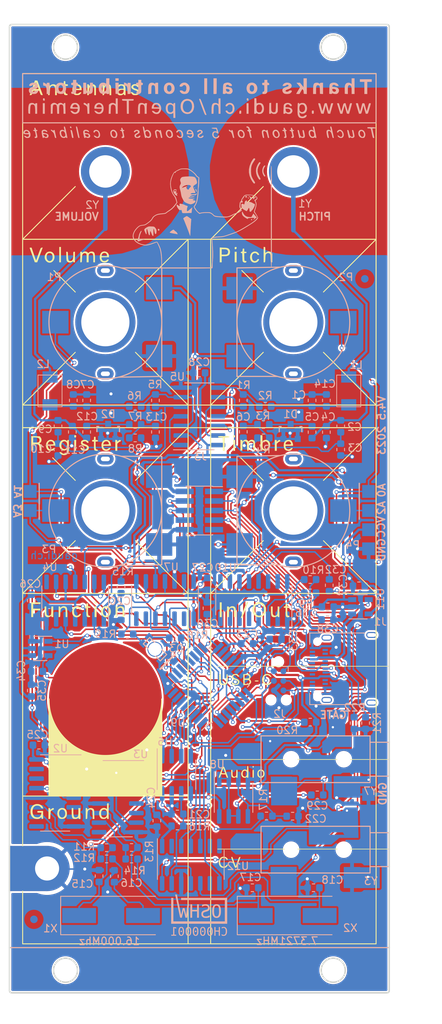
<source format=kicad_pcb>
(kicad_pcb (version 20211014) (generator pcbnew)
  (layers (0 "F.Cu" signal) (31 "B.Cu" signal) (34 "B.Paste" user) (35 "F.Paste" user) (36 "B.SilkS" user "B.Silkscreen") (37 "F.SilkS" user "F.Silkscreen") (38 "B.Mask" user) (39 "F.Mask" user) (44 "Edge.Cuts" user))
  (net 0 "")
  (net 1 "Net-(U5-Pad10)")
  (net 2 "Net-(C2-Pad1)")
  (net 3 "Net-(C1-Pad1)")
  (net 4 "Net-(C6-Pad1)")
  (net 5 "VDD")
  (net 6 "CV1")
  (net 7 "Net-(C10-Pad1)")
  (net 8 "Net-(R1-Pad1)")
  (net 9 "VoutB")
  (net 10 "Net-(C13-Pad1)")
  (net 11 "Net-(C15-Pad1)")
  (net 12 "Net-(C16-Pad1)")
  (net 13 "Net-(R13-Pad1)")
  (net 14 "Net-(C17-Pad1)")
  (net 15 "Net-(C18-Pad1)")
  (net 16 "VCC")
  (net 17 "Net-(U3-Pad7)")
  (net 18 "BUT")
  (net 19 "VO_PITCH")
  (net 20 "VO_VOL")
  (net 21 "F_PITCH")
  (net 22 "F_VOL")
  (net 23 "Net-(C5-Pad2)")
  (net 24 "DAC_LATCH")
  (net 25 "DAC_DI")
  (net 26 "DAC_SCK")
  (net 27 "DAC_CS")
  (net 28 "DAC2_CS")
  (net 30 "VrefB")
  (net 31 "Net-(C22-Pad1)")
  (net 32 "Net-(R17-Pad1)")
  (net 33 "A0")
  (net 34 "A1")
  (net 35 "A2")
  (net 36 "A3")
  (net 37 "LED_RED")
  (net 38 "Net-(C7-Pad1)")
  (net 40 "Net-(C12-Pad2)")
  (net 41 "Net-(R4-Pad2)")
  (net 42 "Net-(R5-Pad1)")
  (net 43 "SAMPLE_CLK")
  (net 44 "Net-(C29-Pad1)")
  (net 45 "AUDIO")
  (net 46 "Net-(U5-Pad1)")
  (net 49 "Net-(C30-Pad1)")
  (net 51 "RESET")
  (net 52 "Net-(C32-Pad2)")
  (net 53 "Net-(C33-Pad1)")
  (net 54 "D-")
  (net 55 "D+")
  (net 56 "TXD")
  (net 57 "Net-(R9-Pad1)")
  (net 58 "Net-(R10-Pad1)")
  (net 59 "RXD")
  (net 60 "Net-(C34-Pad1)")
  (net 61 "MISO")
  (net 62 "Net-(D3-Pad4)")
  (net 63 "Net-(D3-Pad3)")
  (net 64 "LED_BLUE")
  (net 65 "EX_CLK")
  (net 66 "Net-(U2-Pad5)")
  (net 67 "VREF")
  (net 68 "DAC3_CS")
  (net 69 "Net-(J1-PadB5)")
  (net 70 "Net-(J1-PadA5)")
  (net 71 "CV2")
  (net 72 "GND")
  (net 73 "GATE")
  (net 74 "Net-(C38-Pad1)")
  (net 112 "Net-(R1-Pad2)")
  (net 113 "Net-(C11-Pad1)")
  (footprint "GaudiLabsFootPrints:GNDPad" (layer "F.Cu") (at 79.75 148.25)
    (fp_text reference "GROUND1" hide)
    (fp_text value "GND_PAD")
  )
  (footprint "GaudiLabsLogos:OTV4_FrontText" (layer "F.Cu") (at 96.7836 96.7614)
    (fp_text reference "G***" hide)
    (fp_text value "LOGO" hide)
  )
  (footprint "GaudiLabsLogos:OTV4_Button" (layer "F.Cu") (at 87.51 131.58)
    (fp_text reference "G***" hide)
    (fp_text value "LOGO" hide)
  )
  (footprint "GaudiLabsFootPrints:SensorButton" (layer "F.Cu") (at 87.5 125.75)
    (fp_text reference "P10" hide)
    (fp_text value "BUTTON")
  )
  (footprint "GaudiLabsFootPrints:SMTSOB_M3" (layer "F.Cu") (at 112.5 55.75)
    (fp_text reference "Y1")
    (fp_text value "MountPad3")
  )
  (footprint "GaudiLabsFootPrints:SMTSOB_M3" (layer "F.Cu") (at 87.5 55.75)
    (fp_text reference "Y2")
    (fp_text value "MountPad3")
  )
  (footprint "GaudiLabsLogos:OTV4_OTTextNarrow" (layer "F.Cu") (at 100 39.195348)
    (fp_text reference "G***")
    (fp_text value "LOGO" hide)
  )
  (footprint "GaudiLabsLogos:OSHW_OT3" (layer "B.Cu") (at 100 154.491 180)
    (fp_text reference "G***" hide)
    (fp_text value "LOGO" hide)
  )
  (footprint "GaudiLabsFootPrints:PS15NV60" (layer "B.Cu") (at 112.5 100.75 90)
    (fp_text reference "P4")
    (fp_text value "10k")
  )
  (footprint "GaudiLabsFootPrints:PS15NV60" (layer "B.Cu") (at 112.5 75.75 90)
    (fp_text reference "P2")
    (fp_text value "10k")
  )
  (footprint "GaudiLabsFootPrints:USB_C_Receptacle_Amphenol_12401610E4-2A" (layer "B.Cu") (at 120.05 121.75 -90)
    (fp_text reference "J1")
    (fp_text value "USB_C_Receptacle 12401610E4#2A ")
  )
  (footprint "TO_SOT_Packages_SMD:SOT-23" (layer "B.Cu") (at 87.874 90.23624 180)
    (fp_text reference "D2")
    (fp_text value "BB914")
  )
  (footprint "Capacitor_SMD:C_0603_1608Metric" (layer "B.Cu") (at 85.014 86.1315 90)
    (fp_text reference "C7")
    (fp_text value "150pF")
  )
  (footprint "Capacitor_SMD:C_0603_1608Metric" (layer "B.Cu") (at 83.236 86.1315 90)
    (fp_text reference "C8")
    (fp_text value "150pF")
  )
  (footprint "Capacitor_SMD:C_0603_1608Metric" (layer "B.Cu") (at 81.204 89.5605 -90)
    (fp_text reference "C9")
    (fp_text value "150pF")
  )
  (footprint "Capacitor_SMD:C_0603_1608Metric" (layer "B.Cu") (at 83.109 90.3225 -90)
    (fp_text reference "C11")
    (fp_text value "10pF")
  )
  (footprint "Capacitor_SMD:C_0603_1608Metric" (layer "B.Cu") (at 88.697 149.276 90)
    (fp_text reference "C16")
    (fp_text value "22pF")
  )
  (footprint "Capacitor_SMD:C_0603_1608Metric" (layer "B.Cu") (at 94.3485 141.91 -90)
    (fp_text reference "C24")
    (fp_text value "100nF")
  )
  (footprint "Capacitor_SMD:C_0603_1608Metric" (layer "B.Cu") (at 77.648 112.7 -90)
    (fp_text reference "C26")
    (fp_text value "100nF")
  )
  (footprint "Capacitor_SMD:C_0603_1608Metric" (layer "B.Cu") (at 101.0795 110.4775 -90)
    (fp_text reference "C27")
    (fp_text value "100nF")
  )
  (footprint "Capacitor_SMD:C_0603_1608Metric" (layer "B.Cu") (at 99.9745 82.474 180)
    (fp_text reference "C28")
    (fp_text value "100nF")
  )
  (footprint "Resistor_SMD:R_0603_1608Metric" (layer "B.Cu") (at 108.763 86.919 180)
    (fp_text reference "R2")
    (fp_text value "2.2k")
  )
  (footprint "Resistor_SMD:R_0603_1608Metric" (layer "B.Cu") (at 108.509 91.11 180)
    (fp_text reference "R4")
    (fp_text value "100k")
  )
  (footprint "Resistor_SMD:R_0603_1608Metric" (layer "B.Cu") (at 94.158 86.1315 -90)
    (fp_text reference "R5")
    (fp_text value "4.7M")
  )
  (footprint "Resistor_SMD:R_0603_1608Metric" (layer "B.Cu") (at 91.4655 89.332 180)
    (fp_text reference "R7")
    (fp_text value "100k")
  )
  (footprint "Resistor_SMD:R_0603_1608Metric" (layer "B.Cu") (at 91.4655 91.11)
    (fp_text reference "R8")
    (fp_text value "100k")
  )
  (footprint "Resistor_SMD:R_0603_1608Metric" (layer "B.Cu") (at 90.983 146.99 180)
    (fp_text reference "R14")
    (fp_text value "470")
  )
  (footprint "Resistor_SMD:R_0603_1608Metric" (layer "B.Cu") (at 108.93 141.29)
    (fp_text reference "R17")
    (fp_text value "10k")
  )
  (footprint "TO_SOT_Packages_SMD:SOT-23" (layer "B.Cu") (at 112.126 90.25 180)
    (fp_text reference "D1")
    (fp_text value "BB914")
  )
  (footprint "Resistor_SMD:R_0603_1608Metric" (layer "B.Cu") (at 91.4655 86.919)
    (fp_text reference "R6")
    (fp_text value "2.2k")
  )
  (footprint "Capacitor_SMD:C_0603_1608Metric" (layer "B.Cu") (at 118.796 89.5605 -90)
    (fp_text reference "C2")
    (fp_text value "150pF")
  )
  (footprint "Capacitor_SMD:C_0603_1608Metric" (layer "B.Cu") (at 114.986 86.1315 90)
    (fp_text reference "C1")
    (fp_text value "150pF")
  )
  (footprint "Capacitor_SMD:C_0603_1608Metric" (layer "B.Cu") (at 116.891 90.348 -90)
    (fp_text reference "C4")
    (fp_text value "not assembled")
  )
  (footprint "Capacitor_SMD:C_0603_1608Metric" (layer "B.Cu") (at 114.986 90.348 90)
    (fp_text reference "C5")
    (fp_text value "470pF")
  )
  (footprint "Capacitor_SMD:C_0603_1608Metric" (layer "B.Cu") (at 116.891 86.1315 90)
    (fp_text reference "C14")
    (fp_text value "47pF")
  )
  (footprint "Package_SO:SOIC-16_3.9x9.9mm_P1.27mm" (layer "B.Cu") (at 107.239 112.635 90)
    (fp_text reference "U10")
    (fp_text value "CH340G")
  )
  (footprint "Capacitor_SMD:C_0603_1608Metric" (layer "B.Cu") (at 106.35 118.415)
    (fp_text reference "C23")
    (fp_text value "100nF")
  )
  (footprint "Package_SO:SOIC-14_3.9x8.7mm_P1.27mm" (layer "B.Cu") (at 100 88.25)
    (fp_text reference "U5")
    (fp_text value "HEF4069")
  )
  (footprint "Package_SO:SOIC-8_3.9x4.9mm_P1.27mm" (layer "B.Cu") (at 96.952 135.814 -90)
    (fp_text reference "U6")
    (fp_text value "MCP4921-E/SN")
  )
  (footprint "Capacitor_SMD:C_0603_1608Metric" (layer "B.Cu") (at 117.272 110.668 90)
    (fp_text reference "C32")
    (fp_text value "100n")
  )
  (footprint "Resistor_SMD:R_0603_1608Metric" (layer "B.Cu") (at 114.732 111.684)
    (fp_text reference "R9")
    (fp_text value "2.2k")
  )
  (footprint "Resistor_SMD:R_0603_1608Metric" (layer "B.Cu") (at 114.732 109.906)
    (fp_text reference "R10")
    (fp_text value "2.2k")
  )
  (footprint "Resistor_SMD:R_0603_1608Metric" (layer "B.Cu") (at 114.7475 128.83)
    (fp_text reference "R20")
    (fp_text value "2.2k")
  )
  (footprint "Package_SO:SOIC-14_3.9x8.7mm_P1.27mm" (layer "B.Cu") (at 83.49 112.7 90)
    (fp_text reference "U4")
    (fp_text value "74HC74")
  )
  (footprint "Capacitor_SMD:C_0603_1608Metric" (layer "B.Cu") (at 77.648 124.638 90)
    (fp_text reference "C35")
    (fp_text value "100n")
  )
  (footprint "Package_TO_SOT_SMD:SOT-23-6" (layer "B.Cu") (at 78.834 119.05 180)
    (fp_text reference "U1")
    (fp_text value "TTP223")
  )
  (footprint "Crystal:Crystal_SMD_HC49-SD" (layer "B.Cu") (at 88.257 154.491)
    (fp_text reference "X1")
    (fp_text value "16MHz")
  )
  (footprint "Resistor_SMD:R_0603_1608Metric" (layer "B.Cu") (at 89.586 110.922 90)
    (fp_text reference "R15")
    (fp_text value "100k")
  )
  (footprint "GaudiLabsFootPrints:WL-SBRW" (layer "B.Cu") (at 94.1 119.15 135)
    (fp_text reference "D3")
    (fp_text value "DualLED 156125RB73000 ")
  )
  (footprint "Package_TO_SOT_SMD:SOT-23-5" (layer "B.Cu") (at 121.42 113.52)
    (fp_text reference "U11")
    (fp_text value "LP2985-3.3")
  )
  (footprint "Capacitor_SMD:C_0603_1608Metric" (layer "B.Cu") (at 110.1346 117.8308)
    (fp_text reference "C33")
    (fp_text value "100n")
  )
  (footprint "Capacitor_SMD:C_0603_1608Metric" (layer "B.Cu") (at 89.586 114.478 -90)
    (fp_text reference "C20")
    (fp_text value "100n")
  )
  (footprint "Capacitor_SMD:C_0603_1608Metric" (layer "B.Cu") (at 115.1765 150.808 180)
    (fp_text reference "C18")
    (fp_text value "22pF")
  )
  (footprint "Capacitor_SMD:C_0603_1608Metric" (layer "B.Cu") (at 86.665 149.2505 90)
    (fp_text reference "C15")
    (fp_text value "22pF")
  )
  (footprint "Package_SO:SOIC-16_3.9x9.9mm_P1.27mm" (layer "B.Cu") (at 80.823 138.227 180)
    (fp_text reference "U2")
    (fp_text value "74HC4060D")
  )
  (footprint "Capacitor_SMD:C_0603_1608Metric" (layer "B.Cu") (at 78.664 131.877)
    (fp_text reference "C25")
    (fp_text value "100nF")
  )
  (footprint "Capacitor_SMD:C_0603_1608Metric" (layer "B.Cu") (at 97.079 141.021 180)
    (fp_text reference "C21")
    (fp_text value "100n")
  )
  (footprint "Resistor_SMD:R_0603_1608Metric" (layer "B.Cu") (at 97.079 142.6085 180)
    (fp_text reference "R16")
    (fp_text value "100k")
  )
  (footprint "Resistor_SMD:R_0603_1608Metric" (layer "B.Cu") (at 90.4115 117.145 180)
    (fp_text reference "R19")
    (fp_text value "470")
  )
  (footprint "Resistor_SMD:R_0603_1608Metric" (layer "B.Cu") (at 96.787 117.653)
    (fp_text reference "R18")
    (fp_text value "470")
  )
  (footprint "GaudiLabsLogos:Peace_logo" (layer "B.Cu") (at 87.5 125.75 180)
    (fp_text reference "G***" hide)
    (fp_text value "LOGO" hide)
  )
  (footprint "Resistor_SMD:R_0603_1608Metric" (layer "B.Cu") (at 108.509 89.332)
    (fp_text reference "R3")
    (fp_text value "100k")
  )
  (footprint "Capacitor_SMD:C_0603_1608Metric" (layer "B.Cu") (at 94.158 90.3225 -90)
    (fp_text reference "C13")
    (fp_text value "100nF")
  )
  (footprint "Capacitor_SMD:C_0603_1608Metric" (layer "B.Cu") (at 85.014 90.3225 90)
    (fp_text reference "C12")
    (fp_text value "470pF")
  )
  (footprint "Capacitor_SMD:C_0603_1608Metric" (layer "B.Cu") (at 118.796 92.6595 -90)
    (fp_text reference "C3")
    (fp_text value "150pF")
  )
  (footprint "Capacitor_SMD:C_0603_1608Metric" (layer "B.Cu") (at 121.2089 110.7442 180)
    (fp_text reference "C37")
    (fp_text value "10u")
  )
  (footprint "Resistor_SMD:R_0603_1608Metric" (layer "B.Cu") (at 105.842 86.1315 -90)
    (fp_text reference "R1")
    (fp_text value "4.7M")
  )
  (footprint "Capacitor_SMD:C_0603_1608Metric" (layer "B.Cu") (at 105.842 90.3 -90)
    (fp_text reference "C6")
    (fp_text value "100nF")
  )
  (footprint "Capacitor_SMD:C_0603_1608Metric" (layer "B.Cu") (at 81.204 92.6595 -90)
    (fp_text reference "C10")
    (fp_text value "150pF")
  )
  (footprint "GaudiLabsFootPrints:SMD_Pinheader_1_OT_BLANK" (layer "B.Cu") (at 77.5 100.75)
    (fp_text reference "P11" hide)
    (fp_text value "A3_PAD")
  )
  (footprint "GaudiLabsFootPrints:SMD_Pinheader_1_OT_BLANK" (layer "B.Cu") (at 122.5 100.75)
    (fp_text reference "P12" hide)
    (fp_text value "A2_PAD")
  )
  (footprint "GaudiLabsFootPrints:SMD_Pinheader_1_OT_BLANK" (layer "B.Cu") (at 77.5 98.21)
    (fp_text reference "P13" hide)
    (fp_text value "A1_PAD")
  )
  (footprint "GaudiLabsFootPrints:SMD_Pinheader_1_OT_BLANK" (layer "B.Cu") (at 122.5 98.21)
    (fp_text reference "P14" hide)
    (fp_text value "A0_PAD")
  )
  (footprint "Package_SO:SOIC-14_3.9x8.7mm_P1.27mm" (layer "B.Cu") (at 98.857 147.752 -90)
    (fp_text reference "U12")
    (fp_text value "MCP4922-E/SL")
  )
  (footprint "Resistor_SMD:R_0603_1608Metric" (layer "B.Cu") (at 122.1035 128.9535 -90)
    (fp_text reference "R21")
    (fp_text value "5.1k")
  )
  (footprint "Connector:Tag-Connect_TC2030-IDC-NL_2x03_P1.27mm_Vertical" (layer "B.Cu") (at 110.541 123.352 -90)
    (fp_text reference "J2")
    (fp_text value "Conn_02x03_Odd_Even")
  )
  (footprint "GaudiLabsFootPrints:SJ-3502-SMT-TR" (layer "B.Cu") (at 122.7 145.75 180)
    (fp_text reference "Y3")
    (fp_text value "PLUG_3_5_SMD SJ-3502-SMT-TR ")
  )
  (footprint "Capacitor_SMD:C_0603_1608Metric" (layer "B.Cu") (at 78.41 122.098 180)
    (fp_text reference "C34")
    (fp_text value "22pF")
  )
  (footprint "Package_SO:SOIC-14_3.9x8.7mm_P1.27mm" (layer "B.Cu") (at 95.428 112.635 90)
    (fp_text reference "U7")
    (fp_text value "MCP4922-E/SL")
  )
  (footprint "Package_SO:SOIC-8_3.9x4.9mm_P1.27mm" (layer "B.Cu") (at 104.547 138.8555 -90)
    (fp_text reference "U8")
    (fp_text value "MCP6002T-I/SN")
  )
  (footprint "GaudiLabsFootPrints:SJ-3502-SMT-TR" (layer "B.Cu") (at 122.7 133.75 180)
    (fp_text reference "Y7")
    (fp_text value "PLUG_3_5_SMD SJ-3502-SMT-TR ")
  )
  (footprint "GaudiLabsFootPrints:Fiducial_1mm_Dia_2.54mm_Outer_CopperBottom" (layer "B.Cu") (at 122 70)
    (fp_text reference "W1" hide)
    (fp_text value "FIDUCIAL1")
  )
  (footprint "GaudiLabsFootPrints:Fiducial_1mm_Dia_2.54mm_Outer_CopperBottom" (layer "B.Cu") (at 78 155)
    (fp_text reference "W2" hide)
    (fp_text value "FIDUCIAL2")
  )
  (footprint "Crystal:Crystal_SMD_HC49-SD" (layer "B.Cu") (at 111.743 154.491)
    (fp_text reference "X2")
    (fp_text value "7.3721MHz")
  )
  (footprint "Package_SO:SOIC-16_3.9x9.9mm_P1.27mm" (layer "B.Cu") (at 89.143 138.989 180)
    (fp_text reference "U3")
    (fp_text value "74HC4060D")
  )
  (footprint "Capacitor_SMD:C_0603_1608Metric" (layer "B.Cu") (at 107.0485 150.808 180)
    (fp_text reference "C17")
    (fp_text value "22pF")
  )
  (footprint "GaudiLabsFootPrints:SMD_Pinheader_1_OT_BLANK" (layer "B.Cu") (at 122.5 103.29)
    (fp_text reference "P8" hide)
    (fp_text value "VCC")
  )
  (footprint "GaudiLabsFootPrints:SMD_Pinheader_1_OT_BLANK" (layer "B.Cu") (at 122.5 105.83)
    (fp_text reference "P9" hide)
    (fp_text value "GND")
  )
  (footprint "Capacitor_SMD:C_0603_1608Metric" (layer "B.Cu") (at 101.016 113.716 90)
    (fp_text reference "C30")
    (fp_text value "100n")
  )
  (footprint "Capacitor_SMD:C_0603_1608Metric" (layer "B.Cu") (at 112.4 141.31)
    (fp_text reference "C22")
    (fp_text value "10n")
  )
  (footprint "Resistor_SMD:R_0603_1608Metric" (layer "B.Cu") (at 120.5795 128.9535 -90)
    (fp_text reference "R22")
    (fp_text value "5.1k")
  )
  (footprint "GaudiLabsFootPrints:SMD_Pinheader_1_OT_BLANK" (layer "B.Cu") (at 122.5 138.4302)
    (fp_text reference "P16" hide)
    (fp_text value "GND")
  )
  (footprint "Package_QFP:TQFP-32_7x7mm_P0.8mm" (layer "B.Cu") (at 101.494039 123.940753 45)
    (fp_text reference "U9")
    (fp_text value "ATmega328P-AU")
  )
  (footprint "GaudiLabsFootPrints:PS15NV60" (layer "B.Cu") (at 87.5 75.75 -90)
    (fp_text reference "P1")
    (fp_text value "10k")
  )
  (footprint "GaudiLabsLogos:OTV4_TextBack" (layer "B.Cu") (at 100.27 47.16 180)
    (fp_text reference "G***" hide)
    (fp_text value "LOGO" hide)
  )
  (footprint "Resistor_SMD:R_0603_1608Metric" (layer "B.Cu") (at 87.67 145.49)
    (fp_text reference "R11")
    (fp_text value "4.7M")
  )
  (footprint "Resistor_SMD:R_0603_1608Metric" (layer "B.Cu") (at 87.67 146.98 180)
    (fp_text reference "R12")
    (fp_text value "470")
  )
  (footprint "Resistor_SMD:R_0603_1608Metric" (layer "B.Cu") (at 90.983 145.466)
    (fp_text reference "R13")
    (fp_text value "4.7M")
  )
  (footprint "GaudiLabsFootPrints:COIL_T" (layer "B.Cu") (at 80.14 84.87 180)
    (fp_text reference "L2")
    (fp_text value "1mH CC453232A-102KL")
  )
  (footprint "GaudiLabsFootPrints:COIL_T" (layer "B.Cu") (at 119.86 84.87 180)
    (fp_text reference "L1")
    (fp_text value "1mH CC453232A-102KL")
  )
  (footprint "GaudiLabsLogos:OTV4_MrTheremin" (layer "B.Cu") (at 100.66 61.17 180)
    (fp_text reference "G***" hide)
    (fp_text value "LOGO" hide)
  )
  (footprint "GaudiLabsFootPrints:PS15NV60" (layer "B.Cu") (at 87.5 100.75 -90)
    (fp_text reference "P3")
    (fp_text value "10k")
  )
  (footprint "Capacitor_SMD:C_0603_1608Metric" (layer "B.Cu") (at 115.6845 138.4885)
    (fp_text reference "C29")
    (fp_text value "10uF")
  )
  (footprint "Capacitor_SMD:C_0603_1608Metric" (layer "B.Cu") (at 117.0433 115.24)
    (fp_text reference "C38")
    (fp_text value "10n")
  )
  (footprint "Capacitor_SMD:C_0603_1608Metric" (layer "B.Cu") (at 117.0825 113.53)
    (fp_text reference "C36")
    (fp_text value "10u")
  )
  (footprint "GaudiLabsLogos:OTV4_TripodNarrow" (layer "B.Cu") (at 100 161.88 180)
    (fp_text reference "G***")
    (fp_text value "LOGO" hide)
  )
  (footprint "Connector_PinHeader_1.27mm:PinHeader_2x05_P1.27mm_Vertical_SMD" (layer "B.Cu") (at 100 100.75 180)
    (fp_text reference "J3")
    (fp_text value "Conn_02x05_Odd_Even")
  )
  (gr_poly (pts (xy 123.9395 150.8075) (xy 121.2725 150.8075) (xy 121.2725 148.1405) (xy 123.9395 148.1405)) (layer "B.Cu") (width 0.1) (fill solid))
  (gr_poly (pts (xy 112.8905 151.76) (xy 109.525 151.76) (xy 109.525 148.077) (xy 112.8905 148.077)) (layer "B.Cu") (width 0.1) (fill solid))
  (gr_poly (pts (xy 117.78 140.838) (xy 117.399 141.1555) (xy 117.18 140.62475) (xy 117.18 143.35525) (xy 117.3355 143.124) (xy 117.5895 143.378) (xy 117.145 143.8225) (xy 119.3675 143.8225) (xy 119.05 143.3145) (xy 119.3675 143.0605) (xy 119.25 143.46525) (xy 119.25 140.73475) (xy 119.304 141.0285) (xy 118.9865 140.711) (xy 119.431 140.203) (xy 121.0185 140.203) (xy 121.105812 144.14) (xy 120.60575 144.14) (xy 118.6055 144.14) (xy 117.526 145.029) (xy 114.605 145.029) (xy 114.605 140.1395) (xy 116.9545 140.1395)) (layer "B.Cu") (width 0.1) (fill solid))
  (gr_poly (pts (xy 105.72 146.35) (xy 104.87 146.34) (xy 104.17 145.71) (xy 104.17 144.44) (xy 104.9 143.64) (xy 105.7 143.65)) (layer "B.Cu") (width 0.1) (fill solid))
  (gr_poly (pts (xy 120.193 132.075) (xy 118.034 132.075) (xy 117.2085 132.9005) (xy 116.383 132.9005) (xy 116.383 131.5035) (xy 117.2085 130.7415) (xy 120.193 130.7415)) (layer "B.Cu") (width 0.1) (fill solid))
  (gr_poly (pts (xy 112.954 139.822) (xy 109.5885 139.822) (xy 109.5885 136.139) (xy 112.954 136.139)) (layer "B.Cu") (width 0.1) (fill solid))
  (gr_poly (pts (xy 105.65 134.36) (xy 105.2 134.36) (xy 104.5 133.73) (xy 104.5 132.46) (xy 105.23 131.66) (xy 105.77 131.66)) (layer "B.Cu") (width 0.1) (fill solid))
  (gr_poly (pts (xy 123.368 137.3126) (xy 122.5552 137.3126) (xy 122.5552 137.8714) (xy 122.4028 137.8714) (xy 122.4028 137.3126) (xy 121.2344 137.3126) (xy 121.2598 138.735) (xy 119.3802 138.7604) (xy 117.907 138.7858) (xy 117.907 136.0426) (xy 123.368 136.0426)) (layer "B.Cu") (width 0.1) (fill solid))
  (gr_poly (pts (xy 119.7 127.96) (xy 119.3675 128.9635) (xy 117.2085 128.9635) (xy 116.97 127.88) (xy 116.96475 127.22) (xy 119.69525 127.22)) (layer "B.Cu") (width 0.1) (fill solid))
  (gr_line (start 121.2598 101.905) (end 121.2598 97.1298) (layer "B.SilkS") (width 0.15))
  (gr_line (start 78.7 101.905) (end 78.7 97.1298) (layer "B.SilkS") (width 0.15))
  (gr_line (start 74.75 158.75) (end 125.25 158.75) (layer "B.SilkS") (width 0.15))
  (gr_line (start 101.497488 86.749212) (end 108.499873 79.750355) (layer "F.SilkS") (width 0.125))
  (gr_line (start 91.500128 71.749644) (end 98.502514 64.750788) (layer "F.SilkS") (width 0.125))
  (gr_line (start 83.502945 71.753173) (end 80.649076 68.899302) (layer "F.SilkS") (width 0.125))
  (gr_line (start 116.500584 71.749644) (end 123.499441 64.750788) (layer "F.SilkS") (width 0.125))
  (gr_line (start 123.499441 111.749672) (end 101.501017 111.749672) (layer "F.SilkS") (width 0.125))
  (gr_curve (pts (xy 87.496245 133.247167) (xy 91.641234 133.247167) (xy 94.999557 129.888844) (xy 94.999557 125.747383)) (layer "F.SilkS") (width 0.125))
  (gr_line (start 123.499441 89.751246) (end 123.499441 111.749672) (layer "F.SilkS") (width 0.125))
  (gr_line (start 76.50056 138.63742) (end 98.498986 138.63742) (layer "F.SilkS") (width 0.125))
  (gr_line (start 123.499441 86.749212) (end 76.50056 86.749212) (layer "F.SilkS") (width 0.125))
  (gr_line (start 101.501017 86.749212) (end 101.501017 64.750788) (layer "F.SilkS") (width 0.125))
  (gr_line (start 83.499418 96.7501) (end 80.497388 93.748074) (layer "F.SilkS") (width 0.125))
  (gr_line (start 76.50056 64.750788) (end 123.499441 64.750788) (layer "F.SilkS") (width 0.125))
  (gr_line (start 94.999557 125.747383) (end 94.999557 125.747383) (layer "F.SilkS") (width 0.125))
  (gr_line (start 76.50056 145.248232) (end 76.50056 42.752362) (layer "F.SilkS") (width 0.125))
  (gr_line (start 76.50056 158.247623) (end 123.499441 158.247623) (layer "F.SilkS") (width 0.125))
  (gr_line (start 98.498986 86.749212) (end 91.500128 79.750355) (layer "F.SilkS") (width 0.125))
  (gr_line (start 76.50056 64.750788) (end 83.499418 57.751929) (layer "F.SilkS") (width 0.125))
  (gr_line (start 125.249152 121.415429) (end 102.432316 121.415429) (layer "F.SilkS") (width 0.09))
  (gr_line (start 76.50056 89.751246) (end 123.499441 89.751246) (layer "F.SilkS") (width 0.125))
  (gr_line (start 76.50056 111.749672) (end 123.499441 111.749672) (layer "F.SilkS") (width 0.125))
  (gr_line (start 76.50056 86.749212) (end 76.50056 64.750788) (layer "F.SilkS") (width 0.125))
  (gr_line (start 101.501017 111.749672) (end 101.501017 89.751246) (layer "F.SilkS") (width 0.125))
  (gr_line (start 98.498986 158.19118) (end 98.498986 64.750788) (layer "F.SilkS") (width 0.125))
  (gr_curve (pts (xy 79.999989 125.747383) (xy 79.999989 129.888844) (xy 83.358312 133.247167) (xy 87.496245 133.247167)) (layer "F.SilkS") (width 0.125))
  (gr_line (start 108.499873 71.753173) (end 105.646005 68.899302) (layer "F.SilkS") (width 0.125))
  (gr_line (start 123.499441 86.749212) (end 101.501017 86.749212) (layer "F.SilkS") (width 0.125))
  (gr_line (start 94.999557 125.747383) (end 94.999557 138.637416) (layer "F.SilkS") (width 0.125))
  (gr_line (start 98.498986 111.749672) (end 91.500128 104.750807) (layer "F.SilkS") (width 0.125))
  (gr_line (start 101.501017 89.751246) (end 123.499441 89.751246) (layer "F.SilkS") (width 0.125))
  (gr_line (start 123.499441 158.247623) (end 123.499441 42.752362) (layer "F.SilkS") (width 0.125))
  (gr_line (start 123.499441 114.878694) (end 123.499441 136.877119) (layer "F.SilkS") (width 0.125))
  (gr_line (start 76.50056 111.749672) (end 76.50056 89.751246) (layer "F.SilkS") (width 0.125))
  (gr_line (start 76.50056 111.749672) (end 83.499418 104.750807) (layer "F.SilkS") (width 0.125))
  (gr_line (start 76.50056 158.247623) (end 76.50056 151.248769) (layer "F.SilkS") (width 0.125))
  (gr_line (start 123.499441 64.750788) (end 123.499441 86.749212) (layer "F.SilkS") (width 0.125))
  (gr_line (start 98.498986 64.750788) (end 98.498986 86.749212) (layer "F.SilkS") (width 0.125))
  (gr_line (start 98.498986 111.749672) (end 76.50056 111.749672) (layer "F.SilkS") (width 0.125))
  (gr_line (start 123.499441 111.749672) (end 116.497056 104.750807) (layer "F.SilkS") (width 0.125))
  (gr_line (start 123.499441 86.749212) (end 116.497056 79.750355) (layer "F.SilkS") (width 0.125))
  (gr_line (start 101.497488 111.749672) (end 108.499873 104.750807) (layer "F.SilkS") (width 0.125))
  (gr_line (start 94.999557 138.637416) (end 79.999989 138.637416) (layer "F.SilkS") (width 0.125))
  (gr_line (start 101.501017 158.19118) (end 101.501017 64.750788) (layer "F.SilkS") (width 0.125))
  (gr_line (start 76.50056 64.750788) (end 98.498986 64.750788) (layer "F.SilkS") (width 0.125))
  (gr_line (start 91.500128 96.7501) (end 98.498986 89.751246) (layer "F.SilkS") (width 0.125))
  (gr_line (start 76.50056 136.877119) (end 76.50056 114.878694) (layer "F.SilkS") (width 0.125))
  (gr_line (start 101.501017 64.750788) (end 123.499441 64.750788) (layer "F.SilkS") (width 0.125))
  (gr_line (start 98.498986 89.751246) (end 98.498986 111.749672) (layer "F.SilkS") (width 0.125))
  (gr_line (start 98.498986 114.878694) (end 98.498986 136.877119) (layer "F.SilkS") (width 0.125))
  (gr_line (start 125.249152 133.78337) (end 102.432316 133.78337) (layer "F.SilkS") (width 0.09))
  (gr_line (start 101.501017 136.877119) (end 101.501017 114.878694) (layer "F.SilkS") (width 0.125))
  (gr_line (start 76.50056 86.749212) (end 83.499418 79.750355) (layer "F.SilkS") (width 0.125))
  (gr_line (start 76.50056 89.751246) (end 98.498986 89.751246) (layer "F.SilkS") (width 0.125))
  (gr_line (start 101.497488 64.750788) (end 108.499873 57.751929) (layer "F.SilkS") (width 0.125))
  (gr_line (start 76.50056 42.752362) (end 123.499441 42.752362) (layer "F.SilkS") (width 0.125))
  (gr_line (start 116.500584 96.7501) (end 123.499441 89.751246) (layer "F.SilkS") (width 0.125))
  (gr_line (start 98.498986 86.749212) (end 76.50056 86.749212) (layer "F.SilkS") (width 0.125))
  (gr_line (start 79.999989 138.637416) (end 79.999989 125.747383) (layer "F.SilkS") (width 0.125))
  (gr_line (start 102.432316 145.675075) (end 125.249152 145.675075) (layer "F.SilkS") (width 0.09))
  (gr_line (start 108.499873 96.7501) (end 105.497845 93.748074) (layer "F.SilkS") (width 0.125))
  (gr_line (start 74.75 36.55) (end 74.75 145.25) (layer "Edge.Cuts") (width 0.2))
  (gr_circle (center 117.8 161.75) (end 119.4 161.75) (layer "Edge.Cuts") (width 0.2) (fill none))
  (gr_circle (center 82.2 39.25) (end 83.8 39.25) (layer "Edge.Cuts") (width 0.2) (fill none))
  (gr_arc (start 74.75 36.55) (mid 74.837868 36.337868) (end 75.05 36.25) (layer "Edge.Cuts") (width 0.2))
  (gr_arc (start 75.05 164.75) (mid 74.837868 164.662132) (end 74.75 164.45) (layer "Edge.Cuts") (width 0.2))
  (gr_arc (start 125.25 164.45) (mid 125.162132 164.662132) (end 124.95 164.75) (layer "Edge.Cuts") (width 0.2))
  (gr_line (start 125.25 164.45) (end 125.25 36.55) (layer "Edge.Cuts") (width 0.2))
  (gr_circle (center 82.2 161.75) (end 83.8 161.75) (layer "Edge.Cuts") (width 0.2) (fill none))
  (gr_line (start 74.75 145.25) (end 74.75 151.25) (layer "Edge.Cuts") (width 0.2))
  (gr_arc (start 124.95 36.25) (mid 125.162132 36.337868) (end 125.25 36.55) (layer "Edge.Cuts") (width 0.2))
  (gr_circle (center 117.8 39.25) (end 119.4 39.25) (layer "Edge.Cuts") (width 0.2) (fill none))
  (gr_line (start 74.75 151.25) (end 74.75 164.45) (layer "Edge.Cuts") (width 0.2))
  (gr_line (start 75.05 164.75) (end 124.95 164.75) (layer "Edge.Cuts") (width 0.2))
  (gr_line (start 124.95 36.25) (end 75.05 36.25) (layer "Edge.Cuts") (width 0.2))
  (gr_text "gaudi.ch" (at 80.68 106.69) (layer "B.Cu") (effects (font (size 1 1)) (justify mirror)))
  (gr_text "16.000Mhz" (at 88.0366 157.8946) (layer "B.SilkS") (effects (font (size 1 1)) (justify mirror)))
  (gr_text "VOLUME" (at 83.69 61.74) (layer "B.SilkS") (effects (font (size 1 1) (thickness 0.2)) (justify mirror)))
  (gr_text "PITCH" (at 115.36 61.74) (layer "B.SilkS") (effects (font (size 1 1) (thickness 0.2)) (justify mirror)))
  (gr_text "VCC" (at 124.1808 102.921 90) (layer "B.SilkS") (effects (font (size 1 1) (thickness 0.2)) (justify mirror)))
  (gr_text "A3" (at 75.76 100.78 270) (layer "B.SilkS") (effects (font (size 1 1) (thickness 0.2)) (justify mirror)))
  (gr_text "A0" (at 124.2316 98.0696 90) (layer "B.SilkS") (effects (font (size 1 1) (thickness 0.2)) (justify mirror)))
  (gr_text "A1" (at 75.87 98.1966 270) (layer "B.SilkS") (effects (font (size 1 1) (thickness 0.2)) (justify mirror)))
  (gr_text "A2" (at 124.21 100.41 90) (layer "B.SilkS") (effects (font (size 1 1) (thickness 0.2)) (justify mirror)))
  (gr_text "GND" (at 124.2062 105.969 90) (layer "B.SilkS") (effects (font (size 1 1) (thickness 0.2)) (justify mirror)))
  (gr_text "GND" (at 124.37 138.33 90) (layer "B.SilkS") (effects (font (size 1 1) (thickness 0.2)) (justify mirror)))
  (gr_text "GATE" (at 117.8 127.87) (layer "B.SilkS") (effects (font (size 1 1) (thickness 0.2)) (justify mirror)))
  (gr_text "7.3721MHz" (at 111.684 157.8692) (layer "B.SilkS") (effects (font (size 1 1)) (justify mirror)))
  (gr_text "V4.5 2023" (at 124.2316 89.44 90) (layer "B.SilkS") (effects (font (size 1 1) (thickness 0.2)) (justify mirror)))
  (via (at 117.61 128.06) (size 0.5) (drill 0.3) (layers "F.Cu" "B.Cu") (net 0))
  (via (at 122.5 136.47) (size 0.5) (drill 0.3) (layers "F.Cu" "B.Cu") (net 0))
  (via (at 118.92 128.06) (size 0.5) (drill 0.3) (layers "F.Cu" "B.Cu") (net 0))
  (via (at 122.41 149.37) (size 0.5) (drill 0.3) (layers "F.Cu" "B.Cu") (net 0))
  (segment (start 101.463 86.98) (end 102.475 86.98) (width 0.2) (layer "B.Cu") (net 1))
  (segment (start 100.889 87.554) (end 101.463 86.98) (width 0.2) (layer "B.Cu") (net 1))
  (segment (start 101.204 90.79) (end 100.889 90.475) (width 0.2) (layer "B.Cu") (net 1))
  (segment (start 100.889 90.475) (end 100.889 87.554) (width 0.2) (layer "B.Cu") (net 1))
  (segment (start 102.475 90.79) (end 101.204 90.79) (width 0.2) (layer "B.Cu") (net 1))
  (segment (start 122.23 85.39) (end 119.86 83.02) (width 0.3) (layer "B.Cu") (net 2))
  (segment (start 121.177 88.773) (end 122.23 87.72) (width 0.3) (layer "B.Cu") (net 2))
  (segment (start 119.86 81.98) (end 122.2 79.64) (width 0.3) (layer "B.Cu") (net 2))
  (segment (start 119.1008 70.155) (end 112.5 63.5542) (width 0.3) (layer "B.Cu") (net 2))
  (segment (start 118.796 88.773) (end 121.177 88.773) (width 0.3) (layer "B.Cu") (net 2))
  (segment (start 121.93 72.99) (end 119.1008 70.155) (width 0.3) (layer "B.Cu") (net 2))
  (segment (start 116.891 89.5605) (end 116.561 89.5605) (width 0.3) (layer "B.Cu") (net 2))
  (segment (start 116.561 89.5605) (end 114.986 91.1355) (width 0.3) (layer "B.Cu") (net 2))
  (segment (start 122.23 73.29) (end 121.93 72.99) (width 0.3) (layer "B.Cu") (net 2))
  (segment (start 122.23 85.44) (end 122.23 85.39) (width 0.3) (layer "B.Cu") (net 2))
  (segment (start 122.2 79.64) (end 122.2 79.48) (width 0.3) (layer "B.Cu") (net 2))
  (segment (start 119.86 83.02) (end 119.86 81.98) (width 0.3) (layer "B.Cu") (net 2))
  (segment (start 117.6785 88.773) (end 116.891 89.5605) (width 0.3) (layer "B.Cu") (net 2))
  (segment (start 122.2 79.48) (end 122.23 73.29) (width 0.3) (layer "B.Cu") (net 2))
  (segment (start 112.5 63.5542) (end 112.5 55.75) (width 0.6) (layer "B.Cu") (net 2))
  (segment (start 122.23 87.72) (end 122.23 85.44) (width 0.3) (layer "B.Cu") (net 2))
  (segment (start 118.796 88.773) (end 117.6785 88.773) (width 0.3) (layer "B.Cu") (net 2))
  (segment (start 114.986 86.919) (end 116.891 86.919) (width 0.2) (layer "B.Cu") (net 3))
  (segment (start 116.891 86.919) (end 118.051 86.919) (width 0.2) (layer "B.Cu") (net 3))
  (segment (start 118.25 86.72) (end 119.86 86.72) (width 0.2) (layer "B.Cu") (net 3))
  (segment (start 118.051 86.919) (end 118.25 86.72) (width 0.2) (layer "B.Cu") (net 3))
  (segment (start 109.5505 86.919) (end 114.986 86.919) (width 0.2) (layer "B.Cu") (net 3))
  (segment (start 107.541 89.5125) (end 107.7215 89.332) (width 0.2) (layer "B.Cu") (net 4))
  (segment (start 107.7215 89.332) (end 107.7215 89.535) (width 0.2) (layer "B.Cu") (net 4))
  (segment (start 107.7215 89.535) (end 109.2965 91.11) (width 0.2) (layer "B.Cu") (net 4))
  (segment (start 105.842 89.5125) (end 107.541 89.5125) (width 0.2) (layer "B.Cu") (net 4))
  (segment (start 120.0152 96.444) (end 118.9992 95.428) (width 0.3) (layer "F.Cu") (net 5))
  (segment (start 119.9898 106.985) (end 120.0152 106.9596) (width 0.3) (layer "F.Cu") (net 5))
  (segment (start 120.0152 106.9596) (end 120.0152 96.444) (width 0.3) (layer "F.Cu") (net 5))
  (via (at 118.9992 95.428) (size 0.6) (drill 0.4) (layers "F.Cu" "B.Cu") (net 5))
  (via (at 119.9898 106.985) (size 0.6) (drill 0.4) (layers "F.Cu" "B.Cu") (net 5))
  (segment (start 105.054 93.396) (end 105.06 93.39) (width 0.3) (layer "B.Cu") (net 5))
  (segment (start 101.077 92.06) (end 101.077 93.3858) (width 0.3) (layer "B.Cu") (net 5))
  (segment (start 90.983 97.206) (end 92.761 98.984) (width 0.3) (layer "B.Cu") (net 5))
  (segment (start 95.428 93.777) (end 92.38 93.777) (width 0.3) (layer "B.Cu") (net 5))
  (segment (start 101.0668 93.396) (end 95.809 93.396) (width 0.3) (layer "B.Cu") (net 5))
  (segment (start 90.983 95.174) (end 90.983 97.206) (width 0.3) (layer "B.Cu") (net 5))
  (segment (start 119.9898 108.6106) (end 119.9898 106.985) (width 0.3) (layer "B.Cu") (net 5))
  (segment (start 92.761 98.984) (end 92.761 102.667) (width 0.3) (layer "B.Cu") (net 5))
  (segment (start 123.1648 110.7442) (end 123.7744 111.3538) (width 0.3) (layer "B.Cu") (net 5))
  (segment (start 110.6172 95.4026) (end 118.9738 95.4026) (width 0.3) (layer "B.Cu") (net 5))
  (segment (start 95.809 93.396) (end 95.428 93.777) (width 0.3) (layer "B.Cu") (net 5))
  (segment (start 108.952979 93.738379) (end 110.6172 95.4026) (width 0.3) (layer "B.Cu") (net 5))
  (segment (start 100.762 83.998) (end 100.762 82.474) (width 0.3) (layer "B.Cu") (net 5))
  (segment (start 91.364 104.064) (end 91.364 107.747) (width 0.3) (layer "B.Cu") (net 5))
  (segment (start 118.9738 95.4026) (end 118.9992 95.428) (width 0.3) (layer "B.Cu") (net 5))
  (segment (start 89.586 109.525) (end 89.586 110.1345) (width 0.3) (layer "B.Cu") (net 5))
  (segment (start 121.9964 110.7442) (end 123.1648 110.7442) (width 0.3) (layer "B.Cu") (net 5))
  (segment (start 100.127 84.633) (end 100.762 83.998) (width 0.3) (layer "B.Cu") (net 5))
  (segment (start 92.761 102.667) (end 91.364 104.064) (width 0.3) (layer "B.Cu") (net 5))
  (segment (start 122.52 114.47) (end 122.7156 114.47) (width 0.3) (layer "B.Cu") (net 5))
  (segment (start 122.7156 114.47) (end 123.7744 113.4112) (width 0.3) (layer "B.Cu") (net 5))
  (segment (start 105.461621 93.738379) (end 108.952979 93.738379) (width 0.3) (layer "B.Cu") (net 5))
  (segment (start 123.7744 113.4112) (end 123.7744 111.3538) (width 0.3) (layer "B.Cu") (net 5))
  (segment (start 102.475 92.06) (end 101.077 92.06) (width 0.3) (layer "B.Cu") (net 5))
  (segment (start 100.127 91.11) (end 100.127 84.633) (width 0.3) (layer "B.Cu") (net 5))
  (segment (start 91.364 107.747) (end 89.586 109.525) (width 0.3) (layer "B.Cu") (net 5))
  (segment (start 92.38 93.777) (end 90.983 95.174) (width 0.3) (layer "B.Cu") (net 5))
  (segment (start 121.9964 110.7442) (end 121.9964 110.6172) (width 0.3) (layer "B.Cu") (net 5))
  (segment (start 101.0668 93.396) (end 105.054 93.396) (width 0.3) (layer "B.Cu") (net 5))
  (segment (start 101.077 92.06) (end 100.127 91.11) (width 0.3) (layer "B.Cu") (net 5))
  (segment (start 121.9964 110.6172) (end 119.9898 108.6106) (width 0.3) (layer "B.Cu") (net 5))
  (segment (start 105.06 93.39) (end 105.461621 93.738379) (width 0.3) (layer "B.Cu") (net 5))
  (segment (start 101.077 93.3858) (end 101.0668 93.396) (width 0.3) (layer "B.Cu") (net 5))
  (segment (start 104.2005 99.8495) (end 104.57 99.48) (width 0.2) (layer "F.Cu") (net 6))
  (segment (start 118.96 140.11) (end 120.63 138.44) (width 0.2) (layer "F.Cu") (net 6))
  (segment (start 104.52 101.34) (end 104.2005 101.0205) (width 0.2) (layer "F.Cu") (net 6))
  (segment (start 120.63 128.484314) (end 121.514315 127.6) (width 0.2) (layer "F.Cu") (net 6))
  (segment (start 107.75 104.2) (end 104.89 101.34) (width 0.2) (layer "F.Cu") (net 6))
  (segment (start 115.156496 115.39) (end 114.43 114.663503) (width 0.2) (layer "F.Cu") (net 6))
  (segment (start 114.43 114.663503) (end 114.43 112.275686) (width 0.2) (layer "F.Cu") (net 6))
  (segment (start 123.741043 121.359671) (end 117.771371 115.39) (width 0.2) (layer "F.Cu") (net 6))
  (segment (start 121.514315 127.6) (end 123.479999 127.6) (width 0.2) (layer "F.Cu") (net 6))
  (segment (start 117.771371 115.39) (end 115.156496 115.39) (width 0.2) (layer "F.Cu") (net 6))
  (segment (start 123.479999 127.6) (end 124.33 126.749999) (width 0.2) (layer "F.Cu") (net 6))
  (segment (start 107.75 105.595686) (end 107.75 104.2) (width 0.2) (layer "F.Cu") (net 6))
  (segment (start 118.5 140.11) (end 118.96 140.11) (width 0.2) (layer "F.Cu") (net 6))
  (segment (start 120.63 138.44) (end 120.63 128.484314) (width 0.2) (layer "F.Cu") (net 6))
  (segment (start 123.741043 124.521043) (end 123.741043 121.359671) (width 0.2) (layer "F.Cu") (net 6))
  (segment (start 104.2005 101.0205) (end 104.2005 99.8495) (width 0.2) (layer "F.Cu") (net 6))
  (segment (start 124.33 125.11) (end 123.741043 124.521043) (width 0.2) (layer "F.Cu") (net 6))
  (segment (start 114.43 112.275686) (end 107.75 105.595686) (width 0.2) (layer "F.Cu") (net 6))
  (segment (start 95.98 147.08) (end 102.1 147.08) (width 0.2) (layer "F.Cu") (net 6))
  (segment (start 104.89 101.34) (end 104.52 101.34) (width 0.2) (layer "F.Cu") (net 6))
  (segment (start 95.62 147.44) (end 95.98 147.08) (width 0.2) (layer "F.Cu") (net 6))
  (segment (start 124.33 126.749999) (end 124.33 125.11) (width 0.2) (layer "F.Cu") (net 6))
  (via (at 118.5 140.11) (size 0.5) (drill 0.3) (layers "F.Cu" "B.Cu") (net 6))
  (via (at 119.62 140.57) (size 0.5) (drill 0.3) (layers "F.Cu" "B.Cu") (net 6))
  (via (at 95.62 147.44) (size 0.5) (drill 0.3) (layers "F.Cu" "B.Cu") (net 6))
  (via (at 102.1 147.08) (size 0.5) (drill 0.3) (layers "F.Cu" "B.Cu") (net 6))
  (via (at 104.57 99.48) (size 0.5) (drill 0.3) (layers "F.Cu" "B.Cu") (net 6))
  (segment (start 109.505 146.135) (end 109.505 145.055) (width 0.2) (layer "B.Cu") (net 6))
  (segment (start 114.59 142.95) (end 115.35 143.71) (width 0.2) (layer "B.Cu") (net 6))
  (segment (start 119.82 140.48) (end 119.83 140.48) (width 0.2) (layer "B.Cu") (net 6))
  (segment (start 95.047 150.227) (end 95.047 148.013) (width 0.2) (layer "B.Cu") (net 6))
  (segment (start 109.505 145.055) (end 111.61 142.95) (width 0.2) (layer "B.Cu") (net 6))
  (segment (start 95.047 148.013) (end 95.62 147.44) (width 0.2) (layer "B.Cu") (net 6))
  (segment (start 108.56 147.08) (end 109.505 146.135) (width 0.2) (layer "B.Cu") (net 6))
  (segment (start 115.35 143.71) (end 116.002 143.7388) (width 0.2) (layer "B.Cu") (net 6))
  (segment (start 116.64 143.71) (end 118.3 142.05) (width 0.2) (layer "B.Cu") (net 6))
  (segment (start 116.002 143.7388) (end 116.64 143.71) (width 0.2) (layer "B.Cu") (net 6))
  (segment (start 101.95 99.48) (end 104.57 99.48) (width 0.2) (layer "B.Cu") (net 6))
  (segment (start 111.61 142.95) (end 114.59 142.95) (width 0.2) (layer "B.Cu") (net 6))
  (segment (start 118.3 140.31) (end 118.5 140.11) (width 0.2) (layer "B.Cu") (net 6))
  (segment (start 102.1 147.08) (end 108.56 147.08) (width 0.2) (layer "B.Cu") (net 6))
  (segment (start 118.3 142.05) (end 118.3 140.31) (width 0.2) (layer "B.Cu") (net 6))
  (segment (start 95.428 92.38) (end 95.428 86.919) (width 0.2) (layer "B.Cu") (net 7))
  (segment (start 82.12 92.14) (end 82.855 92.888) (width 0.2) (layer "B.Cu") (net 7))
  (segment (start 91.745 93.015) (end 94.793 93.015) (width 0.2) (layer "B.Cu") (net 7))
  (segment (start 85.141 92.38) (end 91.11 92.38) (width 0.2) (layer "B.Cu") (net 7))
  (segment (start 81.852 91.872) (end 82.12 92.14) (width 0.2) (layer "B.Cu") (net 7))
  (segment (start 94.793 93.015) (end 95.428 92.38) (width 0.2) (layer "B.Cu") (net 7))
  (segment (start 84.633 92.888) (end 85.141 92.38) (width 0.2) (layer "B.Cu") (net 7))
  (segment (start 81.204 90.348) (end 81.204 91.872) (width 0.2) (layer "B.Cu") (net 7))
  (segment (start 91.11 92.38) (end 91.745 93.015) (width 0.2) (layer "B.Cu") (net 7))
  (segment (start 97.464 86.919) (end 97.525 86.98) (width 0.2) (layer "B.Cu") (net 7))
  (segment (start 82.855 92.888) (end 84.633 92.888) (width 0.2) (layer "B.Cu") (net 7))
  (segment (start 94.158 86.919) (end 97.464 86.919) (width 0.2) (layer "B.Cu") (net 7))
  (segment (start 81.204 91.872) (end 81.852 91.872) (width 0.2) (layer "B.Cu") (net 7))
  (segment (start 104.191 85.141) (end 104.318 85.014) (width 0.2) (layer "F.Cu") (net 8))
  (segment (start 104.064 85.141) (end 104.191 85.141) (width 0.2) (layer "F.Cu") (net 8))
  (segment (start 104.064 87.554) (end 104.064 85.141) (width 0.2) (layer "F.Cu") (net 8))
  (via (at 104.064 87.554) (size 0.5) (drill 0.3) (layers "F.Cu" "B.Cu") (net 8))
  (via (at 104.318 85.014) (size 0.5) (drill 0.3) (layers "F.Cu" "B.Cu") (net 8))
  (segment (start 103.368 88.25) (end 104.064 87.554) (width 0.2) (layer "B.Cu") (net 8))
  (segment (start 102.475 84.44) (end 104.379 84.44) (width 0.2) (layer "B.Cu") (net 8))
  (segment (start 102.475 88.25) (end 103.368 88.25) (width 0.2) (layer "B.Cu") (net 8))
  (segment (start 104.379 84.953) (end 104.318 85.014) (width 0.2) (layer "B.Cu") (net 8))
  (segment (start 105.842 85.344) (end 106.4005 85.344) (width 0.2) (layer "B.Cu") (net 8))
  (segment (start 104.379 84.44) (end 104.938 84.44) (width 0.2) (layer "B.Cu") (net 8))
  (segment (start 104.379 84.44) (end 104.379 84.953) (width 0.2) (layer "B.Cu") (net 8))
  (segment (start 104.938 84.44) (end 105.842 85.344) (width 0.2) (layer "B.Cu") (net 8))
  (segment (start 106.4005 85.344) (end 107.9755 86.919) (width 0.2) (layer "B.Cu") (net 8))
  (segment (start 93.015 92.253) (end 91.745 93.523) (width 0.2) (layer "F.Cu") (net 9))
  (segment (start 91.745 93.523) (end 91.745 95.682) (width 0.2) (layer "F.Cu") (net 9))
  (via (at 93.015 92.253) (size 0.5) (drill 0.3) (layers "F.Cu" "B.Cu") (net 9))
  (via (at 91.745 95.682) (size 0.5) (drill 0.3) (layers "F.Cu" "B.Cu") (net 9))
  (segment (start 92.253 91.11) (end 92.253 91.491) (width 0.2) (layer "B.Cu") (net 9))
  (segment (start 91.745 97.206) (end 93.396 98.857) (width 0.2) (layer "B.Cu") (net 9))
  (segment (start 92.253 91.491) (end 93.015 92.253) (width 0.2) (layer "B.Cu") (net 9))
  (segment (start 91.745 95.682) (end 91.745 97.206) (width 0.2) (layer "B.Cu") (net 9))
  (segment (start 92.761 108.001) (end 93.777 108.001) (width 0.2) (layer "B.Cu") (net 9))
  (segment (start 94.158 108.382) (end 94.158 110.16) (width 0.2) (layer "B.Cu") (net 9))
  (segment (start 91.999 107.239) (end 92.761 108.001) (width 0.2) (layer "B.Cu") (net 9))
  (segment (start 91.999 104.191) (end 91.999 107.239) (width 0.2) (layer "B.Cu") (net 9))
  (segment (start 93.777 108.001) (end 94.158 108.382) (width 0.2) (layer "B.Cu") (net 9))
  (segment (start 93.396 102.794) (end 91.999 104.191) (width 0.2) (layer "B.Cu") (net 9))
  (segment (start 93.396 98.857) (end 93.396 102.794) (width 0.2) (layer "B.Cu") (net 9))
  (segment (start 92.253 89.535) (end 90.678 91.11) (width 0.2) (layer "B.Cu") (net 10))
  (segment (start 94.158 89.535) (end 92.456 89.535) (width 0.2) (layer "B.Cu") (net 10))
  (segment (start 92.456 89.535) (end 92.253 89.332) (width 0.2) (layer "B.Cu") (net 10))
  (segment (start 92.253 89.332) (end 92.253 89.535) (width 0.2) (layer "B.Cu") (net 10))
  (segment (start 84.568 152.782) (end 85.572 152.782) (width 0.2) (layer "B.Cu") (net 11))
  (segment (start 85.572 152.782) (end 86.665 151.689) (width 0.2) (layer "B.Cu") (net 11))
  (segment (start 86.665 151.689) (end 86.665 150.038) (width 0.2) (layer "B.Cu") (net 11))
  (segment (start 81.966 143.815) (end 84.4425 143.815) (width 0.2) (layer "B.Cu") (net 11))
  (segment (start 80.823 142.7355) (end 81.3945 143.307) (width 0.2) (layer "B.Cu") (net 11))
  (segment (start 79.426 140.132) (end 80.823 141.529) (width 0.2) (layer "B.Cu") (net 11))
  (segment (start 84.4425 143.815) (end 85.014 144.3865) (width 0.2) (layer "B.Cu") (net 11))
  (segment (start 87.681 149.022) (end 86.665 150.038) (width 0.2) (layer "B.Cu") (net 11))
  (segment (start 78.348 140.132) (end 79.426 140.132) (width 0.2) (layer "B.Cu") (net 11))
  (segment (start 87.354 144.3865) (end 88.4575 145.49) (width 0.2) (layer "B.Cu") (net 11))
  (segment (start 85.014 144.3865) (end 87.354 144.3865) (width 0.2) (layer "B.Cu") (net 11))
  (segment (start 87.681 146.2665) (end 88.4575 145.49) (width 0.2) (layer "B.Cu") (net 11))
  (segment (start 84.007 154.491) (end 84.007 153.343) (width 0.2) (layer "B.Cu") (net 11))
  (segment (start 84.007 153.343) (end 84.568 152.782) (width 0.2) (layer "B.Cu") (net 11))
  (segment (start 81.3945 143.307) (end 81.966 143.815) (width 0.2) (layer "B.Cu") (net 11))
  (segment (start 87.681 146.2665) (end 87.681 149.022) (width 0.2) (layer "B.Cu") (net 11))
  (segment (start 80.823 141.529) (end 80.823 142.7355) (width 0.2) (layer "B.Cu") (net 11))
  (segment (start 88.2145 145.466) (end 88.697 145.466) (width 0.2) (layer "B.Cu") (net 11))
  (segment (start 88.697 150.927) (end 88.697 150.0635) (width 0.2) (layer "B.Cu") (net 12))
  (segment (start 89.1025 147.625) (end 88.4575 146.98) (width 0.2) (layer "B.Cu") (net 12))
  (segment (start 90.505 152.735) (end 88.697 150.927) (width 0.2) (layer "B.Cu") (net 12))
  (segment (start 92.507 154.491) (end 92.507 153.197) (width 0.2) (layer "B.Cu") (net 12))
  (segment (start 89.1415 147.625) (end 89.713 148.1965) (width 0.2) (layer "B.Cu") (net 12))
  (segment (start 89.243 150.0635) (end 88.697 150.0635) (width 0.2) (layer "B.Cu") (net 12))
  (segment (start 89.1415 147.625) (end 89.1025 147.625) (width 0.2) (layer "B.Cu") (net 12))
  (segment (start 92.045 152.735) (end 90.505 152.735) (width 0.2) (layer "B.Cu") (net 12))
  (segment (start 89.713 149.5935) (end 89.243 150.0635) (width 0.2) (layer "B.Cu") (net 12))
  (segment (start 92.507 153.197) (end 92.045 152.735) (width 0.2) (layer "B.Cu") (net 12))
  (segment (start 89.713 148.1965) (end 89.713 149.5935) (width 0.2) (layer "B.Cu") (net 12))
  (segment (start 90.1955 145.466) (end 90.1955 145.4405) (width 0.2) (layer "B.Cu") (net 13))
  (segment (start 90.1955 145.4405) (end 88.697 143.942) (width 0.2) (layer "B.Cu") (net 13))
  (segment (start 88.697 143.3705) (end 87.6175 142.164) (width 0.2) (layer "B.Cu") (net 13))
  (segment (start 87.6175 142.164) (end 86.668 142.164) (width 0.2) (layer "B.Cu") (net 13))
  (segment (start 90.1955 146.99) (end 90.1955 145.466) (width 0.2) (layer "B.Cu") (net 13))
  (segment (start 88.697 143.942) (end 88.697 143.3705) (width 0.2) (layer "B.Cu") (net 13))
  (segment (start 107.82 152.76) (end 107.836 152.744) (width 0.2) (layer "B.Cu") (net 14))
  (segment (start 107.836 151.308) (end 107.836 152.744) (width 0.2) (layer "B.Cu") (net 14))
  (segment (start 107.836 152.744) (end 107.836 154.648) (width 0.2) (layer "B.Cu") (net 14))
  (segment (start 106.9 152.76) (end 107.82 152.76) (width 0.2) (layer "B.Cu") (net 14))
  (segment (start 89.205 143.4975) (end 89.205 142.799) (width 0.2) (layer "B.Cu") (net 14))
  (segment (start 90.221 144.5135) (end 89.205 143.4975) (width 0.2) (layer "B.Cu") (net 14))
  (segment (start 104.674 153.086) (end 103.914 153.086) (width 0.2) (layer "B.Cu") (net 14))
  (segment (start 91.7705 145.466) (end 91.7705 145.504) (width 0.2) (layer "B.Cu") (net 14))
  (segment (start 91.1735 144.5135) (end 91.7705 145.1105) (width 0.2) (layer "B.Cu") (net 14))
  (segment (start 105 152.76) (end 104.674 153.086) (width 0.2) (layer "B.Cu") (net 14))
  (segment (start 106.9 152.76) (end 105 152.76) (width 0.2) (layer "B.Cu") (net 14))
  (segment (start 87.935 140.894) (end 86.668 140.894) (width 0.2) (layer "B.Cu") (net 14))
  (segment (start 90.983 149.9745) (end 94.0945 153.086) (width 0.2) (layer "B.Cu") (net 14))
  (segment (start 91.7705 145.504) (end 90.983 146.2915) (width 0.2) (layer "B.Cu") (net 14))
  (segment (start 88.189 141.7195) (end 88.189 141.148) (width 0.2) (layer "B.Cu") (net 14))
  (segment (start 94.0945 153.086) (end 103.914 153.086) (width 0.2) (layer "B.Cu") (net 14))
  (segment (start 91.7705 145.1105) (end 91.7705 145.466) (width 0.2) (layer "B.Cu") (net 14))
  (segment (start 91.1735 144.5135) (end 90.221 144.5135) (width 0.2) (layer "B.Cu") (net 14))
  (segment (start 90.983 146.2915) (end 90.983 149.9745) (width 0.2) (layer "B.Cu") (net 14))
  (segment (start 106.98 152.76) (end 106.9 152.76) (width 0.2) (layer "B.Cu") (net 14))
  (segment (start 88.189 141.148) (end 87.935 140.894) (width 0.2) (layer "B.Cu") (net 14))
  (segment (start 89.205 142.799) (end 88.189 141.7195) (width 0.2) (layer "B.Cu") (net 14))
  (segment (start 115.964 153.144) (end 115.964 154.962) (width 0.2) (layer "B.Cu") (net 15))
  (segment (start 94.4755 152.324) (end 103.429 152.324) (width 0.2) (layer "B.Cu") (net 15))
  (segment (start 103.429 152.324) (end 104.707068 151.057068) (width 0.2) (layer "B.Cu") (net 15))
  (segment (start 104.707068 151.057068) (end 104.707068 150.182932) (width 0.2) (layer "B.Cu") (net 15))
  (segment (start 105.47 149.42) (end 108.56 149.42) (width 0.2) (layer "B.Cu") (net 15))
  (segment (start 91.7705 146.99) (end 91.7705 149.619) (width 0.2) (layer "B.Cu") (net 15))
  (segment (start 115.964 152.476) (end 115.964 153.144) (width 0.2) (layer "B.Cu") (net 15))
  (segment (start 91.7705 149.619) (end 94.4755 152.324) (width 0.2) (layer "B.Cu") (net 15))
  (segment (start 115.96 152.48) (end 115.964 152.476) (width 0.2) (layer "B.Cu") (net 15))
  (segment (start 115.964 151.308) (end 115.964 152.476) (width 0.2) (layer "B.Cu") (net 15))
  (segment (start 104.707068 150.182932) (end 105.47 149.42) (width 0.2) (layer "B.Cu") (net 15))
  (segment (start 109.065 152.055) (end 109.49 152.48) (width 0.2) (layer "B.Cu") (net 15))
  (segment (start 109.065 149.925) (end 109.065 152.055) (width 0.2) (layer "B.Cu") (net 15))
  (segment (start 108.56 149.42) (end 109.065 149.925) (width 0.2) (layer "B.Cu") (net 15))
  (segment (start 109.49 152.48) (end 115.96 152.48) (width 0.2) (layer "B.Cu") (net 15))
  (segment (start 103.7846 93.904) (end 103.7846 92.888) (width 0.3) (layer "F.Cu") (net 16))
  (segment (start 99.238 111.43) (end 100.127 110.541) (width 0.3) (layer "F.Cu") (net 16))
  (segment (start 107.78 137.28) (end 102.27 137.28) (width 0.3) (layer "F.Cu") (net 16))
  (segment (start 93 112.08) (end 92.98 112.08) (width 0.3) (layer "F.Cu") (net 16))
  (segment (start 104.7498 89.2558) (end 104.318 88.824) (width 0.3) (layer "F.Cu") (net 16))
  (segment (start 93 112.08) (end 93.254 112.08) (width 0.3) (layer "F.Cu") (net 16))
  (segment (start 105.969 112.571) (end 106.7 111.84) (width 0.3) (layer "F.Cu") (net 16))
  (segment (start 92.98 112.08) (end 91.79 110.89) (width 0.3) (layer "F.Cu") (net 16))
  (segment (start 108.55 98.01) (end 107.98 98.58) (width 0.3) (layer "F.Cu") (net 16))
  (segment (start 97.5614 96.4186) (end 97.27 96.71) (width 0.3) (layer "F.Cu") (net 16))
  (segment (start 99.4412 80.3212) (end 99.44 80.32) (width 0.3) (layer "F.Cu") (net 16))
  (segment (start 110.32 122.57) (end 113.1 122.57) (width 0.3) (layer "F.Cu") (net 16))
  (segment (start 108.88 97.17) (end 108.87 97.17) (width 0.3) (layer "F.Cu") (net 16))
  (segment (start 108.88 96.26) (end 108.88 97.17) (width 0.3) (layer "F.Cu") (net 16))
  (segment (start 102.27 137.28) (end 101.2065 138.3435) (width 0.3) (layer "F.Cu") (net 16))
  (segment (start 109.398 121.574) (end 109.398 120.32) (width 0.3) (layer "F.Cu") (net 16))
  (segment (start 109.81 96.06) (end 109.83 96.04) (width 0.3) (layer "F.Cu") (net 16))
  (segment (start 104.7498 91.9228) (end 104.7498 89.2558) (width 0.3) (layer "F.Cu") (net 16))
  (segment (start 99.238 112.065) (end 93.269 112.065) (width 0.3) (layer "F.Cu") (net 16))
  (segment (start 107.63 98.92) (end 106.72 98.92) (width 0.3) (layer "F.Cu") (net 16))
  (segment (start 99.238 112.065) (end 99.238 111.43) (width 0.3) (layer "F.Cu") (net 16))
  (segment (start 102.0828 95.6058) (end 99.3396 95.6058) (width 0.3) (layer "F.Cu") (net 16))
  (segment (start 100.9906 88.824) (end 99.4412 87.2746) (width 0.3) (layer "F.Cu") (net 16))
  (segment (start 97.27 96.71) (end 97.01 96.71) (width 0.3) (layer "F.Cu") (net 16))
  (segment (start 108.55 97.49) (end 108.55 98.01) (width 0.3) (layer "F.Cu") (net 16))
  (segment (start 109.08 96.06) (end 109.81 96.06) (width 0.3) (layer "F.Cu") (net 16))
  (segment (start 85.014 135.052) (end 80.315 135.052) (width 0.3) (layer "F.Cu") (net 16))
  (segment (start 98.5268 96.4186) (end 97.5614 96.4186) (width 0.3) (layer "F.Cu") (net 16))
  (segment (start 109.08 96.06) (end 108.88 96.26) (width 0.3) (layer "F.Cu") (net 16))
  (segment (start 94.0945 138.7985) (end 101.2065 138.7985) (width 0.3) (layer "F.Cu") (net 16))
  (segment (start 102.921 117.653) (end 102.921 117.018) (width 0.3) (layer "F.Cu") (net 16))
  (segment (start 104.318 88.824) (end 100.9906 88.824) (width 0.3) (layer "F.Cu") (net 16))
  (segment (start 106.72 98.92) (end 105.95 99.69) (width 0.3) (layer "F.Cu") (net 16))
  (segment (start 99.238 113.335) (end 99.238 112.065) (width 0.3) (layer "F.Cu") (net 16))
  (segment (start 105.969 116.637) (end 105.969 112.571) (width 0.3) (layer "F.Cu") (net 16))
  (segment (start 107.112 117.399) (end 107.112 118.034) (width 0.3) (layer "F.Cu") (net 16))
  (segment (start 93.254 112.08) (end 93.269 112.065) (width 0.3) (layer "F.Cu") (net 16))
  (segment (start 99.4412 87.2746) (end 99.4412 80.3212) (width 0.3) (layer "F.Cu") (net 16))
  (segment (start 103.7846 92.888) (end 104.7498 91.9228) (width 0.3) (layer "F.Cu") (net 16))
  (segment (start 107.112 117.399) (end 106.731 117.399) (width 0.3) (layer "F.Cu") (net 16))
  (segment (start 100 116.129) (end 100.127 116.256) (width 0.3) (layer "F.Cu") (net 16))
  (segment (start 107.112 118.034) (end 109.398 120.32) (width 0.3) (layer "F.Cu") (net 16))
  (segment (start 93.904 131.623) (end 95.047 131.623) (width 0.3) (layer "F.Cu") (net 16))
  (segment (start 87.3 111.684) (end 87.256 111.684) (width 0.3) (layer "F.Cu") (net 16))
  (segment (start 102.921 117.018) (end 102.159 116.256) (width 0.3) (layer "F.Cu") (net 16))
  (segment (start 100.15 105.25) (end 102.52 105.25) (width 0.3) (layer "F.Cu") (net 16))
  (segment (start 107.97 98.58) (end 107.63 98.92) (width 0.3) (layer "F.Cu") (net 16))
  (segment (start 98.5268 96.4186) (end 98.5268 103.6268) (width 0.3) (layer "F.Cu") (net 16))
  (segment (start 108.38 111.84) (end 108.86 112.32) (width 0.3) (layer "F.Cu") (net 16))
  (segment (start 87.3 111.684) (end 87.427 111.684) (width 0.3) (layer "F.Cu") (net 16))
  (segment (start 113.1 122.57) (end 113.44 122.91) (width 0.3) (layer "F.Cu") (net 16))
  (segment (start 119.1262 97.5616) (end 118.5166 96.952) (width 0.3) (layer "F.Cu") (net 16))
  (segment (start 91.79 110.89) (end 88.062 110.922) (width 0.3) (layer "F.Cu") (net 16))
  (segment (start 108.86 112.32) (end 108.86 112.33) (width 0.3) (layer "F.Cu") (net 16))
  (segment (start 100.127 116.256) (end 102.159 116.256) (width 0.3) (layer "F.Cu") (net 16))
  (segment (start 80.315 134.785) (end 79.64 134.11) (width 0.3) (layer "F.Cu") (net 16))
  (segment (start 88.316 112.573) (end 88.316 112.7) (width 0.3) (layer "F.Cu") (net 16))
  (segment (start 106.731 117.399) (end 105.969 116.637) (width 0.3) (layer "F.Cu") (net 16))
  (segment (start 87.256 111.684) (end 86.84 112.1) (width 0.3) (layer "F.Cu") (net 16))
  (segment (start 80.315 135.052) (end 80.315 134.785) (width 0.3) (layer "F.Cu") (net 16))
  (segment (start 93.015 132.512) (end 93.904 131.623) (width 0.3) (layer "F.Cu") (net 16))
  (segment (start 88.062 110.922) (end 87.3 111.684) (width 0.3) (layer "F.Cu") (net 16))
  (segment (start 101.2065 138.3435) (end 101.2065 138.7985) (width 0.3) (layer "F.Cu") (net 16))
  (segment (start 87.427 111.684) (end 88.316 112.573) (width 0.3) (layer "F.Cu") (net 16))
  (segment (start 98.5268 103.6268) (end 100.15 105.25) (width 0.3) (layer "F.Cu") (net 16))
  (segment (start 93.65 139.243) (end 94.0945 138.7985) (width 0.3) (layer "F.Cu") (net 16))
  (segment (start 108.87 97.17) (end 108.55 97.49) (width 0.3) (layer "F.Cu") (net 16))
  (segment (start 107.98 98.58) (end 107.97 98.58) (width 0.3) (layer "F.Cu") (net 16))
  (segment (start 119.1262 106.9088) (end 119.1262 97.5616) (width 0.3) (layer "F.Cu") (net 16))
  (segment (start 103.7846 93.904) (end 102.0828 95.6058) (width 0.3) (layer "F.Cu") (net 16))
  (segment (start 109.398 121.648) (end 110.32 122.57) (width 0.3) (layer "F.Cu") (net 16))
  (segment (start 95.047 131.623) (end 96.825 131.623) (width 0.3) (layer "F.Cu") (net 16))
  (segment (start 99.3396 95.6058) (end 98.5268 96.4186) (width 0.3) (layer "F.Cu") (net 16))
  (segment (start 107.83 137.33) (end 107.78 137.28) (width 0.3) (layer "F.Cu") (net 16))
  (segment (start 106.7 111.84) (end 108.38 111.84) (width 0.3) (layer "F.Cu") (net 16))
  (via (at 85.014 135.052) (size 0.6) (drill 0.4) (layers "F.Cu" "B.Cu") (net 16))
  (via (at 99.238 113.335) (size 0.6) (drill 0.4) (layers "F.Cu" "B.Cu") (net 16))
  (via (at 102.52 105.25) (size 0.6) (drill 0.4) (layers "F.Cu" "B.Cu") (net 16))
  (via (at 105.95 99.69) (size 0.6) (drill 0.4) (layers "F.Cu" "B.Cu") (net 16))
  (via (at 108.86 112.33) (size 0.6) (drill 0.4) (layers "F.Cu" "B.Cu") (net 16))
  (via (at 99.44 80.32) (size 0.6) (drill 0.4) (layers "F.Cu" "B.Cu") (net 16))
  (via (at 107.83 137.33) (size 0.6) (drill 0.4) (layers "F.Cu" "B.Cu") (net 16))
  (via (at 100 116.129) (size 0.6) (drill 0.4) (layers "F.Cu" "B.Cu") (net 16))
  (via (at 93.65 139.243) (size 0.6) (drill 0.4) (layers "F.Cu" "B.Cu") (net 16))
  (via (at 107.112 117.399) (size 0.6) (drill 0.4) (layers "F.Cu" "B.Cu") (net 16))
  (via (at 97.01 96.71) (size 0.6) (drill 0.4) (layers "F.Cu" "B.Cu") (net 16))
  (via (at 119.1262 106.9088) (size 0.6) (drill 0.4) (layers "F.Cu" "B.Cu") (net 16))
  (via (at 113.44 122.91) (size 0.6) (drill 0.4) (layers "F.Cu" "B.Cu") (net 16))
  (via (at 79.64 134.11) (size 0.6) (drill 0.4) (layers "F.Cu" "B.Cu") (net 16))
  (via (at 93 112.08) (size 0.6) (drill 0.4) (layers "F.Cu" "B.Cu") (net 16))
  (via (at 118.5166 96.952) (size 0.6) (drill 0.4) (layers "F.Cu" "B.Cu") (net 16))
  (via (at 109.38 121.78) (size 0.6) (drill 0.4) (layers "F.Cu" "B.Cu") (net 16))
  (via (at 96.952 131.623) (size 0.6) (drill 0.4) (layers "F.Cu" "B.Cu") (net 16))
  (via (at 101.2065 138.7985) (size 0.6) (drill 0.4) (layers "F.Cu" "B.Cu") (net 16))
  (via (at 109.83 96.04) (size 0.6) (drill 0.4) (layers "F.Cu" "B.Cu") (net 16))
  (via (at 93.015 132.512) (size 0.6) (drill 0.4) (layers "F.Cu" "B.Cu") (net 16))
  (via (at 95.27 131.68) (size 0.6) (drill 0.4) (layers "F.Cu" "B.Cu") (net 16))
  (via (at 86.84 112.1) (size 0.6) (drill 0.4) (layers "F.Cu" "B.Cu") (net 16))
  (via (at 102.921 117.653) (size 0.6) (drill 0.4) (layers "F.Cu" "B.Cu") (net 16))
  (via (at 100.127 110.541) (size 0.6) (drill 0.4) (layers "F.Cu" "B.Cu") (net 16))
  (via (at 88.316 112.7) (size 0.6) (drill 0.4) (layers "F.Cu" "B.Cu") (net 16))
  (segment (start 99.44 80.32) (end 99.51 80.25) (width 0.3) (layer "B.Cu") (net 16))
  (segment (start 120.32 114.47) (end 120.32 114.7574) (width 0.3) (layer "B.Cu") (net 16))
  (segment (start 118.542 122.7405) (end 118.542 121.9785) (width 0.3) (layer "B.Cu") (net 16))
  (segment (start 76.42875 118.99925) (end 77.68325 118.99925) (width 0.3) (layer "B.Cu") (net 16))
  (segment (start 97.48 71.25) (end 99.44 73.21) (width 0.3) (layer "B.Cu") (net 16))
  (segment (start 109.7282 96.063) (end 110.163 96.063) (width 0.3) (layer "B.Cu") (net 16))
  (segment (start 111.11 111.88) (end 109.31 111.88) (width 0.3) (layer "B.Cu") (net 16))
  (segment (start 111.684 111.303) (end 111.684 110.16) (width 0.3) (layer "B.Cu") (net 16))
  (segment (start 118.288 120.645) (end 117.893 120.25) (width 0.3) (layer "B.Cu") (net 16))
  (segment (start 93.8405 139.0525) (end 93.65 139.243) (width 0.3) (layer "B.Cu") (net 16))
  (segment (start 115.03 123) (end 115.806 123) (width 0.3) (layer "B.Cu") (net 16))
  (segment (start 76.42875 118.99925) (end 76.42875 113.13175) (width 0.3) (layer "B.Cu") (net 16))
  (segment (start 86.03 110.225) (end 86.03 111.9125) (width 0.3) (layer "B.Cu") (net 16))
  (segment (start 119.1262 119.812) (end 118.288 120.645) (width 0.3) (layer "B.Cu") (net 16))
  (segment (start 87.3 111.684) (end 87.3 110.225) (width 0.3) (layer "B.Cu") (net 16))
  (segment (start 103.873553 118.605553) (end 102.921 117.653) (width 0.3) (layer "B.Cu") (net 16))
  (segment (start 77.648 125.4255) (end 77.0385 125.4255) (width 0.3) (layer "B.Cu") (net 16))
  (segment (start 114.37 127.21) (end 115.535 128.365) (width 0.3) (layer "B.Cu") (net 16))
  (segment (start 105.588 118.415) (end 106.604 117.399) (width 0.3) (layer "B.Cu") (net 16))
  (segment (start 77.68325 118.99925) (end 77.734 119.05) (width 0.3) (layer "B.Cu") (net 16))
  (segment (start 89.84 133.655) (end 91.872 133.655) (width 0.3) (layer "B.Cu") (net 16))
  (segment (start 96.2915 142.6085) (end 95.809 142.672) (width 0.3) (layer "B.Cu") (net 16))
  (segment (start 87.3 115.175) (end 87.3 113.589) (width 0.3) (layer "B.Cu") (net 16))
  (segment (start 120.32 112.57) (end 119.2248 112.57) (width 0.3) (layer "B.Cu") (net 16))
  (segment (start 109.906 122.082) (end 109.682 122.082) (width 0.3) (layer "B.Cu") (net 16))
  (segment (start 113.44 122.91) (end 113.44 123.24) (width 0.3) (layer "B.Cu") (net 16))
  (segment (start 86.6525 111.9125) (end 86.84 112.1) (width 0.3) (layer "B.Cu") (net 16))
  (segment (start 93.904 139.0525) (end 93.904 140.678) (width 0.3) (layer "B.Cu") (net 16))
  (segment (start 79.2735 111.9125) (end 80.188 112.827) (width 0.3) (layer "B.Cu") (net 16))
  (segment (start 119.2248 112.57) (end 119.2248 107.3376) (width 0.3) (layer "B.Cu") (net 16))
  (segment (start 117.4085 122.75) (end 117.78 123.1215) (width 0.3) (layer "B.Cu") (net 16))
  (segment (start 96.3932 128.2956) (end 96.9012 127.7876) (width 0.3) (layer "B.Cu") (net 16))
  (segment (start 118.034 96.4186) (end 118.5166 96.952) (width 0.3) (layer "B.Cu") (net 16))
  (segment (start 93.904 139.0525) (end 93.8405 139.0525) (width 0.3) (layer "B.Cu") (net 16))
  (segment (start 85.522 134.544) (end 85.014 135.052) (width 0.3) (layer "B.Cu") (net 16))
  (segment (start 116.73 122.75) (end 117.4085 122.75) (width 0.3) (layer "B.Cu") (net 16))
  (segment (start 111.303 111.687) (end 111.11 111.88) (width 0.3) (layer "B.Cu") (net 16))
  (segment (start 114.986 116.3576) (end 114.6304 116.002) (width 0.3) (layer "B.Cu") (net 16))
  (segment (start 113.686 124.586) (end 113.686 126.526) (width 0.3) (layer "B.Cu") (net 16))
  (segment (start 86.668 134.544) (end 85.522 134.544) (width 0.3) (layer "B.Cu") (net 16))
  (segment (start 117.6784 96.063) (end 118.034 96.4186) (width 0.3) (layer "B.Cu") (net 16))
  (segment (start 103.873553 118.732553) (end 103.085029 119.521336) (width 0.3) (layer "B.Cu") (net 16))
  (segment (start 102.642 139.312) (end 102.642 141.3305) (width 0.3) (layer "B.Cu") (net 16))
  (segment (start 119.2532 119.685) (end 119.1262 119.812) (width 0.3) (layer "B.Cu") (net 16))
  (segment (start 80.188 112.827) (end 82.22 112.827) (width 0.3) (layer "B.Cu") (net 16))
  (segment (start 102.1285 138.7985) (end 102.642 139.312) (width 0.3) (layer "B.Cu") (net 16))
  (segment (start 119.2248 107.3376) (end 119.2248 107.0074) (width 0.3) (layer "B.Cu") (net 16))
  (segment (start 119.2532 116.3576) (end 114.986 116.3576) (width 0.3) (layer "B.Cu") (net 16))
  (segment (start 93.904 136.957) (end 93.904 139.0525) (width 0.3) (layer "B.Cu") (net 16))
  (segment (start 115.03 120.5) (end 115.639 120.5) (width 0.3) (layer "B.Cu") (net 16))
  (segment (start 97.46 130.8356) (end 97.0028 131.2928) (width 0.3) (layer "B.Cu") (net 16))
  (segment (start 113.67 123.47) (end 113.67 124.83) (width 0.3) (layer "B.Cu") (net 16))
  (segment (start 77.648 111.9125) (end 78.8165 111.9125) (width 0.3) (layer "B.Cu") (net 16))
  (segment (start 77.648 111.9125) (end 79.2735 111.9125) (width 0.3) (layer "B.Cu") (net 16))
  (segment (start 115.535 130.295) (end 113.95 131.88) (width 0.3) (layer "B.Cu") (net 16))
  (segment (start 119.2532 115.8242) (end 119.2532 116.3576) (width 0.3) (layer "B.Cu") (net 16))
  (segment (start 98.1966 128.1432) (end 97.46 128.8798) (width 0.3) (layer "B.Cu") (net 16))
  (segment (start 108.76 134.48) (end 108.76 136.4) (width 0.3) (layer "B.Cu") (net 16))
  (segment (start 113.79 123) (end 115.03 123) (width 0.3) (layer "B.Cu") (net 16))
  (segment (start 93.904 136.957) (end 93.396 136.449) (width 0.3) (layer "B.Cu") (net 16))
  (segment (start 102.52 105.25) (end 105.35 105.25) (width 0.3) (layer "B.Cu") (net 16))
  (segment (start 82.22 110.225) (end 82.22 112.827) (width 0.3) (layer "B.Cu") (net 16))
  (segment (start 103.873553 118.732553) (end 103.873553 118.605553) (width 0.3) (layer "B.Cu") (net 16))
  (segment (start 79.299 133.782) (end 78.348 133.782) (width 0.3) (layer "B.Cu") (net 16))
  (segment (start 113.686 126.526) (end 114.37 127.21) (width 0.3) (layer "B.Cu") (net 16))
  (segment (start 116.295 113.355) (end 116.295 113.53) (width 0.3) (layer "B.Cu") (net 16))
  (segment (start 115.535 128.365) (end 115.535 128.83) (width 0.3) (layer "B.Cu") (net 16))
  (segment (start 86.5635 111.9125) (end 86.03 111.9125) (width 0.3) (layer "B.Cu") (net 16))
  (segment (start 111.303 111.684) (end 111.684 111.303) (width 0.3) (layer "B.Cu") (net 16))
  (segment (start 76.42875 124.81575) (end 76.43 119.98) (width 0.3) (layer "B.Cu") (net 16))
  (segment (start 113.44 123.24) (end 113.67 123.47) (width 0.3) (layer "B.Cu") (net 16))
  (segment (start 115.535 128.83) (end 115.535 130.295) (width 0.3) (layer "B.Cu") (net 16))
  (segment (start 84.4045 111.9125) (end 83.49 112.827) (width 0.3) (layer "B.Cu") (net 16))
  (segment (start 106.604 117.399) (end 107.112 117.399) (width 0.3) (layer "B.Cu") (net 16))
  (segment (start 95.2248 131.4706) (end 96.3932 130.3022) (width 0.3) (layer "B.Cu") (net 16))
  (segment (start 97.46 128.8798) (end 97.46 130.8356) (width 0.3) (layer "B.Cu") (net 16))
  (segment (start 99.44 80.32) (end 99.44 73.21) (width 0.3) (layer "B.Cu") (net 16))
  (segment (start 121.1956 103.29) (end 122.5 103.29) (width 0.3) (layer "B.Cu") (net 16))
  (segment (start 109.31 111.88) (end 108.86 112.33) (width 0.3) (layer "B.Cu") (net 16))
  (segment (start 111.36 131.88) (end 108.76 134.48) (width 0.3) (layer "B.Cu") (net 16))
  (segment (start 94.3485 141.2115) (end 95.809 142.672) (width 0.3) (layer "B.Cu") (net 16))
  (segment (start 78.8165 111.9125) (end 79.2735 111.9125) (width 0.3) (layer "B.Cu") (net 16))
  (segment (start 86.668 134.544) (end 88.951 134.544) (width 0.3) (layer "B.Cu") (net 16))
  (segment (start 115.639 120.5) (end 115.889 120.25) (width 0.3) (layer "B.Cu") (net 16))
  (segment (start 108.76 136.4) (end 107.83 137.33) (width 0.3) (layer "B.Cu") (net 16))
  (segment (start 120.32 114.7574) (end 119.2532 115.8242) (width 0.3) (layer "B.Cu") (net 16))
  (segment (start 110.163 96.063) (end 117.6784 96.063) (width 0.3) (layer "B.Cu") (net 16))
  (segment (start 105.5625 118.415) (end 104.191 118.415) (width 0.3) (layer "B.Cu") (net 16))
  (segment (start 105.5625 118.415) (end 105.588 118.415) (width 0.3) (layer "B.Cu") (net 16))
  (segment (start 97.01 96.71) (end 97.01 96.42) (width 0.3) (layer "B.Cu") (net 16))
  (segment (start 97.640307 126.235693) (end 97.640307 126.097429) (width 0.3) (layer "B.Cu") (net 16))
  (segment (start 113.686 124.586) (end 113.67 124.83) (width 0.3) (layer "B.Cu") (net 16))
  (segment (start 99.238 115.11) (end 99.238 115.367) (width 0.3) (layer "B.Cu") (net 16))
  (segment (start 117.893 120.25) (end 116.73 120.25) (width 0.3) (layer "B.Cu") (net 16))
  (segment (start 100.127 110.541) (end 100.978 109.69) (width 0.3) (layer "B.Cu") (net 16))
  (segment (start 92.888 111.684) (end 92.888 110.16) (width 0.3) (layer "B.Cu") (net 16))
  (segment (start 95.047 144.196) (end 95.047 145.277) (width 0.3) (layer "B.Cu") (net 16))
  (segment (start 96.9012 126.9748) (end 97.640307 126.235693) (width 0.3) (layer "B.Cu") (net 16))
  (segment (start 118.542 121.9785) (end 118.288 121.7245) (width 0.3) (layer "B.Cu") (net 16))
  (segment (start 105.95 99.69) (end 105.35 100.29) (width 0.3) (layer "B.Cu") (net 16))
  (segment (start 111.303 111.684) (end 111.303 111.687) (width 0.3) (layer "B.Cu") (net 16))
  (segment (start 96.3932 130.3022) (end 96.3932 128.2956) (width 0.3) (layer "B.Cu") (net 16))
  (segment (start 86.5635 111.9125) (end 86.6525 111.9125) (width 0.3) (layer "B.Cu") (net 16))
  (segment (start 101.2065 138.7985) (end 102.1285 138.7985) (width 0.3) (layer "B.Cu") (net 16))
  (segment (start 86.5635 111.9125) (end 87.0715 111.9125) (width 0.3) (layer "B.Cu") (net 16))
  (segment (start 113.53 123) (end 113.44 122.91) (width 0.3) (layer "B.Cu") (net 16))
  (segment (start 96.61 98.21) (end 94.65 96.25) (width 0.5) (layer "B.Cu") (net 16))
  (segment (start 116.73 122.75) (end 116.056 122.75) (width 0.3) (layer "B.Cu") (net 16))
  (segment (start 117.08 112.57) (end 116.295 113.355) (width 0.3) (layer "B.Cu") (net 16))
  (segment (start 93.904 140.678) (end 94.3485 141.1225) (width 0.3) (layer "B.Cu") (net 16))
  (segment (start 114.6304 116.002) (end 114.6304 114.1732) (width 0.3) (layer "B.Cu") (net 16))
  (segment (start 95.2248 133.1612) (end 95.047 133.339) (width 0.3) (layer "B.Cu") (net 16))
  (segment (start 98.05 98.21) (end 96.61 98.21) (width 0.5) (layer "B.Cu") (net 16))
  (segment (start 115.2736 113.53) (end 116.295 113.53) (width 0.3) (layer "B.Cu") (net 16))
  (segment (start 95.2248 131.7754) (end 95.2248 133.1612) (width 0.3) (layer "B.Cu") (net 16))
  (segment (start 105.35 100.29) (end 105.35 105.25) (width 0.3) (layer "B.Cu") (net 16))
  (segment (start 96.9012 127.7876) (end 96.9012 126.9748) (width 0.3) (layer "B.Cu") (net 16))
  (segment (start 77.0385 125.4255) (end 76.42875 124.81575) (width 0.3) (layer "B.Cu") (net 16))
  (segment (start 79.807 134.29) (end 79.299 133.782) (width 0.3) (layer "B.Cu") (net 16))
  (segment (start 97.01 96.42) (end 96.84 96.25) (width 0.3) (layer "B.Cu") (net 16))
  (segment (start 99.238 115.11) (end 99.238 113.335) (width 0.3) (layer "B.Cu") (net 16))
  (segment (start 113.79 123) (end 113.53 123) (width 0.3) (layer "B.Cu") (net 16))
  (segment (start 91.872 133.655) (end 93.015 132.512) (width 0.3) (layer "B.Cu") (net 16))
  (segment (start 119.1262 105.3594) (end 121.1956 103.29) (width 0.3) (layer "B.Cu") (net 16))
  (segment (start 96.84 96.25) (end 94.65 96.25) (width 0.3) (layer "B.Cu") (net 16))
  (segment (start 100.978 109.69) (end 101.0795 109.69) (width 0.3) (layer "B.Cu") (net 16))
  (segment (start 77.8765 131.877) (end 77.8765 133.3105) (width 0.3) (layer "B.Cu") (net 16))
  (segment (start 76.45 120) (end 76.43 119.98) (width 0.3) (layer "B.Cu") (net 16))
  (segment (start 88.316 112.7) (end 88.189 112.7) (width 0.3) (layer "B.Cu") (net 16))
  (segment (start 76.42875 113.13175) (end 77.648 111.9125) (width 0.3) (layer "B.Cu") (net 16))
  (segment (start 96.2915 142.6085) (end 96.2915 142.9515) (width 0.3) (layer "B.Cu") (net 16))
  (segment (start 109.682 122.082) (end 109.38 121.78) (width 0.3) (layer "B.Cu") (net 16))
  (segment (start 93.396 132.893) (end 93.015 132.512) (width 0.3) (layer "B.Cu") (net 16))
  (segment (start 76.43 119.98) (end 76.42875 118.99925) (width 0.3) (layer "B.Cu") (net 16))
  (segment (start 98.771678 127.2288) (end 98.1966 127.8892) (width 0.3) (layer "B.Cu") (net 16))
  (segment (start 104.191 118.415) (end 103.873553 118.732553) (width 0.3) (layer "B.Cu") (net 16))
  (segment (start 87.0715 111.9125) (end 87.3 111.684) (width 0.3) (layer "B.Cu") (net 16))
  (segment (start 83.49 115.175) (end 83.49 112.827) (width 0.3) (layer "B.Cu") (net 16))
  (segment (start 119.2248 107.0074) (end 119.1262 106.9088) (width 0.3) (layer "B.Cu") (net 16))
  (segment (start 98.1966 127.8892) (end 98.1966 128.1432) (width 0.3) (layer "B.Cu") (net 16))
  (segment (start 99.238 115.367) (end 100 116.129) (width 0.3) (layer "B.Cu") (net 16))
  (segment (start 114.6304 114.1732) (end 115.2736 113.53) (width 0.3) (layer "B.Cu") (net 16))
  (segment (start 88.951 134.544) (end 89.84 133.655) (width 0.3) (layer "B.Cu") (net 16))
  (segment (start 94.65 71.25) (end 97.48 71.25) (width 0.3) (layer "B.Cu") (net 16))
  (segment (start 97.0028 131.2928) (end 97.0028 131.7754) (width 0.3) (layer "B.Cu") (net 16))
  (segment (start 118.288 121.7245) (end 118.288 120.645) (width 0.3) (layer "B.Cu") (net 16))
  (segment (start 118.161 123.1215) (end 118.542 122.7405) (width 0.3) (layer "B.Cu") (net 16))
  (segment (start 82.22 112.827) (end 83.49 112.827) (width 0.3) (layer "B.Cu") (net 16))
  (segment (start 113.95 131.88) (end 111.36 131.88) (width 0.3) (layer "B.Cu") (net 16))
  (segment (start 99.51 80.25) (end 105.35 80.25) (width 0.3) (layer "B.Cu") (net 16))
  (segment (start 119.1262 106.9088) (end 119.1262 105.3594) (width 0.3) (layer "B.Cu") (net 16))
  (segment (start 93.396 136.449) (end 93.396 132.893) (width 0.3) (layer "B.Cu") (net 16))
  (segment (start 119.2248 112.57) (end 117.08 112.57) (width 0.3) (layer "B.Cu") (net 16))
  (segment (start 119.2532 116.3576) (end 119.2532 119.685) (width 0.3) (layer "B.Cu") (net 16))
  (segment (start 95.2248 131.7754) (end 95.2248 131.4706) (width 0.3) (layer "B.Cu") (net 16))
  (segment (start 96.2915 142.9515) (end 95.047 144.196) (width 0.3) (layer "B.Cu") (net 16))
  (segment (start 93.015 111.811) (end 92.888 111.684) (width 0.3) (layer "B.Cu") (net 16))
  (segment (start 117.78 123.1215) (end 118.161 123.1215) (width 0.3) (layer "B.Cu") (net 16))
  (segment (start 116.056 122.75) (end 115.806 123) (width 0.3) (layer "B.Cu") (net 16))
  (segment (start 115.889 120.25) (end 116.73 120.25) (width 0.3) (layer "B.Cu") (net 16))
  (segment (start 94.3485 141.1225) (end 94.3485 141.2115) (width 0.3) (layer "B.Cu") (net 16))
  (segment (start 77.734 120) (end 76.45 120) (width 0.3) (layer "B.Cu") (net 16))
  (segment (start 77.8765 133.3105) (end 78.348 133.782) (width 0.3) (layer "B.Cu") (net 16))
  (segment (start 88.189 112.7) (end 87.3 113.589) (width 0.3) (layer "B.Cu") (net 16))
  (segment (start 86.03 111.9125) (end 84.4045 111.9125) (width 0.3) (layer "B.Cu") (net 16))
  (segment (start 78.918 130.48) (end 78.918 124.257) (width 0.2) (layer "F.Cu") (net 17))
  (segment (start 87.427 134.163) (end 82.601 134.163) (width 0.2) (layer "F.Cu") (net 17))
  (segment (start 78.283 120.701) (end 78.283 123.622) (width 0.2) (layer "F.Cu") (net 17))
  (segment (start 88.951 135.56) (end 88.824 135.56) (width 0.2) (layer "F.Cu") (net 17))
  (segment (start 78.283 120.701) (end 78.918 120.066) (width 0.2) (layer "F.Cu") (net 17))
  (segment (start 78.918 114.224) (end 79.68 113.462) (width 0.2) (layer "F.Cu") (net 17))
  (segment (start 78.918 120.066) (end 78.918 114.224) (width 0.2) (layer "F.Cu") (net 17))
  (segment (start 88.824 135.56) (end 87.427 134.163) (width 0.2) (layer "F.Cu") (net 17))
  (segment (start 82.601 134.163) (end 78.918 130.48) (width 0.2) (layer "F.Cu") (net 17))
  (segment (start 78.283 123.622) (end 78.918 124.257) (width 0.2) (layer "F.Cu") (net 17))
  (segment (start 79.68 113.462) (end 84.506 113.462) (width 0.2) (layer "F.Cu") (net 17))
  (via (at 88.951 135.56) (size 0.5) (drill 0.3) (layers "F.Cu" "B.Cu") (net 17))
  (via (at 84.506 113.462) (size 0.5) (drill 0.3) (layers "F.Cu" "B.Cu") (net 17))
  (segment (start 84.76 115.175) (end 84.76 113.716) (width 0.2) (layer "B.Cu") (net 17))
  (segment (start 90.602 142.164) (end 88.951 140.513) (width 0.2) (layer "B.Cu") (net 17))
  (segment (start 91.618 142.164) (end 90.602 142.164) (width 0.2) (layer "B.Cu") (net 17))
  (segment (start 88.951 140.513) (end 88.951 135.56) (width 0.2) (layer "B.Cu") (net 17))
  (segment (start 84.76 113.716) (end 84.506 113.462) (width 0.2) (layer "B.Cu") (net 17))
  (segment (start 95.555 121.59) (end 95.682 121.463) (width 0.2) (layer "F.Cu") (net 18))
  (segment (start 85.4585 117.3355) (end 85.903 117.78) (width 0.2) (layer "F.Cu") (net 18))
  (segment (start 95.047 117.78) (end 85.903 117.78) (width 0.2) (layer "F.Cu") (net 18))
  (segment (start 95.682 118.415) (end 95.047 117.78) (width 0.2) (layer "F.Cu") (net 18))
  (segment (start 85.0775 117.3355) (end 85.4585 117.3355) (width 0.2) (layer "F.Cu") (net 18))
  (segment (start 95.682 121.463) (end 95.682 118.415) (width 0.2) (layer "F.Cu") (net 18))
  (via (at 85.0775 117.3355) (size 0.5) (drill 0.3) (layers "F.Cu" "B.Cu") (net 18))
  (via (at 95.555 121.59) (size 0.5) (drill 0.3) (layers "F.Cu" "B.Cu") (net 18))
  (segment (start 95.555 121.59) (end 95.682 121.463) (width 0.2) (layer "B.Cu") (net 18))
  (segment (start 84.8235 117.3355) (end 85.0775 117.3355) (width 0.2) (layer "B.Cu") (net 18))
  (segment (start 79.934 118.1) (end 84.059 118.1) (width 0.2) (layer "B.Cu") (net 18))
  (segment (start 95.682 121.463) (end 96.187859 121.463) (width 0.2) (layer "B.Cu") (net 18))
  (segment (start 96.187859 121.463) (end 97.074622 122.349763) (width 0.2) (layer "B.Cu") (net 18))
  (segment (start 84.059 118.1) (end 84.8235 117.3355) (width 0.2) (layer "B.Cu") (net 18))
  (segment (start 101.524 89.967) (end 103.957 89.967) (width 0.2) (layer "F.Cu") (net 19))
  (segment (start 91.1735 114.4145) (end 92.507 115.748) (width 0.2) (layer "F.Cu") (net 19))
  (segment (start 91.11 105.715) (end 94.031 102.794) (width 0.2) (layer "F.Cu") (net 19))
  (segment (start 100.254 122.098) (end 100.254 119.812) (width 0.2) (layer "F.Cu") (net 19))
  (segment (start 94.031 97.46) (end 101.524 89.967) (width 0.2) (layer "F.Cu") (net 19))
  (segment (start 94.031 102.794) (end 94.031 97.46) (width 0.2) (layer "F.Cu") (net 19))
  (segment (start 91.1735 114.4145) (end 87.9985 114.4145) (width 0.2) (layer "F.Cu") (net 19))
  (segment (start 92.507 115.748) (end 96.19 115.748) (width 0.2) (layer "F.Cu") (net 19))
  (segment (start 90.221 105.715) (end 91.11 105.715) (width 0.2) (layer "F.Cu") (net 19))
  (segment (start 87.9985 114.4145) (end 85.268 111.684) (width 0.2) (layer "F.Cu") (net 19))
  (segment (start 96.19 115.748) (end 100.254 119.812) (width 0.2) (layer "F.Cu") (net 19))
  (segment (start 103.957 89.967) (end 104.09 90.1) (width 0.2) (layer "F.Cu") (net 19))
  (segment (start 85.268 111.684) (end 85.268 108.509) (width 0.2) (layer "F.Cu") (net 19))
  (via (at 85.268 108.509) (size 0.5) (drill 0.3) (layers "F.Cu" "B.Cu") (net 19))
  (via (at 90.221 105.715) (size 0.5) (drill 0.3) (layers "F.Cu" "B.Cu") (net 19))
  (via (at 100.254 122.098) (size 0.5) (drill 0.3) (layers "F.Cu" "B.Cu") (net 19))
  (via (at 104.09 90.1) (size 0.5) (drill 0.3) (layers "F.Cu" "B.Cu") (net 19))
  (segment (start 99.111 123.622) (end 98.476 123.622) (width 0.2) (layer "B.Cu") (net 19))
  (segment (start 85.268 105.715) (end 90.221 105.715) (width 0.2) (layer "B.Cu") (net 19))
  (segment (start 97.206 123.495) (end 96.626448 122.915448) (width 0.2) (layer "B.Cu") (net 19))
  (segment (start 97.714 123.495) (end 97.206 123.495) (width 0.2) (layer "B.Cu") (net 19))
  (segment (start 96.626448 122.915448) (end 96.508936 122.915448) (width 0.2) (layer "B.Cu") (net 19))
  (segment (start 99.492 123.241) (end 99.111 123.622) (width 0.2) (layer "B.Cu") (net 19))
  (segment (start 97.968 123.241) (end 97.714 123.495) (width 0.2) (layer "B.Cu") (net 19))
  (segment (start 100.254 122.098) (end 99.873 122.098) (width 0.2) (layer "B.Cu") (net 19))
  (segment (start 84.76 106.223) (end 85.268 105.715) (width 0.2) (layer "B.Cu") (net 19))
  (segment (start 84.76 108.763) (end 84.76 106.223) (width 0.2) (layer "B.Cu") (net 19))
  (segment (start 103.51 89.52) (end 104.09 90.1) (width 0.2) (layer "B.Cu") (net 19))
  (segment (start 99.873 122.098) (end 99.492 122.479) (width 0.2) (layer "B.Cu") (net 19))
  (segment (start 102.475 89.52) (end 103.51 89.52) (width 0.2) (layer "B.Cu") (net 19))
  (segment (start 85.014 108.763) (end 85.268 108.509) (width 0.2) (layer "B.Cu") (net 19))
  (segment (start 99.492 122.479) (end 99.492 123.241) (width 0.2) (layer "B.Cu") (net 19))
  (segment (start 84.76 110.225) (end 84.76 108.763) (width 0.2) (layer "B.Cu") (net 19))
  (segment (start 84.76 108.763) (end 85.014 108.763) (width 0.2) (layer "B.Cu") (net 19))
  (segment (start 98.476 123.622) (end 98.095 123.241) (width 0.2) (layer "B.Cu") (net 19))
  (segment (start 98.095 123.241) (end 97.968 123.241) (width 0.2) (layer "B.Cu") (net 19))
  (segment (start 91.2116 106.8326) (end 91.9736 106.0706) (width 0.2) (layer "F.Cu") (net 20))
  (segment (start 97.587 124.003) (end 97.968 124.003) (width 0.2) (layer "F.Cu") (net 20))
  (segment (start 91.9736 106.0706) (end 95.047 103.048) (width 0.2) (layer "F.Cu") (net 20))
  (segment (start 96.19 117.907) (end 95.555 117.272) (width 0.2) (layer "F.Cu") (net 20))
  (segment (start 86.411 117.272) (end 86.284 117.145) (width 0.2) (layer "F.Cu") (net 20))
  (segment (start 95.047 103.048) (end 95.047 97.333) (width 0.2) (layer "F.Cu") (net 20))
  (segment (start 96.19 122.606) (end 97.587 124.003) (width 0.2) (layer "F.Cu") (net 20))
  (segment (start 96.19 117.907) (end 96.19 122.606) (width 0.2) (layer "F.Cu") (net 20))
  (segment (start 95.555 117.272) (end 86.411 117.272) (width 0.2) (layer "F.Cu") (net 20))
  (segment (start 90.6782 106.8326) (end 91.2116 106.8326) (width 0.2) (layer "F.Cu") (net 20))
  (segment (start 95.047 97.333) (end 100.127 92.253) (width 0.2) (layer "F.Cu") (net 20))
  (via (at 86.284 117.145) (size 0.5) (drill 0.3) (layers "F.Cu" "B.Cu") (net 20))
  (via (at 97.968 124.003) (size 0.5) (drill 0.3) (layers "F.Cu" "B.Cu") (net 20))
  (via (at 90.6782 106.8326) (size 0.5) (drill 0.3) (layers "F.Cu" "B.Cu") (net 20))
  (via (at 100.127 92.253) (size 0.5) (drill 0.3) (layers "F.Cu" "B.Cu") (net 20))
  (segment (start 99.492 124.257) (end 100.508 125.273) (width 0.2) (layer "B.Cu") (net 20))
  (segment (start 98.791 90.79) (end 100.127 92.126) (width 0.2) (layer "B.Cu") (net 20))
  (segment (start 97.968 124.003) (end 98.222 124.003) (width 0.2) (layer "B.Cu") (net 20))
  (segment (start 98.476 124.257) (end 99.492 124.257) (width 0.2) (layer "B.Cu") (net 20))
  (segment (start 101.016 126.797) (end 101.016 127.247219) (width 0.2) (layer "B.Cu") (net 20))
  (segment (start 90.221 107.2898) (end 90.6782 106.8326) (width 0.2) (layer "B.Cu") (net 20))
  (segment (start 90.221 107.493) (end 90.221 107.2898) (width 0.2) (layer "B.Cu") (net 20))
  (segment (start 101.016 127.247219) (end 99.903049 128.36017) (width 0.2) (layer "B.Cu") (net 20))
  (segment (start 86.03 116.891) (end 86.284 117.145) (width 0.2) (layer "B.Cu") (net 20))
  (segment (start 86.03 115.175) (end 86.03 113.97) (width 0.2) (layer "B.Cu") (net 20))
  (segment (start 98.791 90.79) (end 97.525 90.79) (width 0.2) (layer "B.Cu") (net 20))
  (segment (start 88.316 109.398) (end 90.221 107.493) (width 0.2) (layer "B.Cu") (net 20))
  (segment (start 100.508 125.273) (end 100.508 126.289) (width 0.2) (layer "B.Cu") (net 20))
  (segment (start 98.222 124.003) (end 98.476 124.257) (width 0.2) (layer "B.Cu") (net 20))
  (segment (start 100.508 126.289) (end 101.016 126.797) (width 0.2) (layer "B.Cu") (net 20))
  (segment (start 86.03 113.97) (end 88.316 111.684) (width 0.2) (layer "B.Cu") (net 20))
  (segment (start 88.316 111.684) (end 88.316 109.398) (width 0.2) (layer "B.Cu") (net 20))
  (segment (start 100.127 92.253) (end 100.127 92.126) (width 0.2) (layer "B.Cu") (net 20))
  (segment (start 86.03 115.175) (end 86.03 116.891) (width 0.2) (layer "B.Cu") (net 20))
  (segment (start 90.348 116.256) (end 89.205 115.113) (width 0.2) (layer "F.Cu") (net 21))
  (segment (start 97.333 117.526) (end 96.063 116.256) (width 0.2) (layer "F.Cu") (net 21))
  (segment (start 89.205 115.113) (end 87.8588 115.113) (width 0.2) (layer "F.Cu") (net 21))
  (segment (start 81.288 111.938) (end 81.204 111.938) (width 0.2) (layer "F.Cu") (net 21))
  (segment (start 84.633 111.938) (end 81.288 111.938) (width 0.2) (layer "F.Cu") (net 21))
  (segment (start 81.09 112.11) (end 81.116 112.11) (width 0.2) (layer "F.Cu") (net 21))
  (segment (start 96.063 116.256) (end 90.348 116.256) (width 0.2) (layer "F.Cu") (net 21))
  (segment (start 87.8588 115.113) (end 84.633 111.938) (width 0.2) (layer "F.Cu") (net 21))
  (segment (start 81.116 112.11) (end 81.288 111.938) (width 0.2) (layer "F.Cu") (net 21))
  (segment (start 97.333 119.685) (end 97.333 117.526) (width 0.2) (layer "F.Cu") (net 21))
  (via (at 97.333 119.685) (size 0.5) (drill 0.3) (layers "F.Cu" "B.Cu") (net 21))
  (via (at 81.09 112.11) (size 0.5) (drill 0.3) (layers "F.Cu" "B.Cu") (net 21))
  (segment (start 97.333 120.3454) (end 98.205992 121.218392) (width 0.2) (layer "B.Cu") (net 21))
  (segment (start 80.95 110.225) (end 80.95 111.97) (width 0.2) (layer "B.Cu") (net 21))
  (segment (start 80.95 111.97) (end 81.09 112.11) (width 0.2) (layer "B.Cu") (net 21))
  (segment (start 97.333 119.685) (end 97.333 120.3454) (width 0.2) (layer "B.Cu") (net 21))
  (segment (start 96.698 120.066) (end 96.698 117.653) (width 0.2) (layer "F.Cu") (net 22))
  (segment (start 88.062 116.764) (end 87.808 116.51) (width 0.2) (layer "F.Cu") (net 22))
  (segment (start 95.809 116.764) (end 88.062 116.764) (width 0.2) (layer "F.Cu") (net 22))
  (segment (start 87.808 116.51) (end 84.887 116.51) (width 0.2) (layer "F.Cu") (net 22))
  (segment (start 84.887 116.51) (end 84.252 117.145) (width 0.2) (layer "F.Cu") (net 22))
  (segment (start 84.252 117.145) (end 82.982 117.145) (width 0.2) (layer "F.Cu") (net 22))
  (segment (start 96.698 120.066) (end 100.127 123.495) (width 0.2) (layer "F.Cu") (net 22))
  (segment (start 96.698 117.653) (end 95.809 116.764) (width 0.2) (layer "F.Cu") (net 22))
  (via (at 82.982 117.145) (size 0.5) (drill 0.3) (layers "F.Cu" "B.Cu") (net 22))
  (via (at 100.127 123.495) (size 0.5) (drill 0.3) (layers "F.Cu" "B.Cu") (net 22))
  (segment (start 101.016 124.384) (end 100.127 123.495) (width 0.2) (layer "B.Cu") (net 22))
  (segment (start 82.22 116.637) (end 82.728 117.145) (width 0.2) (layer "B.Cu") (net 22))
  (segment (start 101.778 126.797) (end 101.016 126.035) (width 0.2) (layer "B.Cu") (net 22))
  (segment (start 82.728 117.145) (end 82.982 117.145) (width 0.2) (layer "B.Cu") (net 22))
  (segment (start 101.016 126.035) (end 101.016 124.384) (width 0.2) (layer "B.Cu") (net 22))
  (segment (start 102.519344 128.925856) (end 101.778 128.194) (width 0.2) (layer "B.Cu") (net 22))
  (segment (start 101.778 128.194) (end 101.778 126.797) (width 0.2) (layer "B.Cu") (net 22))
  (segment (start 82.22 115.175) (end 82.22 116.637) (width 0.2) (layer "B.Cu") (net 22))
  (segment (start 112.126 89.25178) (end 114.67728 89.25178) (width 0.2) (layer "B.Cu") (net 23))
  (segment (start 114.67728 89.25178) (end 114.986 89.5605) (width 0.2) (layer "B.Cu") (net 23))
  (segment (start 109.2965 89.332) (end 112.04578 89.332) (width 0.2) (layer "B.Cu") (net 23))
  (segment (start 112.04578 89.332) (end 112.126 89.25178) (width 0.2) (layer "B.Cu") (net 23))
  (segment (start 96.0376 127.813) (end 98.0696 125.781) (width 0.2) (layer "F.Cu") (net 24))
  (segment (start 95.301 130.099) (end 95.2248 130.0228) (width 0.2) (layer "F.Cu") (net 24))
  (segment (start 95.2248 130.0228) (end 95.2248 129.1846) (width 0.2) (layer "F.Cu") (net 24))
  (segment (start 94.539 114.605) (end 95.682 114.605) (width 0.2) (layer "F.Cu") (net 24))
  (segment (start 92.21 112.24) (end 92.38 112.41) (width 0.2) (layer "F.Cu") (net 24))
  (segment (start 98.984 123.241) (end 98.73 122.987) (width 0.2) (layer "F.Cu") (net 24))
  (segment (start 96.0376 128.3718) (end 96.0376 127.813) (width 0.2) (layer "F.Cu") (net 24))
  (segment (start 98.83 139.8) (end 99.06 139.8) (width 0.2) (layer "F.Cu") (net 24))
  (segment (start 92.38 112.41) (end 94.539 114.605) (width 0.2) (layer "F.Cu") (net 24))
  (segment (start 101.27 122.352) (end 101.27 120.193) (width 0.2) (layer "F.Cu") (net 24))
  (segment (start 91.8 112.24) (end 92.21 112.24) (width 0.2) (layer "F.Cu") (net 24))
  (segment (start 98.0696 125.781) (end 98.984 124.8285) (width 0.2) (layer "F.Cu") (net 24))
  (segment (start 95.2248 129.1846) (end 96.0376 128.3718) (width 0.2) (layer "F.Cu") (net 24))
  (segment (start 99.06 139.8) (end 99.12 139.86) (width 0.2) (layer "F.Cu") (net 24))
  (segment (start 98.984 124.8285) (end 98.984 123.241) (width 0.2) (layer "F.Cu") (net 24))
  (segment (start 95.682 114.605) (end 101.27 120.193) (width 0.2) (layer "F.Cu") (net 24))
  (segment (start 95.301 130.2768) (end 95.301 130.099) (width 0.2) (layer "F.Cu") (net 24))
  (segment (start 99.12 139.86) (end 101.3335 139.878) (width 0.2) (layer "F.Cu") (net 24))
  (via (at 98.83 139.8) (size 0.5) (drill 0.3) (layers "F.Cu" "B.Cu") (net 24))
  (via (at 95.301 130.2768) (size 0.5) (drill 0.3) (layers "F.Cu" "B.Cu") (net 24))
  (via (at 98.73 122.987) (size 0.5) (drill 0.3) (layers "F.Cu" "B.Cu") (net 24))
  (via (at 101.21 139.86) (size 0.5) (drill 0.3) (layers "F.Cu" "B.Cu") (net 24))
  (via (at 91.8 112.24) (size 0.5) (drill 0.3) (layers "F.Cu" "B.Cu") (net 24))
  (via (at 101.27 122.352) (size 0.5) (drill 0.3) (layers "F.Cu" "B.Cu") (net 24))
  (segment (start 93.904 131.6738) (end 95.301 130.2768) (width 0.2) (layer "B.Cu") (net 24))
  (segment (start 100.635 121.463) (end 101.27 122.098) (width 0.2) (layer "B.Cu") (net 24))
  (segment (start 93.904 135.433) (end 93.904 131.6738) (width 0.2) (layer "B.Cu") (net 24))
  (segment (start 101.143 141.0845) (end 101.143 140.0685) (width 0.2) (layer "B.Cu") (net 24))
  (segment (start 98.857 139.773) (end 98.83 139.8) (width 0.2) (layer "B.Cu") (net 24))
  (segment (start 100 121.463) (end 99.873 121.463) (width 0.2) (layer "B.Cu") (net 24))
  (segment (start 93.904 135.433) (end 94.92 136.449) (width 0.2) (layer "B.Cu") (net 24))
  (segment (start 98.603 136.449) (end 98.857 136.703) (width 0.2) (layer "B.Cu") (net 24))
  (segment (start 102.667 149.149) (end 100.762 147.244) (width 0.2) (layer "B.Cu") (net 24))
  (segment (start 100.254 121.463) (end 100.635 121.463) (width 0.2) (layer "B.Cu") (net 24))
  (segment (start 99.873 121.463) (end 98.73 122.606) (width 0.2) (layer "B.Cu") (net 24))
  (segment (start 102.667 150.227) (end 102.667 149.149) (width 0.2) (layer "B.Cu") (net 24))
  (segment (start 98.857 138.289) (end 98.857 139.773) (width 0.2) (layer "B.Cu") (net 24))
  (segment (start 91.618 110.16) (end 91.618 112.058) (width 0.2) (layer "B.Cu") (net 24))
  (segment (start 101.143 140.0685) (end 101.3335 139.878) (width 0.2) (layer "B.Cu") (net 24))
  (segment (start 100.254 121.463) (end 100 121.463) (width 0.2) (layer "B.Cu") (net 24))
  (segment (start 97.640307 121.897307) (end 98.73 122.987) (width 0.2) (layer "B.Cu") (net 24))
  (segment (start 94.92 136.449) (end 98.603 136.449) (width 0.2) (layer "B.Cu") (net 24))
  (segment (start 98.73 122.606) (end 98.73 122.987) (width 0.2) (layer "B.Cu") (net 24))
  (segment (start 101.27 122.352) (end 101.27 122.098) (width 0.2) (layer "B.Cu") (net 24))
  (segment (start 97.640307 121.784077) (end 97.640307 121.897307) (width 0.2) (layer "B.Cu") (net 24))
  (segment (start 98.857 136.703) (end 98.857 138.289) (width 0.2) (layer "B.Cu") (net 24))
  (segment (start 100.762 147.244) (end 100.762 141.4655) (width 0.2) (layer "B.Cu") (net 24))
  (segment (start 100 121.463) (end 100.635 121.463) (width 0.2) (layer "B.Cu") (net 24))
  (segment (start 91.618 112.058) (end 91.8 112.24) (width 0.2) (layer "B.Cu") (net 24))
  (segment (start 100.762 141.4655) (end 101.143 141.0845) (width 0.2) (layer "B.Cu") (net 24))
  (segment (start 98.73 116.637) (end 99.238 117.145) (width 0.2) (layer "F.Cu") (net 25))
  (segment (start 102.54 125.8445) (end 102.159 126.2255) (width 0.2) (layer "F.Cu") (net 25))
  (segment (start 102.159 126.2255) (end 100.9525 127.4955) (width 0.2) (layer "F.Cu") (net 25))
  (segment (start 100.635 134.671) (end 98.984 134.671) (width 0.2) (layer "F.Cu") (net 25))
  (segment (start 95.174 112.954) (end 97.587 112.954) (width 0.2) (layer "F.Cu") (net 25))
  (segment (start 102.54 124.003) (end 102.54 125.8445) (width 0.2) (layer "F.Cu") (net 25))
  (segment (start 94.539 113.589) (end 95.174 112.954) (width 0.2) (layer "F.Cu") (net 25))
  (segment (start 98.73 114.097) (end 98.73 116.637) (width 0.2) (layer "F.Cu") (net 25))
  (segment (start 101.016 135.052) (end 100.635 134.671) (width 0.2) (layer "F.Cu") (net 25))
  (segment (start 99.3142 129.8958) (end 99.3142 129.1338) (width 0.2) (layer "F.Cu") (net 25))
  (segment (start 97.587 112.954) (end 98.73 114.097) (width 0.2) (layer "F.Cu") (net 25))
  (segment (start 99.3142 129.1338) (end 100.9525 127.4955) (width 0.2) (layer "F.Cu") (net 25))
  (via (at 99.238 117.145) (size 0.5) (drill 0.3) (layers "F.Cu" "B.Cu") (net 25))
  (via (at 98.984 134.671) (size 0.5) (drill 0.3) (layers "F.Cu" "B.Cu") (net 25))
  (via (at 99.3142 129.8958) (size 0.5) (drill 0.3) (layers "F.Cu" "B.Cu") (net 25))
  (via (at 102.54 124.003) (size 0.5) (drill 0.3) (layers "F.Cu" "B.Cu") (net 25))
  (via (at 94.539 113.589) (size 0.5) (drill 0.3) (layers "F.Cu" "B.Cu") (net 25))
  (via (at 101.016 135.052) (size 0.5) (drill 0.3) (layers "F.Cu" "B.Cu") (net 25))
  (segment (start 98.857 131.9024) (end 99.2126 131.5468) (width 0.2) (layer "B.Cu") (net 25))
  (segment (start 98.984 133.466) (end 98.857 133.339) (width 0.2) (layer "B.Cu") (net 25))
  (segment (start 99.5 131.58) (end 103.8105 131.5595) (width 0.2) (layer "B.Cu") (net 25))
  (segment (start 109.906 123.352) (end 109.818 123.352) (width 0.2) (layer "B.Cu") (net 25))
  (segment (start 99.238 118.856287) (end 99.903049 119.521336) (width 0.2) (layer "B.Cu") (net 25))
  (segment (start 99.3142 129.8958) (end 99.3142 129.9642) (width 0.2) (layer "B.Cu") (net 25))
  (segment (start 109.818 123.352) (end 109.22 123.95) (width 0.2) (layer "B.Cu") (net 25))
  (segment (start 98.984 134.671) (end 98.984 133.466) (width 0.2) (layer "B.Cu") (net 25))
  (segment (start 100.60325 135.46475) (end 101.016 135.052) (width 0.2) (layer "B.Cu") (net 25))
  (segment (start 99.2126 131.5468) (end 99.3142 131.5722) (width 0.2) (layer "B.Cu") (net 25))
  (segment (start 100.127 141.0845) (end 100.60325 140.60825) (width 0.2) (layer "B.Cu") (net 25))
  (segment (start 105.07 130.3) (end 106.85 130.3) (width 0.2) (layer "B.Cu") (net 25))
  (segment (start 99.5 130.15) (end 99.5 131.58) (width 0.2) (layer "B.Cu") (net 25))
  (segment (start 102.54 124.003) (end 102.54 122.158287) (width 0.2) (layer "B.Cu") (net 25))
  (segment (start 99.3142 131.5722) (end 99.5 131.58) (width 0.2) (layer "B.Cu") (net 25))
  (segment (start 108.36 128.79) (end 108.36 124.98) (width 0.2) (layer "B.Cu") (net 25))
  (segment (start 103.8105 131.5595) (end 105.07 130.3) (width 0.2) (layer "B.Cu") (net 25))
  (segment (start 94.158 115.11) (end 94.158 113.97) (width 0.2) (layer "B.Cu") (net 25))
  (segment (start 94.158 113.97) (end 94.539 113.589) (width 0.2) (layer "B.Cu") (net 25))
  (segment (start 100.60325 140.60825) (end 100.60325 135.46475) (width 0.2) (layer "B.Cu") (net 25))
  (segment (start 109.22 124.12) (end 109.22 123.95) (width 0.2) (layer "B.Cu") (net 25))
  (segment (start 99.238 117.145) (end 99.238 118.856287) (width 0.2) (layer "B.Cu") (net 25))
  (segment (start 109.906 123.352) (end 109.779 123.352) (width 0.2) (layer "B.Cu") (net 25))
  (segment (start 108.36 124.98) (end 109.22 124.12) (width 0.2) (layer "B.Cu") (net 25))
  (segment (start 106.85 130.3) (end 108.36 128.79) (width 0.2) (layer "B.Cu") (net 25))
  (segment (start 98.857 133.339) (end 98.857 131.9024) (width 0.2) (layer "B.Cu") (net 25))
  (segment (start 99.3142 129.9642) (end 99.5 130.15) (width 0.2) (layer "B.Cu") (net 25))
  (segment (start 100.127 145.277) (end 100.127 141.0845) (width 0.2) (layer "B.Cu") (net 25))
  (segment (start 102.54 122.158287) (end 99.903049 119.521336) (width 0.2) (layer "B.Cu") (net 25))
  (segment (start 98.095 128.8544) (end 97.9934 128.956) (width 0.2) (layer "F.Cu") (net 26))
  (segment (start 99.746 132.512) (end 99.1745 132.512) (width 0.2) (layer "F.Cu") (net 26))
  (segment (start 98.095 128.575) (end 100.635 126.035) (width 0.2) (layer "F.Cu") (net 26))
  (segment (start 100.635 126.035) (end 101.524 126.035) (width 0.2) (layer "F.Cu") (net 26))
  (segment (start 101.524 126.035) (end 101.778 125.781) (width 0.2) (layer "F.Cu") (net 26))
  (segment (start 99.1745 132.512) (end 98.2855 131.623) (width 0.2) (layer "F.Cu") (net 26))
  (segment (start 98.095 128.575) (end 98.095 128.8544) (width 0.2) (layer "F.Cu") (net 26))
  (via (at 101.778 125.781) (size 0.5) (drill 0.3) (layers "F.Cu" "B.Cu") (net 26))
  (via (at 98.1712 129.1084) (size 0.5) (drill 0.3) (layers "F.Cu" "B.Cu") (net 26))
  (via (at 99.746 132.512) (size 0.5) (drill 0.3) (layers "F.Cu" "B.Cu") (net 26))
  (via (at 98.2 131.71) (size 0.5) (drill 0.3) (layers "F.Cu" "B.Cu") (net 26))
  (segment (start 102.519344 118.95565) (end 100.608347 117.044653) (width 0.2) (layer "B.Cu") (net 26))
  (segment (start 97.587 133.339) (end 97.587 131.623) (width 0.2) (layer "B.Cu") (net 26))
  (segment (start 100.254 132.004) (end 99.746 132.512) (width 0.2) (layer "B.Cu") (net 26))
  (segment (start 112.75 128.05) (end 113.13 127.67) (width 0.2) (layer "B.Cu") (net 26))
  (segment (start 97.968 129.3116) (end 98.1712 129.1084) (width 0.2) (layer "B.Cu") (net 26))
  (segment (start 102.9845 123.5585) (end 103.1115 123.6855) (width 0.2) (layer "B.Cu") (net 26))
  (segment (start 113.13 124.48) (end 112.002 123.352) (width 0.2) (layer "B.Cu") (net 26))
  (segment (start 102.519344 118.95565) (end 101.593497 119.881497) (width 0.2) (layer "B.Cu") (net 26))
  (segment (start 100.0635 140.1955) (end 100.0635 135.179) (width 0.2) (layer "B.Cu") (net 26))
  (segment (start 103.1115 123.6855) (end 103.1115 124.257) (width 0.2) (layer "B.Cu") (net 26))
  (segment (start 100.762 132.004) (end 104.166 132.004) (width 0.2) (layer "B.Cu") (net 26))
  (segment (start 95.428 112.827) (end 95.428 114.097) (width 0.2) (layer "B.Cu") (net 26))
  (segment (start 98.857 144.069) (end 99.5555 143.3705) (width 0.2) (layer "B.Cu") (net 26))
  (segment (start 98.1458 129.1084) (end 97.9934 129.2608) (width 0.2) (layer "B.Cu") (net 26))
  (segment (start 97.968 131.623) (end 97.968 129.3116) (width 0.2) (layer "B.Cu") (net 26))
  (segment (start 97.968 131.623) (end 98.095 131.623) (width 0.2) (layer "B.Cu") (net 26))
  (segment (start 103.1115 124.257) (end 101.778 125.5905) (width 0.2) (layer "B.Cu") (net 26))
  (segment (start 104.166 132.004) (end 105.36 130.81) (width 0.2) (layer "B.Cu") (net 26))
  (segment (start 100.0635 135.179) (end 100.762 134.4805) (width 0.2) (layer "B.Cu") (net 26))
  (segment (start 95.428 114.097) (end 95.428 115.11) (width 0.2) (layer "B.Cu") (net 26))
  (segment (start 101.593497 120.516497) (end 102.9845 121.9075) (width 0.2) (layer "B.Cu") (net 26))
  (segment (start 101.593497 119.881497) (end 101.593497 120.516497) (width 0.2) (layer "B.Cu") (net 26))
  (segment (start 111.176 123.352) (end 112.002 123.352) (width 0.2) (layer "B.Cu") (net 26))
  (segment (start 100 115.113) (end 100 112.954) (width 0.2) (layer "B.Cu") (net 26))
  (segment (start 97.587 131.623) (end 97.968 131.623) (width 0.2) (layer "B.Cu") (net 26))
  (segment (start 100.608347 115.721347) (end 100 115.113) (width 0.2) (layer "B.Cu") (net 26))
  (segment (start 105.36 130.81) (end 107.26 130.81) (width 0.2) (layer "B.Cu") (net 26))
  (segment (start 108.54 129.53) (end 111.29 129.55) (width 0.2) (layer "B.Cu") (net 26))
  (segment (start 107.26 130.81) (end 108.54 129.53) (width 0.2) (layer "B.Cu") (net 26))
  (segment (start 95.682 112.573) (end 95.428 112.827) (width 0.2) (layer "B.Cu") (net 26))
  (segment (start 98.1712 129.1084) (end 98.1458 129.1084) (width 0.2) (layer "B.Cu") (net 26))
  (segment (start 102.9845 121.9075) (end 102.9845 123.5585) (width 0.2) (layer "B.Cu") (net 26))
  (segment (start 101.778 125.5905) (end 101.778 125.781) (width 0.2) (layer "B.Cu") (net 26))
  (segment (start 99.619 112.573) (end 95.682 112.573) (width 0.2) (layer "B.Cu") (net 26))
  (segment (start 98.857 145.277) (end 98.857 144.069) (width 0.2) (layer "B.Cu") (net 26))
  (segment (start 111.29 129.55) (end 112.75 128.05) (width 0.2) (layer "B.Cu") (net 26))
  (segment (start 99.5555 140.7035) (end 100.0635 140.1955) (width 0.2) (layer "B.Cu") (net 26))
  (segment (start 100.762 134.4805) (end 100.762 132.004) (width 0.2) (layer "B.Cu") (net 26))
  (segment (start 100.762 132.004) (end 100.254 132.004) (width 0.2) (layer "B.Cu") (net 26))
  (segment (start 100.608347 117.044653) (end 100.608347 115.721347) (width 0.2) (layer "B.Cu") (net 26))
  (segment (start 113.13 127.67) (end 113.13 124.48) (width 0.2) (layer "B.Cu") (net 26))
  (segment (start 100 112.954) (end 99.619 112.573) (width 0.2) (layer "B.Cu") (net 26))
  (segment (start 99.5555 143.3705) (end 99.5555 140.7035) (width 0.2) (layer "B.Cu") (net 26))
  (segment (start 101.397 125.019) (end 101.778 124.638) (width 0.2) (layer "F.Cu") (net 27))
  (segment (start 97.5108 127.3304) (end 97.7394 127.1018) (width 0.2) (layer "F.Cu") (net 27))
  (segment (start 99.873 125.019) (end 101.397 125.019) (width 0.2) (layer "F.Cu") (net 27))
  (segment (start 101.778 124.638) (end 101.905 124.638) (width 0.2) (layer "F.Cu") (net 27))
  (segment (start 97.5108 127.7114) (end 97.5108 127.3304) (width 0.2) (layer "F.Cu") (net 27))
  (segment (start 99.873 125.019) (end 97.7394 127.1018) (width 0.2) (layer "F.Cu") (net 27))
  (segment (start 97.5108 127.7114) (end 97.5108 127.9146) (width 0.2) (layer "F.Cu") (net 27))
  (via (at 97.5108 127.9146) (size 0.5) (drill 0.3) (layers "F.Cu" "B.Cu") (net 27))
  (via (at 101.905 124.638) (size 0.5) (drill 0.3) (layers "F.Cu" "B.Cu") (net 27))
  (segment (start 101.905 124.638) (end 101.905 122.098) (width 0.2) (layer "B.Cu") (net 27))
  (segment (start 100.762 120.955) (end 100.127 120.955) (width 0.2) (layer "B.Cu") (net 27))
  (segment (start 100.127 120.955) (end 99.386021 120.087021) (width 0.2) (layer "B.Cu") (net 27))
  (segment (start 96.317 131.2166) (end 96.9012 130.6324) (width 0.2) (layer "B.Cu") (net 27))
  (segment (start 96.9012 130.6324) (end 96.9012 128.575) (width 0.2) (layer "B.Cu") (net 27))
  (segment (start 99.386021 120.087021) (end 99.337363 120.087021) (width 0.2) (layer "B.Cu") (net 27))
  (segment (start 96.317 133.339) (end 96.317 131.2166) (width 0.2) (layer "B.Cu") (net 27))
  (segment (start 101.905 122.098) (end 100.762 120.955) (width 0.2) (layer "B.Cu") (net 27))
  (segment (start 96.9012 128.575) (end 97.5108 127.9654) (width 0.2) (layer "B.Cu") (net 27))
  (segment (start 98.476 116.637) (end 98.603 116.764) (width 0.2) (layer "B.Cu") (net 28))
  (segment (start 98.603 117.41801) (end 98.73 117.54501) (width 0.2) (layer "B.Cu") (net 28))
  (segment (start 98.73 118.796) (end 98.095 119.431) (width 0.2) (layer "B.Cu") (net 28))
  (segment (start 96.698 115.875) (end 97.46 116.637) (width 0.2) (layer "B.Cu") (net 28))
  (segment (start 96.698 115.11) (end 96.698 115.875) (width 0.2) (layer "B.Cu") (net 28))
  (segment (start 98.603 116.764) (end 98.603 117.41801) (width 0.2) (layer "B.Cu") (net 28))
  (segment (start 98.095 119.431) (end 98.095 119.976028) (width 0.2) (layer "B.Cu") (net 28))
  (segment (start 97.46 116.637) (end 98.476 116.637) (width 0.2) (layer "B.Cu") (net 28))
  (segment (start 98.095 119.976028) (end 98.771678 120.652706) (width 0.2) (layer "B.Cu") (net 28))
  (segment (start 98.73 117.54501) (end 98.73 118.796) (width 0.2) (layer "B.Cu") (net 28))
  (segment (start 91.41 112.92) (end 93.176 112.92) (width 0.2) (layer "B.Cu") (net 30))
  (segment (start 95.428 110.16) (end 95.428 111.811) (width 0.2) (layer "B.Cu") (net 30))
  (segment (start 94.285 111.811) (end 95.428 111.811) (width 0.2) (layer "B.Cu") (net 30))
  (segment (start 90.729 111.811) (end 91.134 112.216) (width 0.2) (layer "B.Cu") (net 30))
  (segment (start 97.968 111.557) (end 97.968 110.16) (width 0.2) (layer "B.Cu") (net 30))
  (segment (start 91.134 112.644) (end 91.41 112.92) (width 0.2) (layer "B.Cu") (net 30))
  (segment (start 93.176 112.92) (end 94.285 111.811) (width 0.2) (layer "B.Cu") (net 30))
  (segment (start 95.428 111.811) (end 97.714 111.811) (width 0.2) (layer "B.Cu") (net 30))
  (segment (start 89.586 111.7095) (end 89.6875 111.811) (width 0.2) (layer "B.Cu") (net 30))
  (segment (start 91.134 112.216) (end 91.134 112.644) (width 0.2) (layer "B.Cu") (net 30))
  (segment (start 97.714 111.811) (end 97.968 111.557) (width 0.2) (layer "B.Cu") (net 30))
  (segment (start 89.586 111.7095) (end 89.586 113.6905) (width 0.2) (layer "B.Cu") (net 30))
  (segment (start 89.6875 111.811) (end 90.729 111.811) (width 0.2) (layer "B.Cu") (net 30))
  (segment (start 106.4775 139.8955) (end 106.452 139.87) (width 0.2) (layer "B.Cu") (net 31))
  (segment (start 106.452 139.87) (end 106.452 139.743) (width 0.2) (layer "B.Cu") (net 31))
  (segment (start 106.452 141.264) (end 106.452 139.87) (width 0.2) (layer "B.Cu") (net 31))
  (segment (start 106.452 139.743) (end 105.182 138.473) (width 0.2) (layer "B.Cu") (net 31))
  (segment (start 105.182 136.314) (end 105.182 138.473) (width 0.2) (layer "B.Cu") (net 31))
  (segment (start 108.8255 139.8955) (end 109.7175 140.7875) (width 0.2) (layer "B.Cu") (net 31))
  (segment (start 111.5925 141.29) (end 111.6125 141.31) (width 0.2) (layer "B.Cu") (net 31))
  (segment (start 106.4775 139.8955) (end 108.8255 139.8955) (width 0.2) (layer "B.Cu") (net 31))
  (segment (start 109.7175 140.7875) (end 109.7175 141.29) (width 0.2) (layer "B.Cu") (net 31))
  (segment (start 109.7175 141.29) (end 111.5925 141.29) (width 0.2) (layer "B.Cu") (net 31))
  (segment (start 95.1105 139.8145) (end 95.174 139.8145) (width 0.2) (layer "F.Cu") (net 32))
  (segment (start 97.46 142.1005) (end 101.3105 142.1005) (width 0.2) (layer "F.Cu") (net 32))
  (segment (start 95.174 139.8145) (end 97.46 142.1005) (width 0.2) (layer "F.Cu") (net 32))
  (segment (start 101.3105 142.1005) (end 102.2 142.99) (width 0.2) (layer "F.Cu") (net 32))
  (via (at 95.1105 139.8145) (size 0.5) (drill 0.3) (layers "F.Cu" "B.Cu") (net 32))
  (via (at 102.2 142.99) (size 0.5) (drill 0.3) (layers "F.Cu" "B.Cu") (net 32))
  (segment (start 95.047 139.751) (end 95.1105 139.8145) (width 0.2) (layer "B.Cu") (net 32))
  (segment (start 95.047 138.289) (end 95.047 139.751) (width 0.2) (layer "B.Cu") (net 32))
  (segment (start 106.89 143.02) (end 108.1425 141.7675) (width 0.2) (layer "B.Cu") (net 32))
  (segment (start 102.05 143.02) (end 106.89 143.02) (width 0.2) (layer "B.Cu") (net 32))
  (segment (start 108.1425 141.7675) (end 108.1425 141.29) (width 0.2) (layer "B.Cu") (net 32))
  (segment (start 106.77 119.47) (end 106.88 119.47) (width 0.2) (layer "F.Cu") (net 33))
  (segment (start 104.590481 110.5664) (end 106.512508 108.644373) (width 0.2) (layer "F.Cu") (net 33))
  (segment (start 104.572 117.272) (end 104.572 110.5664) (width 0.2) (layer "F.Cu") (net 33))
  (segment (start 107.01 121.06) (end 107.25 121.06) (width 0.2) (layer "F.Cu") (net 33))
  (segment (start 116.02 105.33) (end 110.76 105.33) (width 0.2) (layer "F.Cu") (net 33))
  (segment (start 104.572 110.5664) (end 104.590481 110.5664) (width 0.2) (layer "F.Cu") (net 33))
  (segment (start 118.2372 103.1128) (end 116.02 105.33) (width 0.2) (layer "F.Cu") (net 33))
  (segment (start 106.88 119.47) (end 107.64 120.23) (width 0.2) (layer "F.Cu") (net 33))
  (segment (start 107.25 121.06) (end 107.64 120.67) (width 0.2) (layer "F.Cu") (net 33))
  (segment (start 118.923 79.6038) (end 118.923 79.172) (width 0.2) (layer "F.Cu") (net 33))
  (segment (start 106.77 119.47) (end 104.572 117.272) (width 0.2) (layer "F.Cu") (net 33))
  (segment (start 123.02 83.66) (end 118.923 79.6038) (width 0.2) (layer "F.Cu") (net 33))
  (segment (start 110.76 105.33) (end 110.33 104.9) (width 0.2) (layer "F.Cu") (net 33))
  (segment (start 118.2372 98.2982) (end 118.2372 103.1128) (width 0.2) (layer "F.Cu") (net 33))
  (segment (start 107.64 120.23) (end 107.64 120.67) (width 0.2) (layer "F.Cu") (net 33))
  (via (at 118.923 79.172) (size 0.5) (drill 0.3) (layers "F.Cu" "B.Cu") (net 33))
  (via (at 118.2372 98.2982) (size 0.5) (drill 0.3) (layers "F.Cu" "B.Cu") (net 33))
  (via (at 123.02 83.66) (size 0.5) (drill 0.3) (layers "F.Cu" "B.Cu") (net 33))
  (via (at 106.512508 108.644373) (size 0.5) (drill 0.3) (layers "F.Cu" "B.Cu") (net 33))
  (via (at 107.01 121.06) (size 0.5) (drill 0.3) (layers "F.Cu" "B.Cu") (net 33))
  (via (at 110.33 104.9) (size 0.5) (drill 0.3) (layers "F.Cu" "B.Cu") (net 33))
  (segment (start 106.512508 108.644373) (end 106.512508 108.637492) (width 0.2) (layer "B.Cu") (net 33))
  (segment (start 123.622 84.3536) (end 123.6474 84.3282) (width 0.2) (layer "B.Cu") (net 33))
  (segment (start 122.5 98.21) (end 122.5 96.7532) (width 0.2) (layer "B.Cu") (net 33))
  (segment (start 107.01 121.26) (end 107.01 121.06) (width 0.2) (layer "B.Cu") (net 33))
  (segment (start 123.622 85.222) (end 123.622 84.3536) (width 0.2) (layer "B.Cu") (net 33))
  (segment (start 123.622 85.222) (end 123.622 84.262) (width 0.2) (layer "B.Cu") (net 33))
  (segment (start 122.5 96.7532) (end 123.622 95.6312) (width 0.2) (layer "B.Cu") (net 33))
  (segment (start 123.622 84.262) (end 123.02 83.66) (width 0.2) (layer "B.Cu") (net 33))
  (segment (start 110.25 104.9) (end 110.33 104.9) (width 0.2) (layer "B.Cu") (net 33))
  (segment (start 106.512508 108.637492) (end 110.05 105.1) (width 0.2) (layer "B.Cu") (net 33))
  (segment (start 118.9858 98.21) (end 122.5 98.21) (width 0.2) (layer "B.Cu") (net 33))
  (segment (start 118.8976 98.2982) (end 118.9858 98.21) (width 0.2) (layer "B.Cu") (net 33))
  (segment (start 118.923 79.172) (end 118.923 75.977) (width 0.2) (layer "B.Cu") (net 33))
  (segment (start 118.923 75.977) (end 119.15 75.75) (width 0.2) (layer "B.Cu") (net 33))
  (segment (start 110.05 105.1) (end 110.25 104.9) (width 0.2) (layer "B.Cu") (net 33))
  (segment (start 123.622 95.6312) (end 123.622 85.222) (width 0.2) (layer "B.Cu") (net 33))
  (segment (start 105.920237 122.349763) (end 107.01 121.26) (width 0.2) (layer "B.Cu") (net 33))
  (segment (start 118.2372 98.2982) (end 118.8976 98.2982) (width 0.2) (layer "B.Cu") (net 33))
  (segment (start 105.913456 122.349763) (end 105.920237 122.349763) (width 0.2) (layer "B.Cu") (net 33))
  (segment (start 106.096 121.816) (end 106.73 122.45) (width 0.2) (layer "F.Cu") (net 34))
  (segment (start 104.064 117.526) (end 104.064 110.2362) (width 0.2) (layer "F.Cu") (net 34))
  (segment (start 78.0499 89.8699) (end 78.0499 89.8701) (width 0.2) (layer "F.Cu") (net 34))
  (segment (start 78.0499 89.8701) (end 77.8 90.12) (width 0.2) (layer "F.Cu") (net 34))
  (segment (start 102.921 109.0678) (end 102.54 108.6868) (width 0.2) (layer "F.Cu") (net 34))
  (segment (start 77.9782 89.9416) (end 78.0499 89.8699) (width 0.2) (layer "F.Cu") (net 34))
  (segment (start 79.68 88.2398) (end 79.68 84.8362) (width 0.2) (layer "F.Cu") (net 34))
  (segment (start 81.6104 98.2982) (end 81.6358 98.2728) (width 0.2) (layer "F.Cu") (net 34))
  (segment (start 106.096 119.5834) (end 106.096 121.816) (width 0.2) (layer "F.Cu") (net 34))
  (segment (start 81.6104 103.1496) (end 81.6104 98.2982) (width 0.2) (layer "F.Cu") (net 34))
  (segment (start 106.096 119.5834) (end 104.064 117.526) (width 0.2) (layer "F.Cu") (net 34))
  (segment (start 78.0499 89.8699) (end 79.68 88.2398) (width 0.2) (layer "F.Cu") (net 34))
  (segment (start 102.54 108.6868) (end 99.6952 108.6868) (width 0.2) (layer "F.Cu") (net 34))
  (segment (start 83.998 105.5372) (end 81.6104 103.1496) (width 0.2) (layer "F.Cu") (net 34))
  (segment (start 98.6284 107.62) (end 90.602 107.62) (width 0.2) (layer "F.Cu") (net 34))
  (segment (start 88.5192 105.5372) (end 83.998 105.5372) (width 0.2) (layer "F.Cu") (net 34))
  (segment (start 106.73 122.45) (end 106.82 122.45) (width 0.2) (layer "F.Cu") (net 34))
  (segment (start 106.82 122.45) (end 107.36 121.91) (width 0.2) (layer "F.Cu") (net 34))
  (segment (start 79.68 84.8362) (end 83.3884 81.1278) (width 0.2) (layer "F.Cu") (net 34))
  (segment (start 99.6952 108.6868) (end 98.6284 107.62) (width 0.2) (layer "F.Cu") (net 34))
  (segment (start 104.064 110.2362) (end 102.921 109.0678) (width 0.2) (layer "F.Cu") (net 34))
  (segment (start 90.602 107.62) (end 88.5192 105.5372) (width 0.2) (layer "F.Cu") (net 34))
  (via (at 83.3884 81.1278) (size 0.5) (drill 0.3) (layers "F.Cu" "B.Cu") (net 34))
  (via (at 81.6358 98.2728) (size 0.5) (drill 0.3) (layers "F.Cu" "B.Cu") (net 34))
  (via (at 107.36 121.91) (size 0.5) (drill 0.3) (layers "F.Cu" "B.Cu") (net 34))
  (via (at 77.8 90.12) (size 0.5) (drill 0.3) (layers "F.Cu" "B.Cu") (net 34))
  (segment (start 83.3884 81.1278) (end 83.2868 81.1278) (width 0.2) (layer "B.Cu") (net 34))
  (segment (start 77.5 90.4198) (end 77.5002 90.4198) (width 0.2) (layer "B.Cu") (net 34))
  (segment (start 106.479142 122.915448) (end 106.479142 122.883258) (width 0.2) (layer "B.Cu") (net 34))
  (segment (start 80.85 78.691) (end 80.85 75.75) (width 0.2) (layer "B.Cu") (net 34))
  (segment (start 81.6358 98.2728) (end 81.573 98.21) (width 0.2) (layer "B.Cu") (net 34))
  (segment (start 106.479142 122.870858) (end 107.42 121.93) (width 0.2) (layer "B.Cu") (net 34))
  (segment (start 83.2868 81.1278) (end 80.85 78.691) (width 0.2) (layer "B.Cu") (net 34))
  (segment (start 77.5002 90.4198) (end 77.8 90.12) (width 0.2) (layer "B.Cu") (net 34))
  (segment (start 77.5 98.21) (end 77.5 90.4198) (width 0.2) (layer "B.Cu") (net 34))
  (segment (start 106.479142 122.915448) (end 106.479142 122.870858) (width 0.2) (layer "B.Cu") (net 34))
  (segment (start 106.479142 122.915448) (end 106.479142 122.857858) (width 0.2) (layer "B.Cu") (net 34))
  (segment (start 81.573 98.21) (end 77.5 98.21) (width 0.2) (layer "B.Cu") (net 34))
  (segment (start 105.08 111.03) (end 107.57 108.54) (width 0.2) (layer "F.Cu") (net 35))
  (segment (start 123.6474 107.7724) (end 123.8506 107.5692) (width 0.2) (layer "F.Cu") (net 35))
  (segment (start 118.0086 105.7912) (end 118.0086 106.9596) (width 0.2) (layer "F.Cu") (net 35))
  (segment (start 107.77 121.33) (end 107.78 121.33) (width 0.2) (layer "F.Cu") (net 35))
  (segment (start 106.477 118.288) (end 108.3 120.16) (width 0.2) (layer "F.Cu") (net 35))
  (segment (start 118.8214 107.7724) (end 123.6474 107.7724) (width 0.2) (layer "F.Cu") (net 35))
  (segment (start 105.08 116.891) (end 105.08 111.03) (width 0.2) (layer "F.Cu") (net 35))
  (segment (start 105.08 116.891) (end 106.477 118.288) (width 0.2) (layer "F.Cu") (net 35))
  (segment (start 118.0086 106.9596) (end 118.8214 107.7724) (width 0.2) (layer "F.Cu") (net 35))
  (segment (start 107.78 121.33) (end 108.3 120.81) (width 0.2) (layer "F.Cu") (net 35))
  (segment (start 108.3 120.81) (end 108.3 120.16) (width 0.2) (layer "F.Cu") (net 35))
  (via (at 123.8506 107.5692) (size 0.5) (drill 0.3) (layers "F.Cu" "B.Cu") (net 35))
  (via (at 118.0086 105.7912) (size 0.5) (drill 0.3) (layers "F.Cu" "B.Cu") (net 35))
  (via (at 107.57 108.54) (size 0.5) (drill 0.3) (layers "F.Cu" "B.Cu") (net 35))
  (via (at 107.77 121.33) (size 0.5) (drill 0.3) (layers "F.Cu" "B.Cu") (net 35))
  (segment (start 108.001 108.001) (end 110.1981 105.8039) (width 0.2) (layer "B.Cu") (net 35))
  (segment (start 105.347771 121.784077) (end 105.385923 121.784077) (width 0.2) (layer "B.Cu") (net 35))
  (segment (start 110.1981 105.8039) (end 117.9959 105.8039) (width 0.2) (layer "B.Cu") (net 35))
  (segment (start 108.001 108.109) (end 107.57 108.54) (width 0.2) (layer "B.Cu") (net 35))
  (segment (start 105.385923 121.784077) (end 106.660001 120.509999) (width 0.2) (layer "B.Cu") (net 35))
  (segment (start 123.8506 107.5692) (end 123.876 107.5438) (width 0.2) (layer "B.Cu") (net 35))
  (segment (start 106.660001 120.509999) (end 107.399999 120.509999) (width 0.2) (layer "B.Cu") (net 35))
  (segment (start 107.399999 120.509999) (end 107.91999 121.02999) (width 0.2) (layer "B.Cu") (net 35))
  (segment (start 123.876 107.5438) (end 123.876 102.126) (width 0.2) (layer "B.Cu") (net 35))
  (segment (start 107.91999 121.02999) (end 107.91999 121.18001) (width 0.2) (layer "B.Cu") (net 35))
  (segment (start 117.9959 105.8039) (end 118.0086 105.7912) (width 0.2) (layer "B.Cu") (net 35))
  (segment (start 107.91999 121.18001) (end 107.77 121.33) (width 0.2) (layer "B.Cu") (net 35))
  (segment (start 108.001 108.001) (end 108.001 108.109) (width 0.2) (layer "B.Cu") (net 35))
  (segment (start 119.15 100.75) (end 122.5 100.75) (width 0.2) (layer "B.Cu") (net 35))
  (segment (start 123.876 102.126) (end 122.5 100.75) (width 0.2) (layer "B.Cu") (net 35))
  (segment (start 82.601 105.969) (end 81.331 104.699) (width 0.2) (layer "F.Cu") (net 36))
  (segment (start 98.222 108.128) (end 90.475 108.128) (width 0.2) (layer "F.Cu") (net 36))
  (segment (start 88.316 105.969) (end 82.601 105.969) (width 0.2) (layer "F.Cu") (net 36))
  (segment (start 90.475 108.128) (end 88.316 105.969) (width 0.2) (layer "F.Cu") (net 36))
  (segment (start 104.572 119.2024) (end 104.572 118.669) (width 0.2) (layer "F.Cu") (net 36))
  (segment (start 99.238 109.144) (end 98.222 108.128) (width 0.2) (layer "F.Cu") (net 36))
  (segment (start 104.572 118.669) (end 103.556 117.653) (width 0.2) (layer "F.Cu") (net 36))
  (segment (start 103.556 117.653) (end 103.556 111.557) (width 0.2) (layer "F.Cu") (net 36))
  (segment (start 101.143 109.144) (end 99.238 109.144) (width 0.2) (layer "F.Cu") (net 36))
  (segment (start 103.556 111.557) (end 101.143 109.144) (width 0.2) (layer "F.Cu") (net 36))
  (via (at 81.331 104.699) (size 0.5) (drill 0.3) (layers "F.Cu" "B.Cu") (net 36))
  (via (at 104.572 119.2024) (size 0.5) (drill 0.3) (layers "F.Cu" "B.Cu") (net 36))
  (segment (start 77.5 102.4174) (end 79.7816 104.699) (width 0.2) (layer "B.Cu") (net 36))
  (segment (start 77.5 100.75) (end 77.5 102.4174) (width 0.2) (layer "B.Cu") (net 36))
  (segment (start 80.85 100.75) (end 77.5 100.75) (width 0.2) (layer "B.Cu") (net 36))
  (segment (start 79.7816 104.699) (end 81.331 104.699) (width 0.2) (layer "B.Cu") (net 36))
  (segment (start 104.572 119.2024) (end 104.535336 119.2024) (width 0.2) (layer "B.Cu") (net 36))
  (segment (start 104.535336 119.2024) (end 103.650715 120.087021) (width 0.2) (layer "B.Cu") (net 36))
  (segment (start 104.05 123.12) (end 104.05 123.0996) (width 0.2) (layer "F.Cu") (net 37))
  (segment (start 100 118.161) (end 103.5052 121.6408) (width 0.2) (layer "F.Cu") (net 37))
  (segment (start 100 117.526) (end 100 118.161) (width 0.2) (layer "F.Cu") (net 37))
  (segment (start 103.5052 121.6408) (end 103.5052 122.5548) (width 0.2) (layer "F.Cu") (net 37))
  (segment (start 104.05 123.0996) (end 103.5052 122.5548) (width 0.2) (layer "F.Cu") (net 37))
  (via (at 104.05 123.12) (size 0.5) (drill 0.3) (layers "F.Cu" "B.Cu") (net 37))
  (via (at 100 117.526) (size 0.5) (drill 0.3) (layers "F.Cu" "B.Cu") (net 37))
  (segment (start 99.492 116.51) (end 100 117.018) (width 0.2) (layer "B.Cu") (net 37))
  (segment (start 90.348 116.4465) (end 90.729 116.0655) (width 0.2) (layer "B.Cu") (net 37))
  (segment (start 103.61 125.491028) (end 104.782086 126.663114) (width 0.2) (layer "B.Cu") (net 37))
  (segment (start 95.809 116.51) (end 96.063 116.256) (width 0.2) (layer "B.Cu") (net 37))
  (segment (start 96.063 113.86201) (end 96.20901 113.716) (width 0.2) (layer "B.Cu") (net 37))
  (segment (start 93.2055 113.589) (end 93.523 113.9065) (width 0.2) (layer "B.Cu") (net 37))
  (segment (start 93.523 113.9065) (end 93.523 116.3195) (width 0.2) (layer "B.Cu") (net 37))
  (segment (start 89.5225 117.3355) (end 90.348 116.51) (width 0.2) (layer "B.Cu") (net 37))
  (segment (start 104.05 123.12) (end 103.61 123.56) (width 0.2) (layer "B.Cu") (net 37))
  (segment (start 90.983 113.589) (end 93.2055 113.589) (width 0.2) (layer "B.Cu") (net 37))
  (segment (start 90.729 116.0655) (end 90.729 113.843) (width 0.2) (layer "B.Cu") (net 37))
  (segment (start 90.729 113.843) (end 90.983 113.589) (width 0.2) (layer "B.Cu") (net 37))
  (segment (start 96.063 116.256) (end 96.063 113.86201) (width 0.2) (layer "B.Cu") (net 37))
  (segment (start 98.603 116.129) (end 98.984 116.51) (width 0.2) (layer "B.Cu") (net 37))
  (segment (start 98.603 113.716) (end 98.603 116.129) (width 0.2) (layer "B.Cu") (net 37))
  (segment (start 103.61 123.56) (end 103.61 125.491028) (width 0.2) (layer "B.Cu") (net 37))
  (segment (start 98.984 116.51) (end 99.492 116.51) (width 0.2) (layer "B.Cu") (net 37))
  (segment (start 100 117.018) (end 100 117.526) (width 0.2) (layer "B.Cu") (net 37))
  (segment (start 96.20901 113.716) (end 98.603 113.716) (width 0.2) (layer "B.Cu") (net 37))
  (segment (start 90.348 116.51) (end 90.348 116.4465) (width 0.2) (layer "B.Cu") (net 37))
  (segment (start 93.523 116.3195) (end 93.7135 116.51) (width 0.2) (layer "B.Cu") (net 37))
  (segment (start 93.7135 116.51) (end 95.809 116.51) (width 0.2) (layer "B.Cu") (net 37))
  (segment (start 85.014 86.919) (end 83.236 86.919) (width 0.2) (layer "B.Cu") (net 38))
  (segment (start 81.849 86.919) (end 81.65 86.72) (width 0.2) (layer "B.Cu") (net 38))
  (segment (start 81.65 86.72) (end 80.14 86.72) (width 0.2) (layer "B.Cu") (net 38))
  (segment (start 90.678 86.919) (end 85.014 86.919) (width 0.2) (layer "B.Cu") (net 38))
  (segment (start 81.849 86.919) (end 83.236 86.919) (width 0.2) (layer "B.Cu") (net 38))
  (segment (start 87.96798 89.332) (end 87.874 89.23802) (width 0.2) (layer "B.Cu") (net 40))
  (segment (start 87.874 89.23802) (end 85.31098 89.23802) (width 0.2) (layer "B.Cu") (net 40))
  (segment (start 90.678 89.332) (end 87.96798 89.332) (width 0.2) (layer "B.Cu") (net 40))
  (segment (start 85.31098 89.23802) (end 85.014 89.535) (width 0.2) (layer "B.Cu") (net 40))
  (segment (start 108.001 94.666) (end 108.01 96.37) (width 0.2) (layer "F.Cu") (net 41))
  (segment (start 108.001 93.396) (end 108.001 94.666) (width 0.2) (layer "F.Cu") (net 41))
  (segment (start 107.91 96.47) (end 108.01 96.37) (width 0.2) (layer "F.Cu") (net 41))
  (segment (start 106.858 92.253) (end 108.001 93.396) (width 0.2) (layer "F.Cu") (net 41))
  (segment (start 100.381 108.128) (end 103.048 108.128) (width 0.2) (layer "F.Cu") (net 41))
  (segment (start 107.91 97.45) (end 107.91 96.47) (width 0.2) (layer "F.Cu") (net 41))
  (via (at 106.858 92.253) (size 0.5) (drill 0.3) (layers "F.Cu" "B.Cu") (net 41))
  (via (at 100.381 108.128) (size 0.5) (drill 0.3) (layers "F.Cu" "B.Cu") (net 41))
  (via (at 107.91 97.45) (size 0.5) (drill 0.3) (layers "F.Cu" "B.Cu") (net 41))
  (via (at 103.048 108.128) (size 0.5) (drill 0.3) (layers "F.Cu" "B.Cu") (net 41))
  (segment (start 107.91 97.45) (end 107.91 97.95) (width 0.2) (layer "B.Cu") (net 41))
  (segment (start 107.91 97.95) (end 107.84 98.02) (width 0.2) (layer "B.Cu") (net 41))
  (segment (start 108.001 106.4516) (end 108.001 103.302) (width 0.2) (layer "B.Cu") (net 41))
  (segment (start 106.3246 108.128) (end 108.001 106.4516) (width 0.2) (layer "B.Cu") (net 41))
  (segment (start 107.7215 91.11) (end 107.7215 91.3895) (width 0.2) (layer "B.Cu") (net 41))
  (segment (start 106.985 98.857) (end 107.84 98.02) (width 0.2) (layer "B.Cu") (net 41))
  (segment (start 108.001 103.302) (end 106.985 102.286) (width 0.2) (layer "B.Cu") (net 41))
  (segment (start 106.985 102.286) (end 106.985 98.857) (width 0.2) (layer "B.Cu") (net 41))
  (segment (start 99.238 108.763) (end 99.238 110.16) (width 0.2) (layer "B.Cu") (net 41))
  (segment (start 100.381 108.128) (end 99.873 108.128) (width 0.2) (layer "B.Cu") (net 41))
  (segment (start 107.7215 91.3895) (end 106.858 92.253) (width 0.2) (layer "B.Cu") (net 41))
  (segment (start 103.048 108.128) (end 106.3246 108.128) (width 0.2) (layer "B.Cu") (net 41))
  (segment (start 99.238 108.763) (end 99.873 108.128) (width 0.2) (layer "B.Cu") (net 41))
  (segment (start 95.87 85.71) (end 95.504 85.344) (width 0.2) (layer "B.Cu") (net 42))
  (segment (start 99.111 88.824) (end 98.415 89.52) (width 0.2) (layer "B.Cu") (net 42))
  (segment (start 95.504 85.344) (end 94.158 85.344) (width 0.2) (layer "B.Cu") (net 42))
  (segment (start 99.111 85.903) (end 99.111 88.824) (width 0.2) (layer "B.Cu") (net 42))
  (segment (start 97.525 85.71) (end 98.918 85.71) (width 0.2) (layer "B.Cu") (net 42))
  (segment (start 94.158 85.344) (end 93.828 85.344) (width 0.2) (layer "B.Cu") (net 42))
  (segment (start 97.525 85.71) (end 95.87 85.71) (width 0.2) (layer "B.Cu") (net 42))
  (segment (start 93.828 85.344) (end 92.253 86.919) (width 0.2) (layer "B.Cu") (net 42))
  (segment (start 98.415 89.52) (end 97.525 89.52) (width 0.2) (layer "B.Cu") (net 42))
  (segment (start 98.918 85.71) (end 99.111 85.903) (width 0.2) (layer "B.Cu") (net 42))
  (segment (start 79.9975 137.6555) (end 80.04 137.66) (width 0.2) (layer "F.Cu") (net 43))
  (segment (start 92.38 135.814) (end 90.5385 137.6555) (width 0.2) (layer "F.Cu") (net 43))
  (segment (start 100.127 133.4645) (end 100.3175 133.274) (width 0.2) (layer "F.Cu") (net 43))
  (segment (start 79.8455 137.6555) (end 79.85 137.66) (width 0.2) (layer "F.Cu") (net 43))
  (segment (start 90.5385 137.6555) (end 85.0775 137.6555) (width 0.2) (layer "F.Cu") (net 43))
  (segment (start 100.127 133.9725) (end 100.127 133.4645) (width 0.2) (layer "F.Cu") (net 43))
  (segment (start 95.6185 135.814) (end 92.38 135.814) (width 0.2) (layer "F.Cu") (net 43))
  (segment (start 80.04 137.66) (end 80.569 138.227) (width 0.2) (layer "F.Cu") (net 43))
  (segment (start 79.75 137.6555) (end 79.8455 137.6555) (width 0.2) (layer "F.Cu") (net 43))
  (segment (start 100.3175 131.2039) (end 100.1016 130.988) (width 0.2) (layer "F.Cu") (net 43))
  (segment (start 79.85 137.66) (end 80.04 137.66) (width 0.2) (layer "F.Cu") (net 43))
  (segment (start 85.0775 137.6555) (end 84.506 138.227) (width 0.2) (layer "F.Cu") (net 43))
  (segment (start 100.3175 133.274) (end 100.3175 131.2039) (width 0.2) (layer "F.Cu") (net 43))
  (segment (start 84.506 138.227) (end 80.569 138.227) (width 0.2) (layer "F.Cu") (net 43))
  (via (at 100.127 133.9725) (size 0.5) (drill 0.3) (layers "F.Cu" "B.Cu") (net 43))
  (via (at 95.6185 135.814) (size 0.5) (drill 0.3) (layers "F.Cu" "B.Cu") (net 43))
  (via (at 79.75 137.6555) (size 0.5) (drill 0.3) (layers "F.Cu" "B.Cu") (net 43))
  (via (at 100.1016 130.988) (size 0.5) (drill 0.3) (layers "F.Cu" "B.Cu") (net 43))
  (segment (start 99.238 135.3695) (end 100.127 134.4805) (width 0.2) (layer "B.Cu") (net 43))
  (segment (start 100.1016 129.29299) (end 100.468734 128.925856) (width 0.2) (layer "B.Cu") (net 43))
  (segment (start 98.603 135.3695) (end 99.238 135.3695) (width 0.2) (layer "B.Cu") (net 43))
  (segment (start 78.4115 137.6555) (end 78.348 137.592) (width 0.2) (layer "B.Cu") (net 43))
  (segment (start 100.127 134.4805) (end 100.127 133.9725) (width 0.2) (layer "B.Cu") (net 43))
  (segment (start 100.1016 130.988) (end 100.1016 129.29299) (width 0.2) (layer "B.Cu") (net 43))
  (segment (start 95.6185 135.814) (end 98.1585 135.814) (width 0.2) (layer "B.Cu") (net 43))
  (segment (start 79.8705 137.6555) (end 78.4115 137.6555) (width 0.2) (layer "B.Cu") (net 43))
  (segment (start 98.1585 135.814) (end 98.603 135.3695) (width 0.2) (layer "B.Cu") (net 43))
  (segment (start 105.104 139.616) (end 106.22 138.5) (width 0.2) (layer "F.Cu") (net 44))
  (segment (start 106.22 138.5) (end 113.83 138.5) (width 0.2) (layer "F.Cu") (net 44))
  (segment (start 104.9915 139.616) (end 105.104 139.616) (width 0.2) (layer "F.Cu") (net 44))
  (via (at 104.9915 139.616) (size 0.5) (drill 0.3) (layers "F.Cu" "B.Cu") (net 44))
  (via (at 113.83 138.5) (size 0.5) (drill 0.3) (layers "F.Cu" "B.Cu") (net 44))
  (segment (start 105.182 141.3305) (end 105.182 139.8065) (width 0.2) (layer "B.Cu") (net 44))
  (segment (start 105.182 139.8065) (end 104.9915 139.616) (width 0.2) (layer "B.Cu") (net 44))
  (segment (start 103.912 136.314) (end 102.642 136.314) (width 0.2) (layer "B.Cu") (net 44))
  (segment (start 103.912 141.264) (end 103.912 136.314) (width 0.2) (layer "B.Cu") (net 44))
  (segment (start 105.182 141.264) (end 103.912 141.264) (width 0.2) (layer "B.Cu") (net 44))
  (segment (start 114.8855 138.5) (end 114.897 138.4885) (width 0.2) (layer "B.Cu") (net 44))
  (segment (start 113.83 138.5) (end 114.8855 138.5) (width 0.2) (layer "B.Cu") (net 44))
  (segment (start 116.62 136.46) (end 117.29 135.79) (width 0.2) (layer "F.Cu") (net 45))
  (segment (start 119.47 128.56) (end 119.47 126.555686) (width 0.2) (layer "F.Cu") (net 45))
  (segment (start 120.590086 125.4356) (end 122.389904 125.4356) (width 0.2) (layer "F.Cu") (net 45))
  (segment (start 107.35 105.761371) (end 107.35 104.365686) (width 0.2) (layer "F.Cu") (net 45))
  (segment (start 122.9464 124.879104) (end 122.9464 121.130714) (width 0.2) (layer "F.Cu") (net 45))
  (segment (start 103.8005 101.186185) (end 103.8005 98.8895) (width 0.2) (layer "F.Cu") (net 45))
  (segment (start 117.605686 115.79) (end 122.9464 121.130714) (width 0.2) (layer "F.Cu") (net 45))
  (segment (start 104.354314 101.74) (end 103.8005 101.186185) (width 0.2) (layer "F.Cu") (net 45))
  (segment (start 107.35 104.365686) (end 104.724314 101.74) (width 0.2) (layer "F.Cu") (net 45))
  (segment (start 114.03 114.829189) (end 114.03 112.441372) (width 0.2) (layer "F.Cu") (net 45))
  (segment (start 117.605686 115.79) (end 114.99081 115.79) (width 0.2) (layer "F.Cu") (net 45))
  (segment (start 114.03 112.441372) (end 107.35 105.761371) (width 0.2) (layer "F.Cu") (net 45))
  (segment (start 114.99081 115.79) (end 114.03 114.829189) (width 0.2) (layer "F.Cu") (net 45))
  (segment (start 117.29 135.79) (end 117.29 130.74) (width 0.2) (layer "F.Cu") (net 45))
  (segment (start 122.389904 125.4356) (end 122.9464 124.879104) (width 0.2) (layer "F.Cu") (net 45))
  (segment (start 119.47 126.555686) (end 120.590086 125.4356) (width 0.2) (layer "F.Cu") (net 45))
  (segment (start 103.8005 98.8895) (end 104.39 98.3) (width 0.2) (layer "F.Cu") (net 45))
  (segment (start 117.29 130.74) (end 119.47 128.56) (width 0.2) (layer "F.Cu") (net 45))
  (segment (start 104.724314 101.74) (end 104.354314 101.74) (width 0.2) (layer "F.Cu") (net 45))
  (via (at 116.62 136.46) (size 0.5) (drill 0.3) (layers "F.Cu" "B.Cu") (net 45))
  (via (at 104.39 98.3) (size 0.5) (drill 0.3) (layers "F.Cu" "B.Cu") (net 45))
  (segment (start 114.03 136.56) (end 116.52 136.56) (width 0.2) (layer "B.Cu") (net 45))
  (segment (start 116.472 136.608) (end 116.62 136.46) (width 0.2) (layer "B.Cu") (net 45))
  (segment (start 113.14 137.45) (end 114.03 136.56) (width 0.2) (layer "B.Cu") (net 45))
  (segment (start 110.9 137.45) (end 113.14 137.45) (width 0.2) (layer "B.Cu") (net 45))
  (segment (start 104.3 98.21) (end 104.39 98.3) (width 0.2) (layer "B.Cu") (net 45))
  (segment (start 116.52 136.56) (end 116.62 136.46) (width 0.2) (layer "B.Cu") (net 45))
  (segment (start 116.472 138.4885) (end 116.472 136.608) (width 0.2) (layer "B.Cu") (net 45))
  (segment (start 101.95 98.21) (end 104.3 98.21) (width 0.2) (layer "B.Cu") (net 45))
  (segment (start 96.505 92.06) (end 97.525 92.06) (width 0.2) (layer "B.Cu") (net 46))
  (segment (start 96.063 88.824) (end 96.063 91.618) (width 0.2) (layer "B.Cu") (net 46))
  (segment (start 96.637 88.25) (end 96.063 88.824) (width 0.2) (layer "B.Cu") (net 46))
  (segment (start 97.525 88.25) (end 96.637 88.25) (width 0.2) (layer "B.Cu") (net 46))
  (segment (start 96.063 91.618) (end 96.505 92.06) (width 0.2) (layer "B.Cu") (net 46))
  (segment (start 101.016 115.621) (end 101.016 114.5035) (width 0.2) (layer "B.Cu") (net 49))
  (segment (start 101.78001 116.38501) (end 101.016 115.621) (width 0.2) (layer "B.Cu") (net 49))
  (segment (start 107.36399 116.38501) (end 101.78001 116.38501) (width 0.2) (layer "B.Cu") (net 49))
  (segment (start 107.874 115.11) (end 107.874 115.875) (width 0.2) (layer "B.Cu") (net 49))
  (segment (start 107.874 115.875) (end 107.36399 116.38501) (width 0.2) (layer "B.Cu") (net 49))
  (segment (start 124.0792 114.1732) (end 124.0792 112.3444) (width 0.2) (layer "F.Cu") (net 51))
  (segment (start 109.29 128.71) (end 112.92 128.71) (width 0.2) (layer "F.Cu") (net 51))
  (segment (start 109.25 128.67) (end 106.56 128.67) (width 0.2) (layer "F.Cu") (net 51))
  (segment (start 112.92 128.71) (end 113.12 128.91) (width 0.2) (layer "F.Cu") (net 51))
  (segment (start 121.9964 124.4856) (end 112.8524 124.4856) (width 0.2) (layer "F.Cu") (net 51))
  (segment (start 118.5324 111.5824) (end 118.29 111.34) (width 0.2) (layer "F.Cu") (net 51))
  (segment (start 122.2504 116.002) (end 124.0792 114.1732) (width 0.2) (layer "F.Cu") (net 51))
  (segment (start 109.29 128.71) (end 109.25 128.67) (width 0.2) (layer "F.Cu") (net 51))
  (segment (start 123.3172 111.5824) (end 118.5324 111.5824) (width 0.2) (layer "F.Cu") (net 51))
  (segment (start 124.0792 112.3444) (end 123.3172 111.5824) (width 0.2) (layer "F.Cu") (net 51))
  (segment (start 112.8524 124.4856) (end 112.5222 124.8158) (width 0.2) (layer "F.Cu") (net 51))
  (segment (start 121.0312 116.002) (end 122.2504 116.002) (width 0.2) (layer "F.Cu") (net 51))
  (via (at 113.12 128.91) (size 0.5) (drill 0.3) (layers "F.Cu" "B.Cu") (net 51))
  (via (at 109.29 128.71) (size 0.5) (drill 0.3) (layers "F.Cu" "B.Cu") (net 51))
  (via (at 112.5222 124.8158) (size 0.5) (drill 0.3) (layers "F.Cu" "B.Cu") (net 51))
  (via (at 121.9964 124.4856) (size 0.5) (drill 0.3) (layers "F.Cu" "B.Cu") (net 51))
  (via (at 106.56 128.67) (size 0.5) (drill 0.3) (layers "F.Cu" "B.Cu") (net 51))
  (via (at 118.29 111.34) (size 0.5) (drill 0.3) (layers "F.Cu" "B.Cu") (net 51))
  (via (at 121.0312 116.002) (size 0.5) (drill 0.3) (layers "F.Cu" "B.Cu") (net 51))
  (segment (start 112.322 124.622) (end 112.5222 124.8158) (width 0.2) (layer "B.Cu") (net 51))
  (segment (start 104.2164 127.2288) (end 104.2164 127.3564) (width 0.2) (layer "B.Cu") (net 51))
  (segment (start 111.13 128.72) (end 109.3 128.72) (width 0.2) (layer "B.Cu") (net 51))
  (segment (start 112.65 127.16) (end 112.45 127.36) (width 0.2) (layer "B.Cu") (net 51))
  (segment (start 117.9345 111.4555) (end 118.2119 111.4555) (width 0.2) (layer "B.Cu") (net 51))
  (segment (start 117.9345 111.4555) (end 118.1745 111.4555) (width 0.2) (layer "B.Cu") (net 51))
  (segment (start 121.9964 123.3426) (end 121.9964 124.4856) (width 0.2) (layer "B.Cu") (net 51))
  (segment (start 112.65 124.95) (end 112.65 127.16) (width 0.2) (layer "B.Cu") (net 51))
  (segment (start 118.1745 111.4555) (end 118.29 111.34) (width 0.2) (layer "B.Cu") (net 51))
  (segment (start 112.45 127.36) (end 111.13 128.72) (width 0.2) (layer "B.Cu") (net 51))
  (segment (start 117.272 111.4555) (end 117.9345 111.4555) (width 0.2) (layer "B.Cu") (net 51))
  (segment (start 109.3 128.72) (end 109.29 128.71) (width 0.2) (layer "B.Cu") (net 51))
  (segment (start 105.53 128.67) (end 106.56 128.67) (width 0.2) (layer "B.Cu") (net 51))
  (segment (start 112.5222 124.8158) (end 112.65 124.95) (width 0.2) (layer "B.Cu") (net 51))
  (segment (start 111.176 124.622) (end 112.322 124.622) (width 0.2) (layer "B.Cu") (net 51))
  (segment (start 113.12 128.91) (end 113.2 128.83) (width 0.2) (layer "B.Cu") (net 51))
  (segment (start 120.4724 121.8186) (end 121.9964 123.3426) (width 0.2) (layer "B.Cu") (net 51))
  (segment (start 113.2 128.83) (end 113.96 128.83) (width 0.2) (layer "B.Cu") (net 51))
  (segment (start 120.4724 116.5608) (end 121.0312 116.002) (width 0.2) (layer "B.Cu") (net 51))
  (segment (start 120.4724 116.5608) (end 120.4724 121.8186) (width 0.2) (layer "B.Cu") (net 51))
  (segment (start 104.2164 127.3564) (end 105.53 128.67) (width 0.2) (layer "B.Cu") (net 51))
  (segment (start 117.272 108.128) (end 115.3924 106.2738) (width 0.2) (layer "B.Cu") (net 52))
  (segment (start 110.9093 106.2357) (end 107.874 109.271) (width 0.2) (layer "B.Cu") (net 52))
  (segment (start 115.3543 106.2357) (end 115.3924 106.2738) (width 0.2) (layer "B.Cu") (net 52))
  (segment (start 117.272 109.8805) (end 117.272 108.128) (width 0.2) (layer "B.Cu") (net 52))
  (segment (start 107.874 109.271) (end 107.874 110.16) (width 0.2) (layer "B.Cu") (net 52))
  (segment (start 110.9093 106.2357) (end 115.3543 106.2357) (width 0.2) (layer "B.Cu") (net 52))
  (segment (start 104.239294 120.652706) (end 105.461 119.431) (width 0.2) (layer "B.Cu") (net 53))
  (segment (start 108.1534 118.9738) (end 107.6962 119.431) (width 0.2) (layer "B.Cu") (net 53))
  (segment (start 105.461 119.431) (end 107.6962 119.431) (width 0.2) (layer "B.Cu") (net 53))
  (segment (start 108.1534 118.7452) (end 108.1534 118.9738) (width 0.2) (layer "B.Cu") (net 53))
  (segment (start 109.0678 117.8308) (end 108.1534 118.7452) (width 0.2) (layer "B.Cu") (net 53))
  (segment (start 109.4995 117.8308) (end 109.0678 117.8308) (width 0.2) (layer "B.Cu") (net 53))
  (segment (start 104.2164 120.652706) (end 104.239294 120.652706) (width 0.2) (layer "B.Cu") (net 53))
  (segment (start 107.366 115.367) (end 109.017 117.018) (width 0.2) (layer "F.Cu") (net 54))
  (segment (start 107.366 112.764) (end 107.51 112.62) (width 0.2) (layer "F.Cu") (net 54))
  (segment (start 107.366 115.367) (end 107.366 112.764) (width 0.2) (layer "F.Cu") (net 54))
  (segment (start 112.065 117.018) (end 113.589 118.542) (width 0.2) (layer "F.Cu") (net 54))
  (segment (start 109.017 117.018) (end 112.065 117.018) (width 0.2) (layer "F.Cu") (net 54))
  (via (at 107.51 112.62) (size 0.5) (drill 0.3) (layers "F.Cu" "B.Cu") (net 54))
  (via (at 113.589 118.542) (size 0.5) (drill 0.3) (layers "F.Cu" "B.Cu") (net 54))
  (segment (start 115.536 122) (end 116.286 121.25) (width 0.2) (layer "B.Cu") (net 54))
  (segment (start 113.589 118.542) (end 112.797701 119.333299) (width 0.2) (layer "B.Cu") (net 54))
  (segment (start 106.11 112.62) (end 107.51 112.62) (width 0.2) (layer "B.Cu") (net 54))
  (segment (start 105.334 115.11) (end 105.334 113.396) (width 0.2) (layer "B.Cu") (net 54))
  (segment (start 112.797701 119.333299) (end 112.797701 121.166701) (width 0.2) (layer "B.Cu") (net 54))
  (segment (start 113.631 122) (end 115.03 122) (width 0.2) (layer "B.Cu") (net 54))
  (segment (start 115.03 122) (end 115.536 122) (width 0.2) (layer "B.Cu") (net 54))
  (segment (start 116.286 121.25) (end 116.73 121.25) (width 0.2) (layer "B.Cu") (net 54))
  (segment (start 105.334 113.396) (end 106.11 112.62) (width 0.2) (layer "B.Cu") (net 54))
  (segment (start 112.797701 121.166701) (end 113.631 122) (width 0.2) (layer "B.Cu") (net 54))
  (segment (start 108.509 115.748) (end 108.509 113.729) (width 0.2) (layer "F.Cu") (net 55))
  (segment (start 108.509 113.729) (end 108.19 113.41) (width 0.2) (layer "F.Cu") (net 55))
  (segment (start 113.47 121.08) (end 113.797 121.407) (width 0.2) (layer "F.Cu") (net 55))
  (segment (start 113.797 121.407) (end 114.224 121.407) (width 0.2) (layer "F.Cu") (net 55))
  (segment (start 113.85 116.51) (end 109.271 116.51) (width 0.2) (layer "F.Cu") (net 55))
  (segment (start 108.19 113.41) (end 107.97 113.41) (width 0.2) (layer "F.Cu") (net 55))
  (segment (start 113.47 120.97) (end 113.47 121.08) (width 0.2) (layer "F.Cu") (net 55))
  (segment (start 109.271 116.51) (end 108.509 115.748) (width 0.2) (layer "F.Cu") (net 55))
  (segment (start 114.478 121.661) (end 117.526 121.661) (width 0.2) (layer "F.Cu") (net 55))
  (segment (start 114.07 116.73) (end 113.85 116.51) (width 0.2) (layer "F.Cu") (net 55))
  (segment (start 114.224 121.407) (end 114.478 121.661) (width 0.2) (layer "F.Cu") (net 55))
  (via (at 113.47 120.97) (size 0.5) (drill 0.3) (layers "F.Cu" "B.Cu") (net 55))
  (via (at 114.07 116.73) (size 0.5) (drill 0.3) (layers "F.Cu" "B.Cu") (net 55))
  (via (at 107.97 113.41) (size 0.5) (drill 0.3) (layers "F.Cu" "B.Cu") (net 55))
  (via (at 117.526 121.661) (size 0.5) (drill 0.3) (layers "F.Cu" "B.Cu") (net 55))
  (segment (start 114.23 116.89) (end 114.07 116.73) (width 0.2) (layer "B.Cu") (net 55))
  (segment (start 115.03 121.5) (end 114.19 121.5) (width 0.2) (layer "B.Cu") (net 55))
  (segment (start 117.437 121.75) (end 117.526 121.661) (width 0.2) (layer "B.Cu") (net 55))
  (segment (start 113.857 121.407) (end 113.34 120.89) (width 0.2) (layer "B.Cu") (net 55))
  (segment (start 106.604 115.11) (end 106.604 113.756) (width 0.2) (layer "B.Cu") (net 55))
  (segment (start 113.857 121.407) (end 114.097 121.407) (width 0.2) (layer "B.Cu") (net 55))
  (segment (start 106.604 113.756) (end 106.95 113.41) (width 0.2) (layer "B.Cu") (net 55))
  (segment (start 113.34 119.91) (end 114.23 119.02) (width 0.2) (layer "B.Cu") (net 55))
  (segment (start 113.34 120.89) (end 113.34 119.91) (width 0.2) (layer "B.Cu") (net 55))
  (segment (start 114.23 119.02) (end 114.23 116.89) (width 0.2) (layer "B.Cu") (net 55))
  (segment (start 116.73 121.75) (end 117.437 121.75) (width 0.2) (layer "B.Cu") (net 55))
  (segment (start 106.95 113.41) (end 107.97 113.41) (width 0.2) (layer "B.Cu") (net 55))
  (segment (start 114.19 121.5) (end 114.097 121.407) (width 0.2) (layer "B.Cu") (net 55))
  (segment (start 108.16 125.28) (end 107.46 125.28) (width 0.2) (layer "F.Cu") (net 56))
  (segment (start 113.079292 112.644978) (end 106.574314 106.14) (width 0.2) (layer "F.Cu") (net 56))
  (segment (start 107.46 125.28) (end 107.3025 125.4635) (width 0.2) (layer "F.Cu") (net 56))
  (segment (start 108.85 123.3) (end 108.85 124.59) (width 0.2) (layer "F.Cu") (net 56))
  (segment (start 106.574314 106.14) (end 99.57 106.14) (width 0.2) (layer "F.Cu") (net 56))
  (segment (start 97.87 101.25) (end 96.1 99.48) (width 0.2) (layer "F.Cu") (net 56))
  (segment (start 108.85 124.59) (end 108.16 125.28) (width 0.2) (layer "F.Cu") (net 56))
  (segment (start 97.87 104.44) (end 97.87 101.25) (width 0.2) (layer "F.Cu") (net 56))
  (segment (start 104.445 128.829) (end 104.445 128.321) (width 0.2) (layer "F.Cu") (net 56))
  (segment (start 104.445 128.321) (end 107.3025 125.4635) (width 0.2) (layer "F.Cu") (net 56))
  (segment (start 113.079292 113.26782) (end 113.079292 112.644978) (width 0.2) (layer "F.Cu") (net 56))
  (segment (start 99.57 106.14) (end 97.87 104.44) (width 0.2) (layer "F.Cu") (net 56))
  (via (at 113.079292 113.26782) (size 0.5) (drill 0.3) (layers "F.Cu" "B.Cu") (net 56))
  (via (at 108.85 123.3) (size 0.5) (drill 0.3) (layers "F.Cu" "B.Cu") (net 56))
  (via (at 104.445 128.829) (size 0.5) (drill 0.3) (layers "F.Cu" "B.Cu") (net 56))
  (via (at 96.1 99.48) (size 0.5) (drill 0.3) (layers "F.Cu" "B.Cu") (net 56))
  (segment (start 113.6906 113.4112) (end 114.1478 112.954) (width 0.2) (layer "B.Cu") (net 56))
  (segment (start 113.6906 115.7988) (end 113.6906 113.8906) (width 0.2) (layer "B.Cu") (net 56))
  (segment (start 114.1478 112.954) (end 114.800943 112.946743) (width 0.2) (layer "B.Cu") (net 56))
  (segment (start 113.6906 113.8906) (end 113.6906 113.4112) (width 0.2) (layer "B.Cu") (net 56))
  (segment (start 108.763 123.213) (end 108.85 123.3) (width 0.2) (layer "B.Cu") (net 56))
  (segment (start 114.800943 112.946743) (end 114.986 112.7762) (width 0.2) (layer "B.Cu") (net 56))
  (segment (start 112.8016 118.1864) (end 112.8016 116.6878) (width 0.2) (layer "B.Cu") (net 56))
  (segment (start 98.05 99.48) (end 96.1 99.48) (width 0.2) (layer "B.Cu") (net 56))
  (segment (start 113.6906 113.8906) (end 113.079292 113.279292) (width 0.2) (layer "B.Cu") (net 56))
  (segment (start 108.763 123.213) (end 108.763 121.0566) (width 0.2) (layer "B.Cu") (net 56))
  (segment (start 103.664485 127.794485) (end 104.445 128.575) (width 0.2) (layer "B.Cu") (net 56))
  (segment (start 111.0674 119.7174) (end 111.8618 118.923) (width 0.2) (layer "B.Cu") (net 56))
  (segment (start 114.986 112.7762) (end 115.5195 112.2427) (width 0.2) (layer "B.Cu") (net 56))
  (segment (start 112.8016 116.6878) (end 113.6906 115.7988) (width 0.2) (layer "B.Cu") (net 56))
  (segment (start 110.0838 119.7358) (end 111.0674 119.7174) (width 0.2) (layer "B.Cu") (net 56))
  (segment (start 108.763 121.0566) (end 110.0838 119.7358) (width 0.2) (layer "B.Cu") (net 56))
  (segment (start 103.650715 127.794485) (end 103.664485 127.794485) (width 0.2) (layer "B.Cu") (net 56))
  (segment (start 111.8618 118.923) (end 112.065 118.923) (width 0.2) (layer "B.Cu") (net 56))
  (segment (start 115.5195 112.2427) (end 115.5195 111.684) (width 0.2) (layer "B.Cu") (net 56))
  (segment (start 104.445 128.575) (end 104.445 128.829) (width 0.2) (layer "B.Cu") (net 56))
  (segment (start 112.27 118.73) (end 112.8016 118.1864) (width 0.2) (layer "B.Cu") (net 56))
  (segment (start 113.079292 113.279292) (end 113.079292 113.26782) (width 0.2) (layer "B.Cu") (net 56))
  (segment (start 112.065 118.923) (end 112.27 118.73) (width 0.2) (layer "B.Cu") (net 56))
  (segment (start 110.414 115.11) (end 110.414 113.97) (width 0.2) (layer "B.Cu") (net 57))
  (segment (start 110.414 113.97) (end 111.303 113.081) (width 0.2) (layer "B.Cu") (net 57))
  (segment (start 113.1318 111.684) (end 111.7348 113.081) (width 0.2) (layer "B.Cu") (net 57))
  (segment (start 113.9445 111.684) (end 113.1318 111.684) (width 0.2) (layer "B.Cu") (net 57))
  (segment (start 111.303 113.081) (end 111.7348 113.081) (width 0.2) (layer "B.Cu") (net 57))
  (segment (start 111.4808 112.573) (end 112.9286 111.1252) (width 0.2) (layer "B.Cu") (net 58))
  (segment (start 113.5636 109.906) (end 113.9445 109.906) (width 0.2) (layer "B.Cu") (net 58))
  (segment (start 110.033 112.573) (end 111.4808 112.573) (width 0.2) (layer "B.Cu") (net 58))
  (segment (start 112.9286 111.1252) (end 112.9286 110.541) (width 0.2) (layer "B.Cu") (net 58))
  (segment (start 109.144 115.11) (end 109.144 113.462) (width 0.2) (layer "B.Cu") (net 58))
  (segment (start 112.9286 110.541) (end 113.5636 109.906) (width 0.2) (layer "B.Cu") (net 58))
  (segment (start 109.144 113.462) (end 110.033 112.573) (width 0.2) (layer "B.Cu") (net 58))
  (segment (start 108.2 124.22) (end 107.64 124.22) (width 0.2) (layer "F.Cu") (net 59))
  (segment (start 102.3495 127.3685) (end 103.937 125.781) (width 0.2) (layer "F.Cu") (net 59))
  (segment (start 97.41 102.02) (end 97.41 104.69) (width 0.2) (layer "F.Cu") (net 59))
  (segment (start 99.33 106.61) (end 106.478628 106.61) (width 0.2) (layer "F.Cu") (net 59))
  (segment (start 97.41 104.69) (end 99.33 106.61) (width 0.2) (layer "F.Cu") (net 59))
  (segment (start 111.774314 111.905686) (end 111.774314 112.864314) (width 0.2) (layer "F.Cu") (net 59))
  (segment (start 107.239 124.638) (end 106.096 125.781) (width 0.2) (layer "F.Cu") (net 59))
  (segment (start 107.64 124.22) (end 107.34 124.52) (width 0.2) (layer "F.Cu") (net 59))
  (segment (start 107.239 124.638) (end 107.239 124.611) (width 0.2) (layer "F.Cu") (net 59))
  (segment (start 106.478628 106.61) (end 111.774314 111.905686) (width 0.2) (layer "F.Cu") (net 59))
  (segment (start 96.16 100.77) (end 97.41 102.02) (width 0.2) (layer "F.Cu") (net 59))
  (segment (start 107.239 124.611) (end 107.34 124.52) (width 0.2) (layer "F.Cu") (net 59))
  (segment (start 111.774314 112.864314) (end 112.42 113.51) (width 0.2) (layer "F.Cu") (net 59))
  (segment (start 103.937 125.781) (end 106.096 125.781) (width 0.2) (layer "F.Cu") (net 59))
  (segment (start 102.3495 127.4955) (end 102.3495 127.3685) (width 0.2) (layer "F.Cu") (net 59))
  (via (at 108.2 124.22) (size 0.5) (drill 0.3) (layers "F.Cu" "B.Cu") (net 59))
  (via (at 112.42 113.51) (size 0.5) (drill 0.3) (layers "F.Cu" "B.Cu") (net 59))
  (via (at 96.16 100.77) (size 0.5) (drill 0.3) (layers "F.Cu" "B.Cu") (net 59))
  (via (at 102.3495 127.4955) (size 0.5) (drill 0.3) (layers "F.Cu" "B.Cu") (net 59))
  (segment (start 108.53 120.59) (end 109.9314 119.177) (width 0.2) (layer "B.Cu") (net 59))
  (segment (start 103.085029 128.358029) (end 102.413 127.686) (width 0.2) (layer "B.Cu") (net 59))
  (segment (start 109.9314 119.177) (end 110.91154 119.177) (width 0.2) (layer "B.Cu") (net 59))
  (segment (start 112.3317 116.4465) (end 113.2334 115.5448) (width 0.2) (layer "B.Cu") (net 59))
  (segment (start 112.42 113.51) (end 112.42 113.15) (width 0.2) (layer "B.Cu") (net 59))
  (segment (start 112.42 113.15) (end 113.0478 112.5222) (width 0.2) (layer "B.Cu") (net 59))
  (segment (start 113.2334 114.3234) (end 112.42 113.51) (width 0.2) (layer "B.Cu") (net 59))
  (segment (start 113.0478 112.5222) (end 114.4018 112.5222) (width 0.2) (layer "B.Cu") (net 59))
  (segment (start 108.2 122.81) (end 108.2 124.22) (width 0.2) (layer "B.Cu") (net 59))
  (segment (start 115.5195 110.0075) (end 115.5195 109.906) (width 0.2) (layer "B.Cu") (net 59))
  (segment (start 114.732 110.795) (end 115.5195 110.0075) (width 0.2) (layer "B.Cu") (net 59))
  (segment (start 111.77514 118.3134) (end 111.9888 118.3134) (width 0.2) (layer "B.Cu") (net 59))
  (segment (start 108.2 122.81) (end 108.32 122.69) (width 0.2) (layer "B.Cu") (net 59))
  (segment (start 96.18 100.75) (end 96.16 100.77) (width 0.2) (layer "B.Cu") (net 59))
  (segment (start 108.32 120.8) (end 108.53 120.59) (width 0.2) (layer "B.Cu") (net 59))
  (segment (start 108.32 122.69) (end 108.32 120.8) (width 0.2) (layer "B.Cu") (net 59))
  (segment (start 103.085029 128.36017) (end 103.085029 128.358029) (width 0.2) (layer "B.Cu") (net 59))
  (segment (start 98.05 100.75) (end 96.18 100.75) (width 0.2) (layer "B.Cu") (net 59))
  (segment (start 113.2334 115.5448) (end 113.2334 114.3234) (width 0.2) (layer "B.Cu") (net 59))
  (segment (start 112.3317 117.9705) (end 112.3317 116.4465) (width 0.2) (layer "B.Cu") (net 59))
  (segment (start 114.4018 112.5222) (end 114.732 112.2682) (width 0.2) (layer "B.Cu") (net 59))
  (segment (start 111.9888 118.3134) (end 112.3317 117.9705) (width 0.2) (layer "B.Cu") (net 59))
  (segment (start 110.91154 119.177) (end 111.77514 118.3134) (width 0.2) (layer "B.Cu") (net 59))
  (segment (start 114.732 112.2682) (end 114.732 110.795) (width 0.2) (layer "B.Cu") (net 59))
  (segment (start 84.6735 122.9235) (end 87.5 125.75) (width 0.2) (layer "F.Cu") (net 60))
  (segment (start 79.9975 122.9235) (end 84.6735 122.9235) (width 0.2) (layer "F.Cu") (net 60))
  (segment (start 79.9975 122.9235) (end 79.7562 122.6822) (width 0.2) (layer "F.Cu") (net 60))
  (via (at 79.7562 122.6822) (size 0.5) (drill 0.3) (layers "F.Cu" "B.Cu") (net 60))
  (segment (start 79.1975 122.098) (end 79.7562 122.6822) (width 0.2) (layer "B.Cu") (net 60))
  (segment (start 79.934 120.193) (end 79.1975 120.9295) (width 0.2) (layer "B.Cu") (net 60))
  (segment (start 79.934 120) (end 79.934 120.193) (width 0.2) (layer "B.Cu") (net 60))
  (segment (start 79.1975 120.9295) (end 79.1975 122.098) (width 0.2) (layer "B.Cu") (net 60))
  (segment (start 111.8 119.42) (end 112.0286 119.42) (width 0.2) (layer "F.Cu") (net 61))
  (segment (start 111.8 119.42) (end 111.05 118.67) (width 0.2) (layer "F.Cu") (net 61))
  (segment (start 108.0772 117.018) (end 107.8994 116.8402) (width 0.2) (layer "F.Cu") (net 61))
  (segment (start 108.128 117.018) (end 108.0772 117.018) (width 0.2) (layer "F.Cu") (net 61))
  (segment (start 112.0286 119.42) (end 112.1158 119.5072) (width 0.2) (layer "F.Cu") (net 61))
  (segment (start 111.05 118.67) (end 110.44 118.67) (width 0.2) (layer "F.Cu") (net 61))
  (segment (start 102.159 117.399) (end 101.143 118.415) (width 0.2) (layer "F.Cu") (net 61))
  (segment (start 109.76 118.65) (end 110.44 118.67) (width 0.2) (layer "F.Cu") (net 61))
  (segment (start 108.128 117.018) (end 109.76 118.65) (width 0.2) (layer "F.Cu") (net 61))
  (via (at 107.8994 116.8402) (size 0.5) (drill 0.3) (layers "F.Cu" "B.Cu") (net 61))
  (via (at 101.143 118.415) (size 0.5) (drill 0.3) (layers "F.Cu" "B.Cu") (net 61))
  (via (at 102.159 117.399) (size 0.5) (drill 0.3) (layers "F.Cu" "B.Cu") (net 61))
  (via (at 112.1158 119.5072) (size 0.5) (drill 0.3) (layers "F.Cu" "B.Cu") (net 61))
  (segment (start 106.35 117.018) (end 106.582982 116.785018) (width 0.2) (layer "B.Cu") (net 61))
  (segment (start 112.065 121.193) (end 111.176 122.082) (width 0.2) (layer "B.Cu") (net 61))
  (segment (start 100.60235 118.95565) (end 100.468734 118.95565) (width 0.2) (layer "B.Cu") (net 61))
  (segment (start 106.582982 116.785018) (end 107.895018 116.785018) (width 0.2) (layer "B.Cu") (net 61))
  (segment (start 102.54 117.018) (end 102.159 117.399) (width 0.2) (layer "B.Cu") (net 61))
  (segment (start 101.143 118.415) (end 100.60235 118.95565) (width 0.2) (layer "B.Cu") (net 61))
  (segment (start 112.065 119.5072) (end 112.065 121.193) (width 0.2) (layer "B.Cu") (net 61))
  (segment (start 102.54 117.018) (end 106.35 117.018) (width 0.2) (layer "B.Cu") (net 61))
  (segment (start 93.33986 117.576687) (end 95.923187 117.576687) (width 0.2) (layer "B.Cu") (net 62))
  (segment (start 95.923187 117.576687) (end 95.9995 117.653) (width 0.2) (layer "B.Cu") (net 62))
  (segment (start 91.0975 117.399) (end 91.535827 117.399) (width 0.2) (layer "B.Cu") (net 63))
  (segment (start 91.535827 117.399) (end 92.526687 118.38986) (width 0.2) (layer "B.Cu") (net 63))
  (segment (start 97.968 120.701) (end 97.968 118.542) (width 0.2) (layer "F.Cu") (net 64))
  (segment (start 101.27 123.241) (end 100.762 122.733) (width 0.2) (layer "F.Cu") (net 64))
  (segment (start 100.762 122.733) (end 100 122.733) (width 0.2) (layer "F.Cu") (net 64))
  (segment (start 104.27 124.31) (end 103.201 123.241) (width 0.2) (layer "F.Cu") (net 64))
  (segment (start 103.201 123.241) (end 101.27 123.241) (width 0.2) (layer "F.Cu") (net 64))
  (segment (start 104.31 124.31) (end 104.27 124.31) (width 0.2) (layer "F.Cu") (net 64))
  (segment (start 100 122.733) (end 97.968 120.701) (width 0.2) (layer "F.Cu") (net 64))
  (via (at 104.31 124.31) (size 0.5) (drill 0.3) (layers "F.Cu" "B.Cu") (net 64))
  (via (at 97.968 118.542) (size 0.5) (drill 0.3) (layers "F.Cu" "B.Cu") (net 64))
  (segment (start 105.347771 126.048771) (end 105.347771 126.097429) (width 0.2) (layer "B.Cu") (net 64))
  (segment (start 104.31 125.011) (end 105.347771 126.048771) (width 0.2) (layer "B.Cu") (net 64))
  (segment (start 97.5745 118.1485) (end 97.968 118.542) (width 0.2) (layer "B.Cu") (net 64))
  (segment (start 97.5745 117.653) (end 97.5745 118.1485) (width 0.2) (layer "B.Cu") (net 64))
  (segment (start 104.31 124.31) (end 104.31 125.011) (width 0.2) (layer "B.Cu") (net 64))
  (segment (start 86.665 145.0215) (end 94.6025 137.1475) (width 0.2) (layer "F.Cu") (net 65))
  (segment (start 97.6378 134.036) (end 97.6378 131.4198) (width 0.2) (layer "F.Cu") (net 65))
  (segment (start 96.317 136.2585) (end 96.317 135.3695) (width 0.2) (layer "F.Cu") (net 65))
  (segment (start 97.28855 134.38525) (end 97.6378 134.036) (width 0.2) (layer "F.Cu") (net 65))
  (segment (start 94.6025 137.1475) (end 95.428 137.1475) (width 0.2) (layer "F.Cu") (net 65))
  (segment (start 97.28855 134.39795) (end 97.28855 134.38525) (width 0.2) (layer "F.Cu") (net 65))
  (segment (start 95.809 129.591) (end 97.6378 131.4198) (width 0.2) (layer "F.Cu") (net 65))
  (segment (start 85.5855 145.0215) (end 86.665 145.0215) (width 0.2) (layer "F.Cu") (net 65))
  (segment (start 96.317 135.3695) (end 97.28855 134.39795) (width 0.2) (layer "F.Cu") (net 65))
  (segment (start 95.428 137.1475) (end 96.317 136.2585) (width 0.2) (layer "F.Cu") (net 65))
  (via (at 85.5855 145.0215) (size 0.5) (drill 0.3) (layers "F.Cu" "B.Cu") (net 65))
  (via (at 95.7836 129.6672) (size 0.5) (drill 0.3) (layers "F.Cu" "B.Cu") (net 65))
  (segment (start 85.5855 145.466) (end 84.6965 145.466) (width 0.2) (layer "B.Cu") (net 65))
  (segment (start 86.6395 145.466) (end 86.6395 146.99) (width 0.2) (layer "B.Cu") (net 65))
  (segment (start 95.809 128.1178) (end 96.3678 127.559) (width 0.2) (layer "B.Cu") (net 65))
  (segment (start 81.839 144.45) (end 80.2515 142.8625) (width 0.2) (layer "B.Cu") (net 65))
  (segment (start 86.6395 145.466) (end 85.5855 145.466) (width 0.2) (layer "B.Cu") (net 65))
  (segment (start 96.3678 127.559) (end 96.3678 126.238565) (width 0.2) (layer "B.Cu") (net 65))
  (segment (start 80.2515 142.8625) (end 80.2515 142.291) (width 0.2) (layer "B.Cu") (net 65))
  (segment (start 95.809 128.2702) (end 95.809 129.6418) (width 0.2) (layer "B.Cu") (net 65))
  (segment (start 85.5855 145.466) (end 85.5855 145.0215) (width 0.2) (layer "B.Cu") (net 65))
  (segment (start 95.809 129.591) (end 95.809 128.2702) (width 0.2) (layer "B.Cu") (net 65))
  (segment (start 83.6805 144.45) (end 81.839 144.45) (width 0.2) (layer "B.Cu") (net 65))
  (segment (start 95.809 129.6418) (end 95.7836 129.6672) (width 0.2) (layer "B.Cu") (net 65))
  (segment (start 96.3678 126.238565) (end 97.074622 125.531743) (width 0.2) (layer "B.Cu") (net 65))
  (segment (start 80.2515 142.291) (end 79.3625 141.402) (width 0.2) (layer "B.Cu") (net 65))
  (segment (start 84.6965 145.466) (end 83.6805 144.45) (width 0.2) (layer "B.Cu") (net 65))
  (segment (start 95.809 128.2702) (end 95.809 128.1178) (width 0.2) (layer "B.Cu") (net 65))
  (segment (start 79.3625 141.402) (end 78.348 141.402) (width 0.2) (layer "B.Cu") (net 65))
  (segment (start 79.553 108.255) (end 77.775 110.033) (width 0.2) (layer "F.Cu") (net 66))
  (segment (start 77.775 110.033) (end 77.775 126.924) (width 0.2) (layer "F.Cu") (net 66))
  (segment (start 82.855 108.255) (end 79.553 108.255) (width 0.2) (layer "F.Cu") (net 66))
  (via (at 77.775 126.924) (size 0.5) (drill 0.3) (layers "F.Cu" "B.Cu") (net 66))
  (via (at 82.855 108.255) (size 0.5) (drill 0.3) (layers "F.Cu" "B.Cu") (net 66))
  (segment (start 83.49 108.89) (end 82.855 108.255) (width 0.2) (layer "B.Cu") (net 66))
  (segment (start 80.696 131.115) (end 80.696 137.592) (width 0.2) (layer "B.Cu") (net 66))
  (segment (start 83.49 110.225) (end 83.49 108.89) (width 0.2) (layer "B.Cu") (net 66))
  (segment (start 77.775 128.194) (end 77.775 126.924) (width 0.2) (layer "B.Cu") (net 66))
  (segment (start 81.966 138.862) (end 83.298 138.862) (width 0.2) (layer "B.Cu") (net 66))
  (segment (start 80.696 131.115) (end 77.775 128.194) (width 0.2) (layer "B.Cu") (net 66))
  (segment (start 80.696 137.592) (end 81.966 138.862) (width 0.2) (layer "B.Cu") (net 66))
  (segment (start 96.952 147.9425) (end 96.952 143.523) (width 0.2) (layer "B.Cu") (net 67))
  (segment (start 98.5395 147.9425) (end 96.952 147.9425) (width 0.2) (layer "B.Cu") (net 67))
  (segment (start 96.952 147.9425) (end 96.7615 147.9425) (width 0.2) (layer "B.Cu") (net 67))
  (segment (start 97.587 140.7415) (end 97.8665 141.021) (width 0.2) (layer "B.Cu") (net 67))
  (segment (start 97.587 138.289) (end 97.587 140.7415) (width 0.2) (layer "B.Cu") (net 67))
  (segment (start 98.857 148.26) (end 98.5395 147.9425) (width 0.2) (layer "B.Cu") (net 67))
  (segment (start 96.7615 147.9425) (end 96.317 148.387) (width 0.2) (layer "B.Cu") (net 67))
  (segment (start 98.857 150.227) (end 98.857 148.26) (width 0.2) (layer "B.Cu") (net 67))
  (segment (start 96.952 143.523) (end 97.8665 142.6085) (width 0.2) (layer "B.Cu") (net 67))
  (segment (start 97.8665 141.021) (end 97.8665 142.6085) (width 0.2) (layer "B.Cu") (net 67))
  (segment (start 96.317 148.387) (end 96.317 150.227) (width 0.2) (layer "B.Cu") (net 67))
  (segment (start 101.905 134.9885) (end 101.27 134.3535) (width 0.2) (layer "F.Cu") (net 68))
  (segment (start 101.27 131.098) (end 101.16 130.988) (width 0.2) (layer "F.Cu") (net 68))
  (segment (start 101.3335 127.686) (end 101.3335 129.1935) (width 0.2) (layer "F.Cu") (net 68))
  (segment (start 101.905 135.8775) (end 101.905 134.9885) (width 0.2) (layer "F.Cu") (net 68))
  (segment (start 104.6 124.97) (end 105.07 124.5) (width 0.2) (layer "F.Cu") (net 68))
  (segment (start 101.3335 129.4265) (end 101.23 129.53) (width 0.2) (layer "F.Cu") (net 68))
  (segment (start 101.7145 136.068) (end 101.905 135.8775) (width 0.2) (layer "F.Cu") (net 68))
  (segment (start 103.1115 125.908) (end 103.112 125.908) (width 0.2) (layer "F.Cu") (net 68))
  (segment (start 101.3335 129.1935) (end 101.3335 129.4265) (width 0.2) (layer "F.Cu") (net 68))
  (segment (start 104.05 124.97) (end 104.6 124.97) (width 0.2) (layer "F.Cu") (net 68))
  (segment (start 99.1745 136.068) (end 101.7145 136.068) (width 0.2) (layer "F.Cu") (net 68))
  (segment (start 101.3335 129.1935) (end 101.3335 129.337) (width 0.2) (layer "F.Cu") (net 68))
  (segment (start 103.112 125.908) (end 104.05 124.97) (width 0.2) (layer "F.Cu") (net 68))
  (segment (start 103.1115 125.908) (end 101.3335 127.686) (width 0.2) (layer "F.Cu") (net 68))
  (segment (start 101.27 134.3535) (end 101.27 131.098) (width 0.2) (layer "F.Cu") (net 68))
  (via (at 105.07 124.5) (size 0.5) (drill 0.3) (layers "F.Cu" "B.Cu") (net 68))
  (via (at 101.23 129.53) (size 0.5) (drill 0.3) (layers "F.Cu" "B.Cu") (net 68))
  (via (at 99.1745 136.068) (size 0.5) (drill 0.3) (layers "F.Cu" "B.Cu") (net 68))
  (via (at 101.16 130.988) (size 0.5) (drill 0.3) (layers "F.Cu" "B.Cu") (net 68))
  (segment (start 99.5555 136.449) (end 99.1745 136.068) (width 0.2) (layer "B.Cu") (net 68))
  (segment (start 105.07 124.69) (end 105.07 124.5) (width 0.2) (layer "B.Cu") (net 68))
  (segment (start 97.587 145.277) (end 97.587 144.196) (width 0.2) (layer "B.Cu") (net 68))
  (segment (start 105.911743 125.531743) (end 105.07 124.69) (width 0.2) (layer "B.Cu") (net 68))
  (segment (start 98.9205 140.5765) (end 99.5555 139.9415) (width 0.2) (layer "B.Cu") (net 68))
  (segment (start 105.913456 125.531743) (end 105.911743 125.531743) (width 0.2) (layer "B.Cu") (net 68))
  (segment (start 98.9205 143.1165) (end 98.9205 140.5765) (width 0.2) (layer "B.Cu") (net 68))
  (segment (start 97.587 144.196) (end 98.222 143.561) (width 0.2) (layer "B.Cu") (net 68))
  (segment (start 101.23 129.53) (end 101.23 130.918) (width 0.2) (layer "B.Cu") (net 68))
  (segment (start 101.23 130.918) (end 101.16 130.988) (width 0.2) (layer "B.Cu") (net 68))
  (segment (start 99.5555 139.9415) (end 99.5555 136.449) (width 0.2) (layer "B.Cu") (net 68))
  (segment (start 98.222 143.561) (end 98.476 143.561) (width 0.2) (layer "B.Cu") (net 68))
  (segment (start 98.476 143.561) (end 98.9205 143.1165) (width 0.2) (layer "B.Cu") (net 68))
  (segment (start 118.3515 122.804) (end 119.2405 122.804) (width 0.2) (layer "F.Cu") (net 69))
  (segment (start 117.907 122.3595) (end 118.3515 122.804) (width 0.2) (layer "F.Cu") (net 69))
  (via (at 117.907 122.3595) (size 0.5) (drill 0.3) (layers "F.Cu" "B.Cu") (net 69))
  (via (at 119.2405 122.804) (size 0.5) (drill 0.3) (layers "F.Cu" "B.Cu") (net 69))
  (segment (start 120.2565 126.487) (end 120.2565 123.566) (width 0.2) (layer "B.Cu") (net 69))
  (segment (start 119.4945 122.804) (end 120.2565 123.566) (width 0.2) (layer "B.Cu") (net 69))
  (segment (start 120.5795 128.166) (end 120.5795 126.8295) (width 0.2) (layer "B.Cu") (net 69))
  (segment (start 120.5795 126.8295) (end 120.44 126.69) (width 0.2) (layer "B.Cu") (net 69))
  (segment (start 117.7975 122.25) (end 117.907 122.3595) (width 0.2) (layer "B.Cu") (net 69))
  (segment (start 119.2405 122.804) (end 119.4945 122.804) (width 0.2) (layer "B.Cu") (net 69))
  (segment (start 120.44 126.69) (end 120.2565 126.487) (width 0.2) (layer "B.Cu") (net 69))
  (segment (start 116.73 122.25) (end 117.7975 122.25) (width 0.2) (layer "B.Cu") (net 69))
  (segment (start 118.5945 120.4545) (end 119.16 121.02) (width 0.2) (layer "F.Cu") (net 70))
  (segment (start 114.2875 120.4545) (end 118.5945 120.4545) (width 0.2) (layer "F.Cu") (net 70))
  (segment (start 114.1605 120.5815) (end 114.2875 120.4545) (width 0.2) (layer "F.Cu") (net 70))
  (via (at 114.1605 120.5815) (size 0.5) (drill 0.3) (layers "F.Cu" "B.Cu") (net 70))
  (via (at 119.16 121.02) (size 0.5) (drill 0.3) (layers "F.Cu" "B.Cu") (net 70))
  (segment (start 122.1035 127.5535) (end 121.78 127.23) (width 0.2) (layer "B.Cu") (net 70))
  (segment (start 119.383 121.867) (end 119.383 121.243) (width 0.2) (layer "B.Cu") (net 70))
  (segment (start 122.1035 128.166) (end 122.1035 127.5535) (width 0.2) (layer "B.Cu") (net 70))
  (segment (start 121.1455 126.5505) (end 121.1455 123.6295) (width 0.2) (layer "B.Cu") (net 70))
  (segment (start 121.78 127.23) (end 121.1455 126.5505) (width 0.2) (layer "B.Cu") (net 70))
  (segment (start 119.383 121.867) (end 121.1455 123.6295) (width 0.2) (layer "B.Cu") (net 70))
  (segment (start 119.383 121.243) (end 119.16 121.02) (width 0.2) (layer "B.Cu") (net 70))
  (segment (start 114.579 121) (end 114.1605 120.5815) (width 0.2) (layer "B.Cu") (net 70))
  (segment (start 115.03 121) (end 114.579 121) (width 0.2) (layer "B.Cu") (net 70))
  (segment (start 114.485 111.765) (end 108.15 105.43) (width 0.2) (layer "F.Cu") (net 71))
  (segment (start 124.73 126.915685) (end 124.73 124.937914) (width 0.2) (layer "F.Cu") (net 71))
  (segment (start 123.645685 128) (end 124.73 126.915685) (width 0.2) (layer "F.Cu") (net 71))
  (segment (start 124.141043 124.348957) (end 124.141043 121.193985) (width 0.2) (layer "F.Cu") (net 71))
  (segment (start 104.97 100.81) (end 104.878987 100.718987) (width 0.2) (layer "F.Cu") (net 71))
  (segment (start 117.95 114.99) (end 115.322182 114.99) (width 0.2) (layer "F.Cu") (net 71))
  (segment (start 124.73 124.937914) (end 124.141043 124.348957) (width 0.2) (layer "F.Cu") (net 71))
  (segment (start 121.68 128) (end 123.645685 128) (width 0.2) (layer "F.Cu") (net 71))
  (segment (start 108.15 105.43) (end 108.15 103.99) (width 0.2) (layer "F.Cu") (net 71))
  (segment (start 121.03 128.65) (end 121.68 128) (width 0.2) (layer "F.Cu") (net 71))
  (segment (start 108.15 103.99) (end 104.97 100.81) (width 0.2) (layer "F.Cu") (net 71))
  (segment (start 121.03 140.217818) (end 121.03 128.65) (width 0.2) (layer "F.Cu") (net 71))
  (segment (start 115.322182 114.99) (end 114.83 114.497818) (width 0.2) (layer "F.Cu") (net 71))
  (segment (start 118.587057 115.64) (end 118.587057 115.627057) (width 0.2) (layer "F.Cu") (net 71))
  (segment (start 118.587057 115.627057) (end 117.95 114.99) (width 0.2) (layer "F.Cu") (net 71))
  (segment (start 115.46 145.787818) (end 121.03 140.217818) (width 0.2) (layer "F.Cu") (net 71))
  (segment (start 114.545 111.765) (end 114.485 111.765) (width 0.2) (layer "F.Cu") (net 71))
  (segment (start 114.83 114.497818) (end 114.83 112.05) (width 0.2) (layer "F.Cu") (net 71))
  (segment (start 124.141043 121.193985) (end 118.587057 115.64) (width 0.2) (layer "F.Cu") (net 71))
  (segment (start 104.878987 100.718987) (end 104.7505 100.718987) (width 0.2) (layer "F.Cu") (net 71))
  (segment (start 114.83 112.05) (end 114.545 111.765) (width 0.2) (layer "F.Cu") (net 71))
  (segment (start 115.46 146.79) (end 115.46 145.787818) (width 0.2) (layer "F.Cu") (net 71))
  (via (at 104.7505 100.718987) (size 0.5) (drill 0.3) (layers "F.Cu" "B.Cu") (net 71))
  (via (at 115.46 146.79) (size 0.5) (drill 0.3) (layers "F.Cu" "B.Cu") (net 71))
  (segment (start 104.135 150.875) (end 104.135 149.805) (width 0.2) (layer "B.Cu") (net 71))
  (segment (start 110.9 149.45) (end 112.8 149.45) (width 0.2) (layer "B.Cu") (net 71))
  (segment (start 100.127 150.227) (end 100.127 151.567) (width 0.2) (layer "B.Cu") (net 71))
  (segment (start 109.73 149.45) (end 110.9 149.45) (width 0.2) (layer "B.Cu") (net 71))
  (segment (start 104.135 149.805) (end 105.18 148.76) (width 0.2) (layer "B.Cu") (net 71))
  (segment (start 109.04 148.76) (end 109.73 149.45) (width 0.2) (layer "B.Cu") (net 71))
  (segment (start 105.18 148.76) (end 109.04 148.76) (width 0.2) (layer "B.Cu") (net 71))
  (segment (start 112.8 149.45) (end 115.46 146.79) (width 0.2) (layer "B.Cu") (net 71))
  (segment (start 100.36 151.8) (end 103.21 151.8) (width 0.2) (layer "B.Cu") (net 71))
  (segment (start 100.127 151.567) (end 100.36 151.8) (width 0.2) (layer "B.Cu") (net 71))
  (segment (start 104.719487 100.75) (end 104.7505 100.718987) (width 0.2) (layer "B.Cu") (net 71))
  (segment (start 103.21 151.8) (end 104.135 150.875) (width 0.2) (layer "B.Cu") (net 71))
  (segment (start 101.95 100.75) (end 104.719487 100.75) (width 0.2) (layer "B.Cu") (net 71))
  (segment (start 88.2525 85.268) (end 88.2525 87.808) (width 0.3) (layer "F.Cu") (net 72))
  (segment (start 113.208 85.9665) (end 113.208 87.681) (width 0.3) (layer "F.Cu") (net 72))
  (via (at 100.127 112.065) (size 0.6) (drill 0.4) (layers "F.Cu" "B.Cu") (net 72))
  (via (at 120.32 93.61) (size 0.6) (drill 0.4) (layers "F.Cu" "B.Cu") (net 72))
  (via (at 119.05 113.5636) (size 0.6) (drill 0.4) (layers "F.Cu" "B.Cu") (net 72))
  (via (at 113.208 85.9665) (size 0.6) (drill 0.4) (layers "F.Cu" "B.Cu") (net 72))
  (via (at 87.808 151.3715) (size 0.6) (drill 0.4) (layers "F.Cu" "B.Cu") (net 72))
  (via (at 110.58 126.92) (size 0.6) (drill 0.4) (layers "F.Cu" "B.Cu") (net 72))
  (via (at 96.3805 139.9415) (size 0.6) (drill 0.4) (layers "F.Cu" "B.Cu") (net 72))
  (via (at 115.52 126.7) (size 0.6) (drill 0.4) (layers "F.Cu" "B.Cu") (net 72))
  (via (at 87.808 90.475) (size 0.6) (drill 0.4) (layers "F.Cu" "B.Cu") (net 72))
  (via (at 116.764 92.253) (size 0.6) (drill 0.4) (layers "F.Cu" "B.Cu") (net 72))
  (via (at 104.78 123.49) (size 0.6) (drill 0.4) (layers "F.Cu" "B.Cu") (net 72))
  (via (at 88.2525 85.268) (size 0.6) (drill 0.4) (layers "F.Cu" "B.Cu") (net 72))
  (via (at 113.208 87.681) (size 0.6) (drill 0.4) (layers "F.Cu" "B.Cu") (net 72))
  (via (at 109.41 131.35) (size 0.5) (drill 0.3) (layers "F.Cu" "B.Cu") (net 72))
  (via (at 108.001 117.907) (size 0.6) (drill 0.4) (layers "F.Cu" "B.Cu") (net 72))
  (via (at 96.698 108.89) (size 0.6) (drill 0.4) (layers "F.Cu" "B.Cu") (net 72))
  (via (at 114.35 149.62) (size 0.6) (drill 0.4) (layers "F.Cu" "B.Cu") (net 72))
  (via (at 98.82 130.73) (size 0.6) (drill 0.4) (layers "F.Cu" "B.Cu") (net 72))
  (via (at 103.5 133.24) (size 0.6) (drill 0.4) (layers "F.Cu" "B.Cu") (net 72))
  (via (at 112.573 115.113) (size 0.6) (drill 0.4) (layers "F.Cu" "B.Cu") (net 72))
  (via (at 94.285 92.253) (size 0.6) (drill 0.4) (layers "F.Cu" "B.Cu") (net 72))
  (via (at 118.1864 118.8976) (size 0.6) (drill 0.4) (layers "F.Cu" "B.Cu") (net 72))
  (via (at 84.76 148.3235) (size 0.6) (drill 0.4) (layers "F.Cu" "B.Cu") (net 72))
  (via (at 99.746 126.035) (size 0.6) (drill 0.4) (layers "F.Cu" "B.Cu") (net 72))
  (via (at 112.065 90.475) (size 0.6) (drill 0.4) (layers "F.Cu" "B.Cu") (net 72))
  (via (at 113.73 140.24) (size 0.6) (drill 0.4) (layers "F.Cu" "B.Cu") (net 72))
  (via (at 105.42 150.88) (size 0.6) (drill 0.4) (layers "F.Cu" "B.Cu") (net 72))
  (via (at 119.9644 109.7536) (size 0.6) (drill 0.4) (layers "F.Cu" "B.Cu") (net 72))
  (via (at 121.0312 105.8166) (size 0.6) (drill 0.4) (layers "F.Cu" "B.Cu") (net 72))
  (via (at 88.2525 87.808) (size 0.6) (drill 0.4) (layers "F.Cu" "B.Cu") (net 72))
  (via (at 105.969 92.126) (size 0.6) (drill 0.4) (layers "F.Cu" "B.Cu") (net 72))
  (via (at 83.02 92.15) (size 0.6) (drill 0.4) (layers "F.Cu" "B.Cu") (net 72))
  (via (at 80 94.24) (size 0.6) (drill 0.4) (layers "F.Cu" "B.Cu") (net 72))
  (via (at 88.57 115.875) (size 0.6) (drill 0.4) (layers "F.Cu" "B.Cu") (net 72))
  (via (at 118.25 138.86) (size 0.6) (drill 0.4) (layers "F.Cu" "B.Cu") (net 72))
  (via (at 95.809 123.6982) (size 0.6) (drill 0.4) (layers "F.Cu" "B.Cu") (net 72))
  (segment (start 110.58 125.27) (end 110.58 126.92) (width 0.3) (layer "B.Cu") (net 72))
  (segment (start 120.4214 110.2106) (end 119.9644 109.7536) (width 0.3) (layer "B.Cu") (net 72))
  (segment (start 78.918 118.923) (end 78.918 119.939) (width 0.3) (layer "B.Cu") (net 72))
  (segment (start 120.157 93.447) (end 120.32 93.61) (width 0.3) (layer "B.Cu") (net 72))
  (segment (start 87.808 149.67315) (end 87.808 151.3715) (width 0.3) (layer "B.Cu") (net 72))
  (segment (start 96.61 103.29) (end 94.65 105.25) (width 0.5) (layer "B.Cu") (net 72))
  (segment (start 116.891 85.344) (end 114.986 85.344) (width 0.3) (layer "B.Cu") (net 72))
  (segment (start 115.03 119) (end 115.952999 119) (width 0.3) (layer "B.Cu") (net 72))
  (segment (start 117.87 113.53) (end 117.87 115.2008) (width 0.3) (layer "B.Cu") (net 72))
  (segment (start 95.809 123.3934) (end 95.809 123.6982) (width 0.3) (layer "B.Cu") (net 72))
  (segment (start 116.73 118.75) (end 118.0388 118.75) (width 0.3) (layer "B.Cu") (net 72))
  (segment (start 108.001 117.907) (end 108.001 117.7292) (width 0.3) (layer "B.Cu") (net 72))
  (segment (start 106.0452 120.0406) (end 104.867408 121.218392) (width 0.3) (layer "B.Cu") (net 72))
  (segment (start 84.6965 148.3235) (end 84.76 148.3235) (width 0.3) (layer "B.Cu") (net 72))
  (segment (start 109.5504 118.669) (end 108.1788 120.0406) (width 0.3) (layer "B.Cu") (net 72))
  (segment (start 99.71425 126.13025) (end 99.71425 126.06675) (width 0.3) (layer "B.Cu") (net 72))
  (segment (start 98.7808 129.4386) (end 98.7808 128.3972) (width 0.3) (layer "B.Cu") (net 72))
  (segment (start 87.808 91.237) (end 87.808 90.475) (width 0.3) (layer "B.Cu") (net 72))
  (segment (start 99.71425 126.13025) (end 99.111 125.527) (width 0.3) (layer "B.Cu") (net 72))
  (segment (start 119.0064 113.52) (end 119.05 113.5636) (width 0.3) (layer "B.Cu") (net 72))
  (segment (start 99.71425 126.06675) (end 99.746 126.035) (width 0.3) (layer "B.Cu") (net 72))
  (segment (start 109.932 124.622) (end 110.58 125.27) (width 0.3) (layer "B.Cu") (net 72))
  (segment (start 88.697 148.78415) (end 87.808 149.67315) (width 0.3) (layer "B.Cu") (net 72))
  (segment (start 111.176 91.25076) (end 112.05124 91.25076) (width 0.3) (layer "B.Cu") (net 72))
  (segment (start 119.0064 113.52) (end 117.88 113.52) (width 0.3) (layer "B.Cu") (net 72))
  (segment (start 80.315 138.862) (end 78.348 138.862) (width 0.3) (layer "B.Cu") (net 72))
  (segment (start 104.064 122.225998) (end 104.69 122.86) (width 0.3) (layer "B.Cu") (net 72))
  (segment (start 80.74 94.24) (end 80 94.24) (width 0.3) (layer "B.Cu") (net 72))
  (segment (start 95.9438 105.25) (end 94.65 105.25) (width 0.3) (layer "B.Cu") (net 72))
  (segment (start 83.236 85.344) (end 85.014 85.344) (width 0.3) (layer "B.Cu") (net 72))
  (segment (start 99.337363 127.794485) (end 99.337363 127.840637) (width 0.3) (layer "B.Cu") (net 72))
  (segment (start 100.127 127.051) (end 100.127 126.543) (width 0.3) (layer "B.Cu") (net 72))
  (segment (start 96.698 110.16) (end 96.698 108.89) (width 0.3) (layer "B.Cu") (net 72))
  (segment (start 98.349 124.765) (end 98.222 124.638) (width 0.3) (layer "B.Cu") (net 72))
  (segment (start 106.01 134.96) (end 104.87 134.96) (width 0.3) (layer "B.Cu") (net 72))
  (segment (start 121.2802 138.4302) (end 120.3 137.45) (width 0.3) (layer "B.Cu") (net 72))
  (segment (start 85.014 85.344) (end 88.1765 85.344) (width 0.3) (layer "B.Cu") (net 72))
  (segment (start 112.05124 91.25076) (end 112.05124 90.48876) (width 0.3) (layer "B.Cu") (net 72))
  (segment (start 114.55 125.97) (end 115.28 126.7) (width 0.3) (layer "B.Cu") (net 72))
  (segment (start 81.5215 140.0685) (end 80.315 138.862) (width 0.3) (layer "B.Cu") (net 72))
  (segment (start 116.891 92.126) (end 116.764 92.253) (width 0.3) (layer "B.Cu") (net 72))
  (segment (start 98.6284 129.591) (end 98.7808 129.4386) (width 0.3) (layer "B.Cu") (net 72))
  (segment (start 79.045 119.05) (end 78.918 118.923) (width 0.3) (layer "B.Cu") (net 72))
  (segment (start 103.56 133.3) (end 103.5 133.24) (width 0.3) (layer "B.Cu") (net 72))
  (segment (start 96.2915 141.021) (end 96.2915 139.8525) (width 0.3) (layer "B.Cu") (net 72))
  (segment (start 115.03 124.5) (end 114.65 124.5) (width 0.3) (layer "B.Cu") (net 72))
  (segment (start 111.176 117.272) (end 111.176 117.6023) (width 0.3) (layer "B.Cu") (net 72))
  (segment (start 83.109 91.11) (end 83.109 91.745) (width 0.3) (layer "B.Cu") (net 72))
  (segment (start 109.906 124.622) (end 109.932 124.622) (width 0.3) (layer "B.Cu") (net 72))
  (segment (start 113.1875 140.7825) (end 113.73 140.24) (width 0.3) (layer "B.Cu") (net 72))
  (segment (start 112.05124 90.48876) (end 112.065 90.475) (width 0.3) (layer "B.Cu") (net 72))
  (segment (start 83.02 91.834) (end 83.109 91.745) (width 0.3) (layer "B.Cu") (net 72))
  (segment (start 98.82 130.73) (end 98.82 130.39) (width 0.3) (layer "B.Cu") (net 72))
  (segment (start 100.127 126.543) (end 99.71425 126.13025) (width 0.3) (layer "B.Cu") (net 72))
  (segment (start 120.4214 110.7442) (end 120.4214 110.2106) (width 0.3) (layer "B.Cu") (net 72))
  (segment (start 84.6965 148.3235) (end 80.123501 148.3235) (width 0.2) (layer "B.Cu") (net 72))
  (segment (start 99.337363 127.794485) (end 99.383515 127.794485) (width 0.3) (layer "B.Cu") (net 72))
  (segment (start 99.111 125.527) (end 98.349 124.765) (width 0.3) (layer "B.Cu") (net 72))
  (segment (start 115.28 126.7) (end 115.52 126.7) (width 0.3) (layer "B.Cu") (net 72))
  (segment (start 120.3 137.45) (end 119.66 137.45) (width 0.3) (layer "B.Cu") (net 72))
  (segment (start 81.5215 142.164) (end 81.5215 140.0685) (width 0.3) (layer "B.Cu") (net 72))
  (segment (start 116.73 118.75) (end 116.202999 118.75) (width 0.3) (layer "B.Cu") (net 72))
  (segment (start 113.8305 85.344) (end 113.208 85.9665) (width 0.3) (layer "B.Cu") (net 72))
  (segment (start 96.2915 139.8525) (end 96.2915 138.3145) (width 0.3) (layer "B.Cu") (net 72))
  (segment (start 119.66 137.45) (end 118.25 138.86) (width 0.3) (layer "B.Cu") (net 72))
  (segment (start 96.2915 138.3145) (end 96.317 138.289) (width 0.3) (layer "B.Cu") (net 72))
  (segment (start 108.9662 116.764) (end 111.684 116.764) (width 0.3) (layer "B.Cu") (net 72))
  (segment (start 104.78 123.49) (end 104.78 122.95) (width 0.3) (layer "B.Cu") (net 72))
  (segment (start 77.648 122.1235) (end 77.6225 122.098) (width 0.3) (layer "B.Cu") (net 72))
  (segment (start 78.857 118.1) (end 77.734 118.1) (width 0.3) (layer "B.Cu") (net 72))
  (segment (start 100.927 111.265) (end 100.127 112.065) (width 0.3) (layer "B.Cu") (net 72))
  (segment (start 114.35 150.769) (end 114.389 150.808) (width 0.2) (layer "B.Cu") (net 72))
  (segment (start 104.78 122.95) (end 104.69 122.86) (width 0.3) (layer "B.Cu") (net 72))
  (segment (start 107.493 118.415) (end 108.001 117.907) (width 0.3) (layer "B.Cu") (net 72))
  (segment (start 122.1035 129.741) (end 120.5795 129.741) (width 0.3) (layer "B.Cu") (net 72))
  (segment (start 83.02 92.15) (end 83.02 91.834) (width 0.3) (layer "B.Cu") (net 72))
  (segment (start 106.452 136.3805) (end 106.452 135.402) (width 0.3) (layer "B.Cu") (net 72))
  (segment (start 77.6225 121.6175) (end 78.918 120.322) (width 0.3) (layer "B.Cu") (net 72))
  (segment (start 111.0745 117.8308) (end 111.0745 117.9831) (width 0.3) (layer "B.Cu") (net 72))
  (segment (start 104.867408 121.218392) (end 104.782086 121.218392) (width 0.3) (layer "B.Cu") (net 72))
  (segment (start 101.016 112.9285) (end 100.9905 112.9285) (width 0.3) (layer "B.Cu") (net 72))
  (segment (start 106.452 135.402) (end 106.01 134.96) (width 0.3) (layer "B.Cu") (net 72))
  (segment (start 94.86014 120.78626) (end 94.7168 120.9296) (width 0.3) (layer "B.Cu") (net 72))
  (segment (start 108.001 117.7292) (end 108.9662 116.764) (width 0.3) (layer "B.Cu") (net 72))
  (segment (start 77.648 123.8505) (end 77.648 122.1235) (width 0.3) (layer "B.Cu") (net 72))
  (segment (start 94.7168 120.9296) (end 94.7168 121.77339) (width 0.3) (layer "B.Cu") (net 72))
  (segment (start 96.2915 139.8525) (end 96.3805 139.9415) (width 0.3) (layer "B.Cu") (net 72))
  (segment (start 108.1788 120.0406) (end 106.0452 120.0406) (width 0.3) (layer "B.Cu") (net 72))
  (segment (start 111.0745 117.9831) (end 110.3886 118.669) (width 0.3) (layer "B.Cu") (net 72))
  (segment (start 117.88 113.52) (end 117.87 113.53) (width 0.3) (layer "B.Cu") (net 72))
  (segment (start 104.064 121.971) (end 104.064 122.225998) (width 0.3) (layer "B.Cu") (net 72))
  (segment (start 111.684 116.764) (end 111.176 117.272) (width 0.3) (layer "B.Cu") (net 72))
  (segment (start 120.32 113.52) (end 119.0064 113.52) (width 0.3) (layer "B.Cu") (net 72))
  (segment (start 116.73 124.25) (end 118.27 124.25) (width 0.3) (layer "B.Cu") (net 72))
  (segment (start 100.9905 112.9285) (end 100.127 112.065) (width 0.3) (layer "B.Cu") (net 72))
  (segment (start 105.42 150.88) (end 106.189 150.88) (width 0.4) (layer "B.Cu") (net 72))
  (segment (start 113.1875 141.31) (end 113.1875 140.7825) (width 0.3) (layer "B.Cu") (net 72))
  (segment (start 98.228886 126.663114) (end 98.205992 126.663114) (width 0.3) (layer "B.Cu") (net 72))
  (segment (start 114.986 85.344) (end 113.8305 85.344) (width 0.3) (layer "B.Cu") (net 72))
  (segment (start 88.824 91.237) (end 87.808 91.237) (width 0.3) (layer "B.Cu") (net 72))
  (segment (start 101.0795 111.265) (end 100.927 111.265) (width 0.3) (layer "B.Cu") (net 72))
  (segment (start 118.796 93.447) (end 120.157 93.447) (width 0.3) (layer "B.Cu") (net 72))
  (segment (start 95.301 122.8854) (end 95.809 123.3934) (width 0.3) (layer "B.Cu") (net 72))
  (segment (start 107.1375 118.415) (end 107.493 118.415) (width 0.3) (layer "B.Cu") (net 72))
  (segment (start 103.56 133.65) (end 103.56 133.3) (width 0.3) (layer "B.Cu") (net 72))
  (segment (start 94.86014 120.723313) (end 94.86014 120.78626) (width 0.3) (layer "B.Cu") (net 72))
  (segment (start 95.673313 119.91014) (end 94.86014 120.723313) (width 0.3) (layer "B.Cu") (net 72))
  (segment (start 111.684 115.11) (end 111.684 116.764) (width 0.3) (layer "B.Cu") (net 72))
  (segment (start 121.0446 105.83) (end 121.0312 105.8166) (width 0.3) (layer "B.Cu") (net 72))
  (segment (start 95.301 122.35759) (end 95.301 122.8854) (width 0.3) (layer "B.Cu") (net 72))
  (segment (start 78.918 120.322) (end 78.918 119.939) (width 0.3) (layer "B.Cu") (net 72))
  (segment (start 99.111 125.781) (end 98.228886 126.663114) (width 0.3) (layer "B.Cu") (net 72))
  (segment (start 79.934 119.05) (end 79.045 119.05) (width 0.3) (layer "B.Cu") (net 72))
  (segment (start 122.5 105.83) (end 121.0446 105.83) (width 0.3) (layer "B.Cu") (net 72))
  (segment (start 94.158 92.126) (end 94.285 92.253) (width 0.3) (layer "B.Cu") (net 72))
  (segment (start 87.808 91.237) (end 86.924 91.237) (width 0.3) (layer "B.Cu") (net 72))
  (segment (start 106.189 150.88) (end 106.261 150.808) (width 0.2) (layer "B.Cu") (net 72))
  (segment (start 88.697 148.4885) (end 88.697 148.78415) (width 0.3) (layer "B.Cu") (net 72))
  (segment (start 110.3886 118.669) (end 109.5504 118.669) (width 0.3) (layer "B.Cu") (net 72))
  (segment (start 89.586 115.2655) (end 89.1795 115.2655) (width 0.3) (layer "B.Cu") (net 72))
  (segment (start 81.204 93.776) (end 80.74 94.24) (width 0.3) (layer "B.Cu") (net 72))
  (segment (start 112.57 115.11) (end 112.573 115.113) (width 0.3) (layer "B.Cu") (net 72))
  (segment (start 99.337363 127.840637) (end 98.7808 128.3972) (width 0.3) (layer "B.Cu") (net 72))
  (segment (start 104.782086 121.218392) (end 104.782086 121.252914) (width 0.3) (layer "B.Cu") (net 72))
  (segment (start 94.7168 121.77339) (end 95.301 122.35759) (width 0.3) (layer "B.Cu") (net 72))
  (segment (start 99.111 125.527) (end 99.111 125.781) (width 0.3) (layer "B.Cu") (net 72))
  (segment (start 116.891 91.1355) (end 116.891 92.126) (width 0.3) (layer "B.Cu") (net 72))
  (segment (start 82.0295 142.672) (end 81.5215 142.164) (width 0.3) (layer "B.Cu") (net 72))
  (segment (start 77.6225 122.098) (end 77.6225 121.6175) (width 0.3) (layer "B.Cu") (net 72))
  (segment (start 114.65 124.5) (end 114.55 124.6) (width 0.3) (layer "B.Cu") (net 72))
  (segment (start 118.0388 118.75) (end 118.1864 118.8976) (width 0.3) (layer "B.Cu") (net 72))
  (segment (start 114.55 124.6) (end 114.55 125.97) (width 0.3) (layer "B.Cu") (net 72))
  (segment (start 94.158 91.11) (end 94.158 92.126) (width 0.3) (layer "B.Cu") (net 72))
  (segment (start 104.87 134.96) (end 103.56 133.65) (width 0.3) (layer "B.Cu") (net 72))
  (segment (start 117.87 115.2008) (end 117.8308 115.24) (width 0.3) (layer "B.Cu") (net 72))
  (segment (start 98.05 103.29) (end 96.61 103.29) (width 0.5) (layer "B.Cu") (net 72))
  (segment (start 116.202999 118.75) (end 115.952999 119) (width 0.3) (layer "B.Cu") (net 72))
  (segment (start 89.1795 115.2655) (end 88.57 115.875) (width 0.3) (layer "B.Cu") (net 72))
  (segment (start 105.842 91.999) (end 105.969 92.126) (width 0.3) (layer "B.Cu") (net 72))
  (segment (start 105.842 91.0875) (end 105.842 91.999) (width 0.3) (layer "B.Cu") (net 72))
  (segment (start 98.6284 130.1984) (end 98.6284 129.591) (width 0.3) (layer "B.Cu") (net 72))
  (segment (start 112.05124 91.25076) (end 113.076 91.25076) (width 0.3) (layer "B.Cu") (net 72))
  (segment (start 98.82 130.39) (end 98.6284 130.1984) (width 0.3) (layer "B.Cu") (net 72))
  (segment (start 81.204 93.447) (end 81.204 93.776) (width 0.3) (layer "B.Cu") (net 72))
  (segment (start 114.35 149.62) (end 114.35 150.769) (width 0.4) (layer "B.Cu") (net 72))
  (segment (start 99.383515 127.794485) (end 100.127 127.051) (width 0.3) (layer "B.Cu") (net 72))
  (segment (start 78.918 118.161) (end 78.857 118.1) (width 0.3) (layer "B.Cu") (net 72))
  (segment (start 80.123501 148.3235) (end 80.050001 148.25) (width 0.2) (layer "B.Cu") (net 72))
  (segment (start 111.684 115.11) (end 112.57 115.11) (width 0.3) (layer "B.Cu") (net 72))
  (segment (start 88.1765 85.344) (end 88.2525 85.268) (width 0.3) (layer "B.Cu") (net 72))
  (segment (start 83.298 142.672) (end 82.0295 142.672) (width 0.3) (layer "B.Cu") (net 72))
  (segment (start 78.918 118.923) (end 78.918 118.161) (width 0.3) (layer "B.Cu") (net 72))
  (segment (start 122.5 138.4302) (end 121.2802 138.4302) (width 0.3) (layer "B.Cu") (net 72))
  (segment (start 104.782086 121.252914) (end 104.064 121.971) (width 0.3) (layer "B.Cu") (net 72))
  (segment (start 118.16 127.3) (end 118.16 129.092888) (width 0.2) (layer "F.Cu") (net 73))
  (segment (start 122.5464 121.2964) (end 122.5464 124.713418) (width 0.2) (layer "F.Cu") (net 73))
  (segment (start 106.95 105.016558) (end 103.953442 102.02) (width 0.2) (layer "F.Cu") (net 73))
  (segment (start 114.825124 116.19) (end 117.44 116.19) (width 0.2) (layer "F.Cu") (net 73))
  (segment (start 113.63 112.607058) (end 112.096471 111.073529) (width 0.2) (layer "F.Cu") (net 73))
  (segment (start 112.08 130.22) (end 114.46 132.6) (width 0.2) (layer "F.Cu") (net 73))
  (segment (start 103.953442 102.02) (end 103.85 102.02) (width 0.2) (layer "F.Cu") (net 73))
  (segment (start 122.5464 124.713418) (end 122.224218 125.0356) (width 0.2) (layer "F.Cu") (net 73))
  (segment (start 105.77 129.47) (end 106.99 129.47) (width 0.2) (layer "F.Cu") (net 73))
  (segment (start 122.224218 125.0356) (end 120.4244 125.0356) (width 0.2) (layer "F.Cu") (net 73))
  (segment (start 114.825124 116.19) (end 113.63 114.994875) (width 0.2) (layer "F.Cu") (net 73))
  (segment (start 112.62 111.62) (end 106.95 105.95) (width 0.2) (layer "F.Cu") (net 73))
  (segment (start 120.4244 125.0356) (end 118.16 127.3) (width 0.2) (layer "F.Cu") (net 73))
  (segment (start 118.16 129.092888) (end 117.751444 129.501444) (width 0.2) (layer "F.Cu") (net 73))
  (segment (start 113.63 114.994875) (end 113.63 112.607058) (width 0.2) (layer "F.Cu") (net 73))
  (segment (start 106.95 105.95) (end 106.95 105.016558) (width 0.2) (layer "F.Cu") (net 73))
  (segment (start 107.74 130.22) (end 112.08 130.22) (width 0.2) (layer "F.Cu") (net 73))
  (segment (start 117.44 116.19) (end 122.5464 121.2964) (width 0.2) (layer "F.Cu") (net 73))
  (segment (start 106.99 129.47) (end 107.74 130.22) (width 0.2) (layer "F.Cu") (net 73))
  (via (at 103.85 102.02) (size 0.5) (drill 0.3) (layers "F.Cu" "B.Cu") (net 73))
  (via (at 105.77 129.47) (size 0.5) (drill 0.3) (layers "F.Cu" "B.Cu") (net 73))
  (via (at 117.751444 129.501444) (size 0.5) (drill 0.3) (layers "F.Cu" "B.Cu") (net 73))
  (via (at 114.46 132.6) (size 0.5) (drill 0.3) (layers "F.Cu" "B.Cu") (net 73))
  (segment (start 114.46 132.6) (end 114.6 132.46) (width 0.2) (layer "B.Cu") (net 73))
  (segment (start 107.58 128.67) (end 107.58 126.066916) (width 0.2) (layer "B.Cu") (net 73))
  (segment (start 106.78 129.47) (end 107.58 128.67) (width 0.2) (layer "B.Cu") (net 73))
  (segment (start 101.95 102.02) (end 103.85 102.02) (width 0.2) (layer "B.Cu") (net 73))
  (segment (start 105.77 129.47) (end 106.78 129.47) (width 0.2) (layer "B.Cu") (net 73))
  (segment (start 107.58 126.066916) (end 106.479142 124.966058) (width 0.2) (layer "B.Cu") (net 73))
  (segment (start 115.89 132.46) (end 118.3 130.05) (width 0.2) (layer "B.Cu") (net 73))
  (segment (start 114.6 132.46) (end 115.89 132.46) (width 0.2) (layer "B.Cu") (net 73))
  (segment (start 120.628889 114.270711) (end 115.380711 114.270711) (width 0.2) (layer "F.Cu") (net 74))
  (segment (start 120.628889 114.270711) (end 121.6408 113.2588) (width 0.2) (layer "F.Cu") (net 74))
  (segment (start 122.4028 113.2588) (end 121.6408 113.2588) (width 0.2) (layer "F.Cu") (net 74))
  (via (at 122.4028 113.2588) (size 0.5) (drill 0.3) (layers "F.Cu" "B.Cu") (net 74))
  (via (at 115.380711 114.270711) (size 0.5) (drill 0.3) (layers "F.Cu" "B.Cu") (net 74))
  (segment (start 115.380711 114.270711) (end 115.380711 114.364911) (width 0.2) (layer "B.Cu") (net 74))
  (segment (start 122.52 113.1416) (end 122.4028 113.2588) (width 0.2) (layer "B.Cu") (net 74))
  (segment (start 122.52 112.57) (end 122.52 113.1416) (width 0.2) (layer "B.Cu") (net 74))
  (segment (start 115.380711 114.364911) (end 116.2558 115.24) (width 0.2) (layer "B.Cu") (net 74))
  (segment (start 118.161 91.872) (end 118.796 91.872) (width 0.2) (layer "B.Cu") (net 112))
  (segment (start 115.748 92.38) (end 116.256 92.888) (width 0.2) (layer "B.Cu") (net 112))
  (segment (start 118.796 91.872) (end 118.796 90.348) (width 0.2) (layer "B.Cu") (net 112))
  (segment (start 104.699 86.03) (end 104.379 85.71) (width 0.2) (layer "B.Cu") (net 112))
  (segment (start 104.699 86.919) (end 104.699 91.999) (width 0.2) (layer "B.Cu") (net 112))
  (segment (start 104.699 86.919) (end 105.842 86.919) (width 0.2) (layer "B.Cu") (net 112))
  (segment (start 104.699 86.919) (end 104.699 86.03) (width 0.2) (layer "B.Cu") (net 112))
  (segment (start 109.271 92.38) (end 115.748 92.38) (width 0.2) (layer "B.Cu") (net 112))
  (segment (start 116.256 92.888) (end 117.145 92.888) (width 0.2) (layer "B.Cu") (net 112))
  (segment (start 104.699 91.999) (end 105.715 93.015) (width 0.2) (layer "B.Cu") (net 112))
  (segment (start 102.475 85.71) (end 104.379 85.71) (width 0.2) (layer "B.Cu") (net 112))
  (segment (start 108.636 93.015) (end 109.271 92.38) (width 0.2) (layer "B.Cu") (net 112))
  (segment (start 117.145 92.888) (end 118.161 91.872) (width 0.2) (layer "B.Cu") (net 112))
  (segment (start 105.715 93.015) (end 108.636 93.015) (width 0.2) (layer "B.Cu") (net 112))
  (segment (start 87.5 63.351) (end 87.5 55.75) (width 0.6) (layer "B.Cu") (net 113))
  (segment (start 78.07 87.92) (end 78.07 85.09) (width 0.3) (layer "B.Cu") (net 113))
  (segment (start 78.07 85.09) (end 80.14 83.02) (width 0.3) (layer "B.Cu") (net 113))
  (segment (start 78.17 78.23) (end 78.156 72.695) (width 0.3) (layer "B.Cu") (net 113))
  (segment (start 82.193 88.773) (end 81.204 88.773) (width 0.3) (layer "B.Cu") (net 113))
  (segment (start 80.14 81.92) (end 78.17 79.95) (width 0.3) (layer "B.Cu") (net 113))
  (segment (start 83.109 89.535) (end 82.955 89.535) (width 0.3) (layer "B.Cu") (net 113))
  (segment (start 85.014 91.11) (end 84.684 91.11) (width 0.3) (layer "B.Cu") (net 113))
  (segment (start 84.684 91.11) (end 83.109 89.535) (width 0.3) (layer "B.Cu") (net 113))
  (segment (start 81.204 88.773) (end 78.923 88.773) (width 0.3) (layer "B.Cu") (net 113))
  (segment (start 82.955 89.535) (end 82.193 88.773) (width 0.3) (layer "B.Cu") (net 113))
  (segment (start 80.14 83.02) (end 80.14 81.92) (width 0.3) (layer "B.Cu") (net 113))
  (segment (start 78.923 88.773) (end 78.07 87.92) (width 0.3) (layer "B.Cu") (net 113))
  (segment (start 78.156 72.695) (end 87.5 63.351) (width 0.3) (layer "B.Cu") (net 113))
  (segment (start 78.17 79.95) (end 78.17 78.23) (width 0.3) (layer "B.Cu") (net 113))
  (zone (net 72) (net_name "GND") (layer "F.Cu") (connect_pads (clearance 0.25)) (min_thickness 0.254) (fill yes (thermal_gap 0.508) (thermal_bridge_width 0.508))
    (polygon (pts (xy 125.15 36.32) (xy 125.260998 36.52) (xy 125.25 37.32) (xy 125.273 37.897) (xy 125.2476 163.373) (xy 125.24 164.2) (xy 125.23 164.52) (xy 125.09 164.7) (xy 124.84 164.73) (xy 75.52 164.74) (xy 74.89 164.72) (xy 74.74 164.52) (xy 74.74 164.22) (xy 74.75 163.73) (xy 74.7524 163.1698) (xy 74.7524 37.7192) (xy 74.76 36.54) (xy 74.82 36.35) (xy 74.98 36.26) (xy 75.6668 36.26) (xy 124.97 36.25168)))
  )
  (zone (net 0) (net_name "") (layer "B.Cu") (connect_pads (clearance 0)) (min_thickness 0.254)
    (keepout (tracks allowed) (vias allowed) (pads allowed) (copperpour not_allowed) (footprints allowed))
    (fill (thermal_gap 0.508) (thermal_bridge_width 0.508))
    (polygon (pts (xy 74.741396 44.6534) (xy 87.492196 44.6534) (xy 88.482796 44.7042) (xy 89.930596 44.9328) (xy 91.759396 45.517) (xy 93.740596 46.5584) (xy 94.807396 47.3966) (xy 96.051996 48.6666) (xy 97.347396 50.6478) (xy 97.982396 52.0194) (xy 98.566596 54.661) (xy 98.591996 56.5914) (xy 98.210996 58.6742) (xy 97.728396 60.1474) (xy 97.220396 61.1634) (xy 96.229796 62.6112) (xy 94.858196 64.059) (xy 93.308796 65.2274) (xy 91.657796 66.0402) (xy 89.727396 66.6244) (xy 87.492196 66.8784) (xy 74.741396 66.8784)))
  )
  (zone (net 0) (net_name "") (layer "B.Cu") (connect_pads (clearance 0)) (min_thickness 0.254)
    (keepout (tracks allowed) (vias allowed) (pads allowed) (copperpour not_allowed) (footprints allowed))
    (fill (thermal_gap 0.508) (thermal_bridge_width 0.508))
    (polygon (pts (xy 121.61 94.42) (xy 115.4305 94.412) (xy 113.843 92.634) (xy 113.843 83.871) (xy 118 83.85) (xy 118.02 82.02) (xy 121.65 82.04)))
  )
  (zone (net 72) (net_name "GND") (layer "B.Cu") (connect_pads (clearance 0.25)) (min_thickness 0.254) (fill yes (thermal_gap 0.508) (thermal_bridge_width 0.508))
    (polygon (pts (xy 125.07 36.28) (xy 125.21 36.43) (xy 125.25 36.62) (xy 125.273 37.897) (xy 125.24 164.36) (xy 125.2 164.58) (xy 124.99 164.74) (xy 124.73 164.74) (xy 124.57 164.75) (xy 75.17 164.75) (xy 74.88 164.72) (xy 74.74 164.53) (xy 74.75 163.96) (xy 74.7778 163.4238) (xy 74.7524 163.1698) (xy 74.7524 37.7192) (xy 74.76 36.88) (xy 74.75 36.45) (xy 74.88 36.31) (xy 75.07 36.26) (xy 124.94 36.25)))
  )
  (zone (net 0) (net_name "") (layer "B.Cu") (connect_pads (clearance 0)) (min_thickness 0.254)
    (keepout (tracks not_allowed) (vias not_allowed) (pads allowed) (copperpour not_allowed) (footprints allowed))
    (fill (thermal_gap 0.508) (thermal_bridge_width 0.508))
    (polygon (pts (xy 87.413323 117.882088) (xy 88.6208 117.9324) (xy 89.84 118.2118) (xy 91.11 118.7198) (xy 92.1768 119.4056) (xy 92.9896 120.0914) (xy 94.0056 121.2852) (xy 94.7422 122.5806) (xy 95.3264 124.4094) (xy 95.4026 125.908) (xy 95.3264 126.9494) (xy 94.9962 128.321) (xy 94.4374 129.5656) (xy 93.7516 130.607) (xy 92.888 131.5468) (xy 91.237 132.7152) (xy 89.7892 133.3502) (xy 88.3414 133.6042) (xy 86.6904 133.6042) (xy 85.2934 133.3502) (xy 83.8202 132.7914) (xy 82.5248 131.9024) (xy 81.5596 130.988) (xy 80.7976 129.9466) (xy 80.2896 128.9814) (xy 79.8578 127.7368) (xy 79.68 126.7716) (xy 79.6038 125.6286) (xy 79.7054 124.511) (xy 79.934 123.4442) (xy 80.3912 122.2758) (xy 80.95 121.2852) (xy 81.6358 120.4216) (xy 82.6518 119.5072) (xy 83.5662 118.8722) (xy 84.5568 118.415) (xy 85.7252 118.0594) (xy 86.7158 117.907) (xy 87.413323 117.882088) (xy 87.4016 117.8816) (xy 87.427 117.8816)))
  )
  (zone (net 0) (net_name "") (layer "B.Cu") (connect_pads (clearance 0)) (min_thickness 0.254)
    (keepout (tracks allowed) (vias allowed) (pads allowed) (copperpour not_allowed) (footprints allowed))
    (fill (thermal_gap 0.508) (thermal_bridge_width 0.508))
    (polygon (pts (xy 125.2476 66.853) (xy 112.4968 66.853) (xy 111.5062 66.8022) (xy 110.0584 66.5736) (xy 108.2296 65.9894) (xy 106.2484 64.948) (xy 105.1816 64.1098) (xy 103.937 62.8398) (xy 102.6416 60.8586) (xy 102.0066 59.487) (xy 101.4224 56.8454) (xy 101.397 54.915) (xy 101.778 52.8322) (xy 102.2606 51.359) (xy 102.7686 50.343) (xy 103.7592 48.8952) (xy 105.1308 47.4474) (xy 106.6802 46.279) (xy 108.3312 45.4662) (xy 110.2616 44.882) (xy 112.4968 44.628) (xy 125.2476 44.628)))
  )
  (zone (net 0) (net_name "") (layer "B.Cu") (connect_pads (clearance 0)) (min_thickness 0.254)
    (keepout (tracks allowed) (vias allowed) (pads allowed) (copperpour not_allowed) (footprints allowed))
    (fill (thermal_gap 0.508) (thermal_bridge_width 0.508))
    (polygon (pts (xy 86.284 92.3165) (xy 85.3315 92.3165) (xy 83.5535 92.9515) (xy 81.5215 94.666) (xy 78.43 94.66) (xy 78.37 82.08) (xy 81.84 82.11) (xy 81.8 84.17) (xy 86.284 84.1885)))
  )
)
</source>
